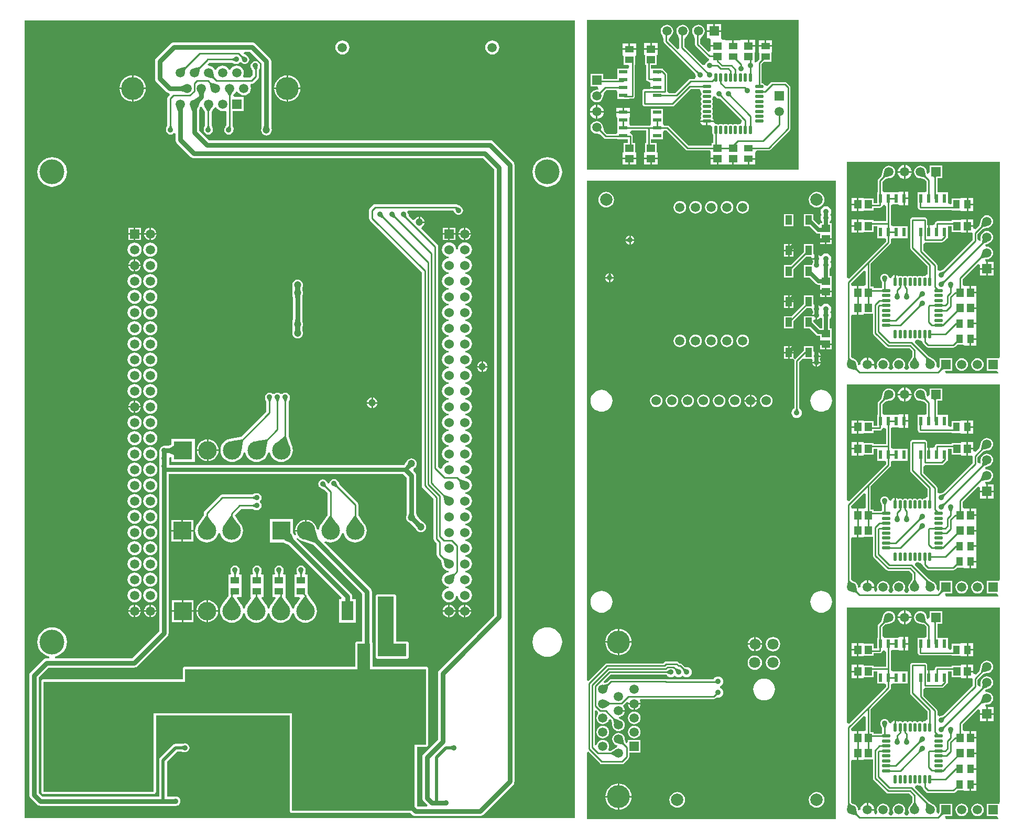
<source format=gtl>
G04 Layer_Physical_Order=1*
G04 Layer_Color=255*
%FSAX24Y24*%
%MOIN*%
G70*
G01*
G75*
%ADD10R,0.0472X0.0551*%
%ADD11R,0.0433X0.0551*%
%ADD12O,0.0571X0.0217*%
%ADD13O,0.0217X0.0571*%
%ADD14R,0.0236X0.0571*%
%ADD15R,0.0394X0.0591*%
%ADD16R,0.0551X0.0472*%
%ADD17R,0.0551X0.0433*%
%ADD18R,0.0571X0.0236*%
%ADD19R,0.0768X0.1201*%
%ADD20C,0.0100*%
%ADD21C,0.0250*%
%ADD22C,0.0300*%
%ADD23C,0.0200*%
%ADD24C,0.0591*%
%ADD25R,0.0591X0.0591*%
%ADD26R,0.0591X0.0591*%
%ADD27C,0.0600*%
%ADD28C,0.0709*%
%ADD29C,0.1457*%
%ADD30C,0.0787*%
%ADD31C,0.1181*%
%ADD32R,0.1181X0.1181*%
%ADD33C,0.1575*%
%ADD34C,0.0354*%
%ADD35C,0.0472*%
G36*
X059690Y051728D02*
X046216D01*
Y061264D01*
X059690D01*
Y051728D01*
D02*
G37*
G36*
X065426Y051280D02*
X065133Y051208D01*
X065063Y051279D01*
X065134Y051572D01*
X065426Y051280D01*
D02*
G37*
G36*
X072485Y039848D02*
X072454Y039711D01*
X072335Y039711D01*
X071664D01*
Y038920D01*
X072300D01*
X072354Y038848D01*
X072375Y038770D01*
X072349Y038736D01*
X069040D01*
X068975Y038886D01*
X069008Y038920D01*
X069454D01*
Y039711D01*
X068664D01*
Y039191D01*
X068584Y039072D01*
X068550Y039077D01*
X068444Y039213D01*
X068458Y039316D01*
X068444Y039419D01*
X068404Y039515D01*
X068341Y039598D01*
X068258Y039661D01*
X068240Y039669D01*
X068238Y039670D01*
X067975Y039816D01*
X067074Y040717D01*
X067076Y040741D01*
X067128Y040858D01*
X067273Y040908D01*
X067320Y040877D01*
X067402Y040860D01*
X067414Y040863D01*
X067550Y040773D01*
X067564Y040751D01*
Y040748D01*
X067575Y040690D01*
X067608Y040640D01*
X067805Y040443D01*
X067855Y040410D01*
X067913Y040398D01*
X069537D01*
X069596Y040410D01*
X069646Y040443D01*
X069772Y040569D01*
X070124D01*
X070254Y040519D01*
X070377Y040519D01*
X070570D01*
Y040945D01*
X070620D01*
Y040995D01*
X070987D01*
Y041354D01*
X070987Y041370D01*
Y041504D01*
X070987Y041520D01*
Y041879D01*
X070620D01*
Y041979D01*
X070987D01*
Y042342D01*
X070996Y042488D01*
X070996Y042501D01*
Y042863D01*
X070610D01*
Y042963D01*
X070996D01*
Y043339D01*
X070996D01*
Y043472D01*
X070996D01*
Y043848D01*
X070610D01*
Y043898D01*
X070560D01*
Y044323D01*
X070224D01*
X070112Y044415D01*
Y044752D01*
X071075Y045716D01*
X071214Y045658D01*
Y045466D01*
X071609D01*
Y045861D01*
X071577D01*
X071554Y046011D01*
X071599Y046025D01*
X071659Y046017D01*
X071762Y046031D01*
X071858Y046070D01*
X071941Y046134D01*
X072004Y046216D01*
X072044Y046313D01*
X072058Y046416D01*
X072044Y046519D01*
X072004Y046615D01*
X071941Y046698D01*
X071858Y046761D01*
X071762Y046801D01*
X071659Y046814D01*
X071585Y046805D01*
X071548Y046951D01*
X071754Y047030D01*
X071762Y047031D01*
X071858Y047070D01*
X071941Y047134D01*
X072004Y047216D01*
X072044Y047313D01*
X072058Y047416D01*
X072044Y047519D01*
X072004Y047615D01*
X071941Y047698D01*
X071858Y047761D01*
X071762Y047801D01*
X071659Y047814D01*
X071556Y047801D01*
X071460Y047761D01*
X071377Y047698D01*
X071314Y047615D01*
X071274Y047519D01*
X071260Y047416D01*
X071270Y047341D01*
X071253Y047195D01*
X071216Y047177D01*
X071066Y047271D01*
Y047606D01*
X071417Y047957D01*
X071666Y048018D01*
X071762Y048031D01*
X071858Y048070D01*
X071941Y048134D01*
X072004Y048216D01*
X072044Y048313D01*
X072058Y048416D01*
X072044Y048519D01*
X072004Y048615D01*
X071941Y048698D01*
X071858Y048761D01*
X071762Y048801D01*
X071659Y048814D01*
X071556Y048801D01*
X071460Y048761D01*
X071377Y048698D01*
X071314Y048615D01*
X071274Y048519D01*
X071261Y048423D01*
X071201Y048174D01*
X070950Y047923D01*
X070800Y047985D01*
Y048080D01*
X070463D01*
Y047704D01*
X070731D01*
X070760Y047669D01*
Y047233D01*
X068862Y045335D01*
X068737Y045292D01*
X068687Y045286D01*
X068662Y045276D01*
X068547Y045330D01*
X068512Y045365D01*
Y045616D01*
X068500Y045674D01*
X068467Y045724D01*
X067612Y046579D01*
Y046967D01*
X067717Y047091D01*
X068799D01*
X068858Y047103D01*
X068907Y047136D01*
X069104Y047333D01*
X069123Y047361D01*
X069177D01*
Y048129D01*
X069408D01*
Y047754D01*
X070027D01*
Y047704D01*
X070363D01*
Y048130D01*
Y048556D01*
X070027D01*
Y048506D01*
X069408D01*
Y048434D01*
X068504D01*
X068445Y048423D01*
X068396Y048390D01*
X068363Y048340D01*
X068351Y048281D01*
Y048244D01*
X068227Y048182D01*
X068009D01*
Y047746D01*
X067909D01*
Y048182D01*
X067869D01*
Y048524D01*
X067858Y048582D01*
X067825Y048632D01*
X067775Y048665D01*
X067717Y048677D01*
X066929D01*
X066871Y048665D01*
X066821Y048632D01*
X066788Y048582D01*
X066776Y048524D01*
Y046763D01*
X066788Y046704D01*
X066821Y046655D01*
X067879Y045597D01*
Y045075D01*
X067864Y045054D01*
X067729Y044964D01*
X067717Y044966D01*
X067635Y044950D01*
X067566Y044904D01*
X067552D01*
X067483Y044950D01*
X067402Y044966D01*
X067320Y044950D01*
X067251Y044904D01*
X067237D01*
X067168Y044950D01*
X067087Y044966D01*
X067005Y044950D01*
X066936Y044904D01*
X066922D01*
X066853Y044950D01*
X066772Y044966D01*
X066690Y044950D01*
X066621Y044904D01*
X066607D01*
X066538Y044950D01*
X066457Y044966D01*
X066375Y044950D01*
X066307Y044904D01*
X066292D01*
X066223Y044950D01*
X066142Y044966D01*
X066060Y044950D01*
X066022Y044924D01*
X066011Y044938D01*
X065957Y044980D01*
X065894Y045006D01*
X065877Y045008D01*
Y044577D01*
X065777D01*
Y045008D01*
X065759Y045006D01*
X065697Y044980D01*
X065643Y044938D01*
X065601Y044884D01*
X065575Y044821D01*
X065431Y044849D01*
X065426Y044891D01*
X065398Y044959D01*
X065353Y045017D01*
X065296Y045061D01*
X065228Y045089D01*
X065156Y045099D01*
X065083Y045089D01*
X065016Y045061D01*
X064958Y045017D01*
X064914Y044959D01*
X064886Y044891D01*
X064876Y044819D01*
X064886Y044747D01*
X064914Y044679D01*
X064944Y044639D01*
X065003Y044521D01*
Y044209D01*
X064943Y044169D01*
X064450D01*
Y044273D01*
X064267D01*
Y045744D01*
X065508Y046984D01*
X065541Y047034D01*
X065553Y047093D01*
Y047310D01*
X065682Y047361D01*
X065682Y047361D01*
Y047361D01*
X065682Y047361D01*
X066031D01*
X066118Y047361D01*
X066268Y047361D01*
X066618D01*
Y048131D01*
X066268D01*
X066182Y048131D01*
X066031Y048131D01*
X065682D01*
X065682Y048131D01*
X065553Y048182D01*
Y049455D01*
X065682Y049506D01*
X065682Y049506D01*
Y049506D01*
X065682Y049506D01*
X066002D01*
X066132Y049456D01*
X066247Y049456D01*
X066350D01*
Y049892D01*
Y050327D01*
X066247D01*
X066132Y050327D01*
X066002Y050277D01*
X065682D01*
Y050277D01*
X065618D01*
Y050277D01*
X065268D01*
X065181Y050277D01*
X065121D01*
X065015Y050383D01*
Y050945D01*
X065187Y051117D01*
X065436Y051177D01*
X065532Y051190D01*
X065628Y051230D01*
X065711Y051293D01*
X065774Y051375D01*
X065814Y051472D01*
X065828Y051575D01*
X065814Y051678D01*
X065774Y051774D01*
X065711Y051857D01*
X065628Y051920D01*
X065532Y051960D01*
X065429Y051973D01*
X065326Y051960D01*
X065230Y051920D01*
X065147Y051857D01*
X065084Y051774D01*
X065044Y051678D01*
X065031Y051582D01*
X064971Y051333D01*
X064754Y051116D01*
X064721Y051066D01*
X064709Y051008D01*
Y050277D01*
X064682D01*
Y049600D01*
X064450D01*
Y049883D01*
X063831D01*
Y049933D01*
X063495D01*
Y049508D01*
Y049082D01*
X063831D01*
Y049132D01*
X064450D01*
Y049294D01*
X064862D01*
X064921Y049306D01*
X064970Y049339D01*
X065003Y049388D01*
X065009Y049418D01*
X065103Y049470D01*
X065108Y049469D01*
X065247Y049375D01*
Y048434D01*
X064450D01*
Y048506D01*
X063831D01*
Y048556D01*
X063495D01*
Y048130D01*
Y047704D01*
X063831D01*
Y047754D01*
X064450D01*
Y048129D01*
X064682D01*
Y047361D01*
X065118D01*
X065118Y047361D01*
X065247Y047310D01*
Y047156D01*
X064006Y045915D01*
X064006Y045915D01*
X062890Y044799D01*
X062751Y044857D01*
Y052209D01*
X072485D01*
Y039848D01*
D02*
G37*
G36*
X071656Y048120D02*
X071363Y048049D01*
X071293Y048120D01*
X071364Y048413D01*
X071656Y048120D01*
D02*
G37*
G36*
X071727Y047128D02*
X071429Y047015D01*
X071340Y047068D01*
X071373Y047342D01*
X071727Y047128D01*
D02*
G37*
G36*
X071585Y046130D02*
X071311Y046097D01*
X071258Y046185D01*
X071372Y046484D01*
X071585Y046130D01*
D02*
G37*
G36*
X068990Y045176D02*
X068936Y045018D01*
X068761Y045193D01*
X068919Y045246D01*
X068990Y045176D01*
D02*
G37*
G36*
X065206Y044543D02*
X065106D01*
X065032Y044693D01*
X065280D01*
X065206Y044543D01*
D02*
G37*
G36*
X068990Y044576D02*
X068936Y044418D01*
X068761Y044593D01*
X068919Y044646D01*
X068990Y044576D01*
D02*
G37*
G36*
X063961Y045242D02*
Y044371D01*
X063831Y044323D01*
Y044323D01*
X063495D01*
Y043898D01*
X063395D01*
Y044323D01*
X063059D01*
X063012Y044454D01*
Y044489D01*
X063823Y045299D01*
X063961Y045242D01*
D02*
G37*
G36*
X069409Y044139D02*
X069309D01*
X069235Y044289D01*
X069483D01*
X069409Y044139D01*
D02*
G37*
G36*
X066599Y043894D02*
X066672Y043743D01*
X066424Y043748D01*
X066499Y043896D01*
X066599Y043894D01*
D02*
G37*
G36*
X066009D02*
X066082Y043743D01*
X065834Y043748D01*
X065909Y043896D01*
X066009Y043894D01*
D02*
G37*
G36*
X067557Y043639D02*
X067399Y043585D01*
X067328Y043656D01*
X067382Y043814D01*
X067557Y043639D01*
D02*
G37*
G36*
Y043039D02*
X067399Y042985D01*
X067328Y043056D01*
X067382Y043214D01*
X067557Y043039D01*
D02*
G37*
G36*
X067266Y039527D02*
X066852D01*
X067009Y039784D01*
X067109D01*
X067266Y039527D01*
D02*
G37*
G36*
X068188Y039581D02*
X067801Y039460D01*
X067800Y039704D01*
X067910Y039735D01*
X068188Y039581D01*
D02*
G37*
G36*
X063068Y039611D02*
X062768Y039368D01*
X062809Y039650D01*
X062909Y039747D01*
X063068Y039611D01*
D02*
G37*
G36*
X063495Y042488D02*
X063831D01*
Y042538D01*
X064406D01*
Y041333D01*
X064418Y041274D01*
X064451Y041225D01*
X065268Y040408D01*
X065318Y040374D01*
X065376Y040363D01*
X066713D01*
X066906Y040170D01*
Y039811D01*
X066773Y039592D01*
X066714Y039515D01*
X066674Y039419D01*
X066660Y039316D01*
X066674Y039213D01*
X066714Y039116D01*
X066638Y038969D01*
X066480D01*
X066404Y039116D01*
X066444Y039213D01*
X066458Y039316D01*
X066444Y039419D01*
X066404Y039515D01*
X066341Y039598D01*
X066258Y039661D01*
X066162Y039701D01*
X066059Y039714D01*
X065956Y039701D01*
X065860Y039661D01*
X065777Y039598D01*
X065714Y039515D01*
X065674Y039419D01*
X065660Y039316D01*
X065674Y039213D01*
X065714Y039116D01*
X065638Y038969D01*
X065480D01*
X065404Y039116D01*
X065444Y039213D01*
X065458Y039316D01*
X065444Y039419D01*
X065404Y039515D01*
X065341Y039598D01*
X065258Y039661D01*
X065162Y039701D01*
X065059Y039714D01*
X064956Y039701D01*
X064860Y039661D01*
X064777Y039598D01*
X064714Y039515D01*
X064674Y039419D01*
X064660Y039316D01*
X064674Y039213D01*
X064692Y039170D01*
X064608Y039027D01*
X064560Y039024D01*
X064477Y039162D01*
X064493Y039200D01*
X064502Y039266D01*
X064059D01*
Y039316D01*
X064009D01*
Y039758D01*
X063943Y039750D01*
X063835Y039705D01*
X063741Y039633D01*
X063670Y039540D01*
X063625Y039432D01*
X063610Y039316D01*
X063462Y039300D01*
X063457Y039323D01*
X063444Y039419D01*
X063404Y039515D01*
X063341Y039598D01*
X063258Y039661D01*
X063162Y039701D01*
X063112Y039707D01*
X063012Y039793D01*
Y042357D01*
X063059Y042488D01*
X063395D01*
Y042913D01*
X063495D01*
Y042488D01*
D02*
G37*
G36*
X068906Y039022D02*
X068765Y038951D01*
X068694Y039022D01*
X068765Y039163D01*
X068906Y039022D01*
D02*
G37*
G36*
X063425Y039020D02*
X063355Y038949D01*
X063062Y039020D01*
X063354Y039313D01*
X063425Y039020D01*
D02*
G37*
G36*
X065426Y037106D02*
X065133Y037035D01*
X065063Y037106D01*
X065134Y037399D01*
X065426Y037106D01*
D02*
G37*
G36*
X072485Y025675D02*
X072454Y025538D01*
X072335Y025538D01*
X071664D01*
Y024747D01*
X072300D01*
X072354Y024674D01*
X072375Y024597D01*
X072349Y024562D01*
X069040D01*
X068975Y024712D01*
X069008Y024747D01*
X069454D01*
Y025538D01*
X068664D01*
Y025018D01*
X068584Y024899D01*
X068550Y024904D01*
X068444Y025039D01*
X068458Y025143D01*
X068444Y025246D01*
X068404Y025342D01*
X068341Y025424D01*
X068258Y025488D01*
X068240Y025496D01*
X068238Y025497D01*
X067975Y025643D01*
X067074Y026544D01*
X067076Y026568D01*
X067128Y026685D01*
X067273Y026735D01*
X067320Y026703D01*
X067402Y026687D01*
X067414Y026690D01*
X067550Y026600D01*
X067564Y026578D01*
Y026575D01*
X067575Y026516D01*
X067608Y026467D01*
X067805Y026270D01*
X067855Y026237D01*
X067913Y026225D01*
X069537D01*
X069596Y026237D01*
X069646Y026270D01*
X069772Y026396D01*
X070124D01*
X070254Y026346D01*
X070377Y026346D01*
X070570D01*
Y026772D01*
X070620D01*
Y026822D01*
X070987D01*
Y027180D01*
X070987Y027197D01*
Y027330D01*
X070987Y027347D01*
Y027706D01*
X070620D01*
Y027806D01*
X070987D01*
Y028169D01*
X070996Y028315D01*
X070996Y028327D01*
Y028690D01*
X070610D01*
Y028790D01*
X070996D01*
Y029166D01*
X070996D01*
Y029299D01*
X070996D01*
Y029674D01*
X070610D01*
Y029724D01*
X070560D01*
Y030150D01*
X070224D01*
X070112Y030242D01*
Y030579D01*
X071075Y031542D01*
X071214Y031485D01*
Y031293D01*
X071609D01*
Y031688D01*
X071577D01*
X071554Y031838D01*
X071599Y031852D01*
X071659Y031844D01*
X071762Y031857D01*
X071858Y031897D01*
X071941Y031961D01*
X072004Y032043D01*
X072044Y032139D01*
X072058Y032243D01*
X072044Y032346D01*
X072004Y032442D01*
X071941Y032524D01*
X071858Y032588D01*
X071762Y032628D01*
X071659Y032641D01*
X071585Y032632D01*
X071548Y032778D01*
X071754Y032856D01*
X071762Y032857D01*
X071858Y032897D01*
X071941Y032961D01*
X072004Y033043D01*
X072044Y033139D01*
X072058Y033243D01*
X072044Y033346D01*
X072004Y033442D01*
X071941Y033524D01*
X071858Y033588D01*
X071762Y033628D01*
X071659Y033641D01*
X071556Y033628D01*
X071460Y033588D01*
X071377Y033524D01*
X071314Y033442D01*
X071274Y033346D01*
X071260Y033243D01*
X071270Y033168D01*
X071253Y033022D01*
X071216Y033004D01*
X071066Y033098D01*
Y033433D01*
X071417Y033784D01*
X071666Y033845D01*
X071762Y033857D01*
X071858Y033897D01*
X071941Y033961D01*
X072004Y034043D01*
X072044Y034139D01*
X072058Y034243D01*
X072044Y034346D01*
X072004Y034442D01*
X071941Y034524D01*
X071858Y034588D01*
X071762Y034628D01*
X071659Y034641D01*
X071556Y034628D01*
X071460Y034588D01*
X071377Y034524D01*
X071314Y034442D01*
X071274Y034346D01*
X071261Y034250D01*
X071201Y034001D01*
X070950Y033749D01*
X070800Y033811D01*
Y033907D01*
X070463D01*
Y033531D01*
X070731D01*
X070760Y033496D01*
Y033059D01*
X068862Y031161D01*
X068737Y031119D01*
X068687Y031113D01*
X068662Y031102D01*
X068547Y031157D01*
X068512Y031191D01*
Y031443D01*
X068500Y031501D01*
X068467Y031551D01*
X067612Y032406D01*
Y032794D01*
X067717Y032918D01*
X068799D01*
X068858Y032930D01*
X068907Y032963D01*
X069104Y033160D01*
X069123Y033187D01*
X069177D01*
Y033955D01*
X069408D01*
Y033581D01*
X070027D01*
Y033531D01*
X070363D01*
Y033957D01*
Y034382D01*
X070027D01*
Y034332D01*
X069408D01*
Y034261D01*
X068504D01*
X068445Y034250D01*
X068396Y034216D01*
X068363Y034167D01*
X068351Y034108D01*
Y034070D01*
X068227Y034008D01*
X068009D01*
Y033573D01*
X067909D01*
Y034008D01*
X067869D01*
Y034350D01*
X067858Y034409D01*
X067825Y034459D01*
X067775Y034492D01*
X067717Y034503D01*
X066929D01*
X066871Y034492D01*
X066821Y034459D01*
X066788Y034409D01*
X066776Y034350D01*
Y032590D01*
X066788Y032531D01*
X066821Y032481D01*
X067879Y031424D01*
Y030902D01*
X067864Y030880D01*
X067729Y030791D01*
X067717Y030793D01*
X067635Y030777D01*
X067566Y030731D01*
X067552D01*
X067483Y030777D01*
X067402Y030793D01*
X067320Y030777D01*
X067251Y030731D01*
X067237D01*
X067168Y030777D01*
X067087Y030793D01*
X067005Y030777D01*
X066936Y030731D01*
X066922D01*
X066853Y030777D01*
X066772Y030793D01*
X066690Y030777D01*
X066621Y030731D01*
X066607D01*
X066538Y030777D01*
X066457Y030793D01*
X066375Y030777D01*
X066307Y030731D01*
X066292D01*
X066223Y030777D01*
X066142Y030793D01*
X066060Y030777D01*
X066022Y030751D01*
X066011Y030765D01*
X065957Y030806D01*
X065894Y030832D01*
X065877Y030835D01*
Y030404D01*
X065777D01*
Y030835D01*
X065759Y030832D01*
X065697Y030806D01*
X065643Y030765D01*
X065601Y030711D01*
X065575Y030648D01*
X065431Y030676D01*
X065426Y030718D01*
X065398Y030786D01*
X065353Y030844D01*
X065296Y030888D01*
X065228Y030916D01*
X065156Y030925D01*
X065083Y030916D01*
X065016Y030888D01*
X064958Y030844D01*
X064914Y030786D01*
X064886Y030718D01*
X064876Y030646D01*
X064886Y030574D01*
X064914Y030506D01*
X064944Y030466D01*
X065003Y030348D01*
Y030036D01*
X064943Y029995D01*
X064450D01*
Y030100D01*
X064267D01*
Y031571D01*
X065508Y032811D01*
X065541Y032861D01*
X065553Y032919D01*
Y033137D01*
X065682Y033187D01*
X065682Y033187D01*
Y033187D01*
X065682Y033187D01*
X066031D01*
X066118Y033187D01*
X066268Y033187D01*
X066618D01*
Y033958D01*
X066268D01*
X066182Y033958D01*
X066031Y033958D01*
X065682D01*
X065682Y033958D01*
X065553Y034009D01*
Y035282D01*
X065682Y035333D01*
X065682Y035333D01*
Y035333D01*
X065682Y035333D01*
X066002D01*
X066132Y035283D01*
X066247Y035283D01*
X066350D01*
Y035719D01*
Y036154D01*
X066247D01*
X066132Y036154D01*
X066002Y036104D01*
X065682D01*
Y036104D01*
X065618D01*
Y036104D01*
X065268D01*
X065181Y036104D01*
X065121D01*
X065015Y036210D01*
Y036771D01*
X065187Y036943D01*
X065436Y037004D01*
X065532Y037016D01*
X065628Y037056D01*
X065711Y037120D01*
X065774Y037202D01*
X065814Y037298D01*
X065828Y037402D01*
X065814Y037505D01*
X065774Y037601D01*
X065711Y037683D01*
X065628Y037747D01*
X065532Y037787D01*
X065429Y037800D01*
X065326Y037787D01*
X065230Y037747D01*
X065147Y037683D01*
X065084Y037601D01*
X065044Y037505D01*
X065031Y037409D01*
X064971Y037160D01*
X064754Y036943D01*
X064721Y036893D01*
X064709Y036835D01*
Y036104D01*
X064682D01*
Y035427D01*
X064450D01*
Y035710D01*
X063831D01*
Y035760D01*
X063495D01*
Y035335D01*
Y034909D01*
X063831D01*
Y034959D01*
X064450D01*
Y035121D01*
X064862D01*
X064921Y035132D01*
X064970Y035165D01*
X065003Y035215D01*
X065009Y035245D01*
X065103Y035297D01*
X065108Y035295D01*
X065247Y035202D01*
Y034261D01*
X064450D01*
Y034332D01*
X063831D01*
Y034382D01*
X063495D01*
Y033957D01*
Y033531D01*
X063831D01*
Y033581D01*
X064450D01*
Y033955D01*
X064682D01*
Y033187D01*
X065118D01*
X065118Y033187D01*
X065247Y033137D01*
Y032983D01*
X064006Y031742D01*
X064006Y031742D01*
X062890Y030626D01*
X062751Y030683D01*
Y038036D01*
X072485D01*
Y025675D01*
D02*
G37*
G36*
X071656Y033947D02*
X071363Y033876D01*
X071293Y033947D01*
X071364Y034240D01*
X071656Y033947D01*
D02*
G37*
G36*
X071727Y032955D02*
X071429Y032841D01*
X071340Y032894D01*
X071373Y033169D01*
X071727Y032955D01*
D02*
G37*
G36*
X071585Y031957D02*
X071311Y031924D01*
X071258Y032012D01*
X071372Y032310D01*
X071585Y031957D01*
D02*
G37*
G36*
X068990Y031003D02*
X068936Y030844D01*
X068761Y031020D01*
X068919Y031073D01*
X068990Y031003D01*
D02*
G37*
G36*
X065206Y030370D02*
X065106D01*
X065032Y030519D01*
X065280D01*
X065206Y030370D01*
D02*
G37*
G36*
X068990Y030403D02*
X068936Y030244D01*
X068761Y030420D01*
X068919Y030473D01*
X068990Y030403D01*
D02*
G37*
G36*
X063961Y031069D02*
Y030198D01*
X063831Y030150D01*
Y030150D01*
X063495D01*
Y029724D01*
X063395D01*
Y030150D01*
X063059D01*
X063012Y030281D01*
Y030315D01*
X063823Y031126D01*
X063961Y031069D01*
D02*
G37*
G36*
X069409Y029966D02*
X069309D01*
X069235Y030116D01*
X069483D01*
X069409Y029966D01*
D02*
G37*
G36*
X066599Y029721D02*
X066672Y029570D01*
X066424Y029575D01*
X066499Y029723D01*
X066599Y029721D01*
D02*
G37*
G36*
X066009D02*
X066082Y029570D01*
X065834Y029575D01*
X065909Y029723D01*
X066009Y029721D01*
D02*
G37*
G36*
X067557Y029465D02*
X067399Y029412D01*
X067328Y029483D01*
X067382Y029641D01*
X067557Y029465D01*
D02*
G37*
G36*
Y028865D02*
X067399Y028812D01*
X067328Y028883D01*
X067382Y029041D01*
X067557Y028865D01*
D02*
G37*
G36*
X067266Y025353D02*
X066852D01*
X067009Y025611D01*
X067109D01*
X067266Y025353D01*
D02*
G37*
G36*
X068188Y025408D02*
X067801Y025287D01*
X067800Y025531D01*
X067910Y025562D01*
X068188Y025408D01*
D02*
G37*
G36*
X063068Y025438D02*
X062768Y025195D01*
X062809Y025477D01*
X062909Y025574D01*
X063068Y025438D01*
D02*
G37*
G36*
X063495Y028315D02*
X063831D01*
Y028365D01*
X064406D01*
Y027160D01*
X064418Y027101D01*
X064451Y027052D01*
X065268Y026234D01*
X065318Y026201D01*
X065376Y026190D01*
X066713D01*
X066906Y025996D01*
Y025638D01*
X066773Y025419D01*
X066714Y025342D01*
X066674Y025246D01*
X066660Y025143D01*
X066674Y025039D01*
X066714Y024943D01*
X066638Y024795D01*
X066480D01*
X066404Y024943D01*
X066444Y025039D01*
X066458Y025143D01*
X066444Y025246D01*
X066404Y025342D01*
X066341Y025424D01*
X066258Y025488D01*
X066162Y025528D01*
X066059Y025541D01*
X065956Y025528D01*
X065860Y025488D01*
X065777Y025424D01*
X065714Y025342D01*
X065674Y025246D01*
X065660Y025143D01*
X065674Y025039D01*
X065714Y024943D01*
X065638Y024795D01*
X065480D01*
X065404Y024943D01*
X065444Y025039D01*
X065458Y025143D01*
X065444Y025246D01*
X065404Y025342D01*
X065341Y025424D01*
X065258Y025488D01*
X065162Y025528D01*
X065059Y025541D01*
X064956Y025528D01*
X064860Y025488D01*
X064777Y025424D01*
X064714Y025342D01*
X064674Y025246D01*
X064660Y025143D01*
X064674Y025039D01*
X064692Y024996D01*
X064608Y024853D01*
X064560Y024850D01*
X064477Y024988D01*
X064493Y025026D01*
X064502Y025093D01*
X064059D01*
Y025143D01*
X064009D01*
Y025585D01*
X063943Y025576D01*
X063835Y025531D01*
X063741Y025460D01*
X063670Y025367D01*
X063625Y025259D01*
X063610Y025143D01*
X063462Y025127D01*
X063457Y025150D01*
X063444Y025246D01*
X063404Y025342D01*
X063341Y025424D01*
X063258Y025488D01*
X063162Y025528D01*
X063112Y025534D01*
X063012Y025620D01*
Y028184D01*
X063059Y028315D01*
X063395D01*
Y028740D01*
X063495D01*
Y028315D01*
D02*
G37*
G36*
X068906Y024848D02*
X068765Y024778D01*
X068694Y024848D01*
X068765Y024990D01*
X068906Y024848D01*
D02*
G37*
G36*
X063425Y024847D02*
X063355Y024776D01*
X063062Y024847D01*
X063354Y025140D01*
X063425Y024847D01*
D02*
G37*
G36*
X065426Y022933D02*
X065133Y022862D01*
X065063Y022933D01*
X065134Y023225D01*
X065426Y022933D01*
D02*
G37*
G36*
X072485Y011502D02*
X072454Y011365D01*
X072335Y011365D01*
X071664D01*
Y010574D01*
X072300D01*
X072354Y010501D01*
X072375Y010424D01*
X072349Y010389D01*
X069040D01*
X068975Y010539D01*
X069008Y010574D01*
X069454D01*
Y011365D01*
X068664D01*
Y010845D01*
X068584Y010725D01*
X068550Y010731D01*
X068444Y010866D01*
X068458Y010969D01*
X068444Y011072D01*
X068404Y011169D01*
X068341Y011251D01*
X068258Y011315D01*
X068240Y011322D01*
X068238Y011324D01*
X067975Y011469D01*
X067074Y012370D01*
X067076Y012395D01*
X067128Y012511D01*
X067273Y012562D01*
X067320Y012530D01*
X067402Y012514D01*
X067414Y012516D01*
X067550Y012427D01*
X067564Y012405D01*
Y012402D01*
X067575Y012343D01*
X067608Y012293D01*
X067805Y012097D01*
X067855Y012063D01*
X067913Y012052D01*
X069537D01*
X069596Y012063D01*
X069646Y012097D01*
X069772Y012223D01*
X070124D01*
X070254Y012173D01*
X070377Y012173D01*
X070570D01*
Y012598D01*
X070620D01*
Y012648D01*
X070987D01*
Y013007D01*
X070987Y013024D01*
Y013157D01*
X070987Y013174D01*
Y013533D01*
X070620D01*
Y013633D01*
X070987D01*
Y013995D01*
X070996Y014141D01*
X070996Y014154D01*
Y014517D01*
X070610D01*
Y014617D01*
X070996D01*
Y014993D01*
X070996D01*
Y015126D01*
X070996D01*
Y015501D01*
X070610D01*
Y015551D01*
X070560D01*
Y015977D01*
X070224D01*
X070112Y016068D01*
Y016406D01*
X071075Y017369D01*
X071214Y017312D01*
Y017119D01*
X071609D01*
Y017515D01*
X071577D01*
X071554Y017665D01*
X071599Y017679D01*
X071659Y017671D01*
X071762Y017684D01*
X071858Y017724D01*
X071941Y017787D01*
X072004Y017870D01*
X072044Y017966D01*
X072058Y018069D01*
X072044Y018172D01*
X072004Y018269D01*
X071941Y018351D01*
X071858Y018415D01*
X071762Y018454D01*
X071659Y018468D01*
X071585Y018458D01*
X071548Y018605D01*
X071754Y018683D01*
X071762Y018684D01*
X071858Y018724D01*
X071941Y018787D01*
X072004Y018870D01*
X072044Y018966D01*
X072058Y019069D01*
X072044Y019172D01*
X072004Y019269D01*
X071941Y019351D01*
X071858Y019415D01*
X071762Y019454D01*
X071659Y019468D01*
X071556Y019454D01*
X071460Y019415D01*
X071377Y019351D01*
X071314Y019269D01*
X071274Y019172D01*
X071260Y019069D01*
X071270Y018994D01*
X071253Y018849D01*
X071216Y018831D01*
X071066Y018924D01*
Y019259D01*
X071417Y019611D01*
X071666Y019672D01*
X071762Y019684D01*
X071858Y019724D01*
X071941Y019787D01*
X072004Y019870D01*
X072044Y019966D01*
X072058Y020069D01*
X072044Y020172D01*
X072004Y020269D01*
X071941Y020351D01*
X071858Y020415D01*
X071762Y020454D01*
X071659Y020468D01*
X071556Y020454D01*
X071460Y020415D01*
X071377Y020351D01*
X071314Y020269D01*
X071274Y020172D01*
X071261Y020076D01*
X071201Y019827D01*
X070950Y019576D01*
X070800Y019638D01*
Y019733D01*
X070463D01*
Y019358D01*
X070731D01*
X070760Y019323D01*
Y018886D01*
X068862Y016988D01*
X068737Y016946D01*
X068687Y016939D01*
X068662Y016929D01*
X068547Y016984D01*
X068512Y017018D01*
Y017269D01*
X068500Y017328D01*
X068467Y017377D01*
X067612Y018233D01*
Y018621D01*
X067717Y018745D01*
X068799D01*
X068858Y018756D01*
X068907Y018789D01*
X069104Y018986D01*
X069123Y019014D01*
X069177D01*
Y019782D01*
X069408D01*
Y019408D01*
X070027D01*
Y019358D01*
X070363D01*
Y019783D01*
Y020209D01*
X070027D01*
Y020159D01*
X069408D01*
Y020088D01*
X068504D01*
X068445Y020076D01*
X068396Y020043D01*
X068363Y019994D01*
X068351Y019935D01*
Y019897D01*
X068227Y019835D01*
X068009D01*
Y019400D01*
X067909D01*
Y019835D01*
X067869D01*
Y020177D01*
X067858Y020236D01*
X067825Y020285D01*
X067775Y020318D01*
X067717Y020330D01*
X066929D01*
X066871Y020318D01*
X066821Y020285D01*
X066788Y020236D01*
X066776Y020177D01*
Y018416D01*
X066788Y018358D01*
X066821Y018308D01*
X067879Y017251D01*
Y016729D01*
X067864Y016707D01*
X067729Y016617D01*
X067717Y016620D01*
X067635Y016604D01*
X067566Y016558D01*
X067552D01*
X067483Y016604D01*
X067402Y016620D01*
X067320Y016604D01*
X067251Y016558D01*
X067237D01*
X067168Y016604D01*
X067087Y016620D01*
X067005Y016604D01*
X066936Y016558D01*
X066922D01*
X066853Y016604D01*
X066772Y016620D01*
X066690Y016604D01*
X066621Y016558D01*
X066607D01*
X066538Y016604D01*
X066457Y016620D01*
X066375Y016604D01*
X066307Y016558D01*
X066292D01*
X066223Y016604D01*
X066142Y016620D01*
X066060Y016604D01*
X066022Y016578D01*
X066011Y016592D01*
X065957Y016633D01*
X065894Y016659D01*
X065877Y016661D01*
Y016230D01*
X065777D01*
Y016661D01*
X065759Y016659D01*
X065697Y016633D01*
X065643Y016592D01*
X065601Y016538D01*
X065575Y016475D01*
X065431Y016503D01*
X065426Y016545D01*
X065398Y016612D01*
X065353Y016670D01*
X065296Y016715D01*
X065228Y016743D01*
X065156Y016752D01*
X065083Y016743D01*
X065016Y016715D01*
X064958Y016670D01*
X064914Y016612D01*
X064886Y016545D01*
X064876Y016473D01*
X064886Y016400D01*
X064914Y016333D01*
X064944Y016293D01*
X065003Y016175D01*
Y015862D01*
X064943Y015822D01*
X064450D01*
Y015927D01*
X064267D01*
Y017397D01*
X065508Y018638D01*
X065541Y018688D01*
X065553Y018746D01*
Y018963D01*
X065682Y019014D01*
X065682Y019014D01*
Y019014D01*
X065682Y019014D01*
X066031D01*
X066118Y019014D01*
X066268Y019014D01*
X066618D01*
Y019785D01*
X066268D01*
X066182Y019785D01*
X066031Y019785D01*
X065682D01*
X065682Y019785D01*
X065553Y019836D01*
Y021109D01*
X065682Y021160D01*
X065682Y021160D01*
Y021160D01*
X065682Y021160D01*
X066002D01*
X066132Y021110D01*
X066247Y021110D01*
X066350D01*
Y021545D01*
Y021981D01*
X066247D01*
X066132Y021981D01*
X066002Y021931D01*
X065682D01*
Y021931D01*
X065618D01*
Y021931D01*
X065268D01*
X065181Y021931D01*
X065121D01*
X065015Y022037D01*
Y022598D01*
X065187Y022770D01*
X065436Y022831D01*
X065532Y022843D01*
X065628Y022883D01*
X065711Y022946D01*
X065774Y023029D01*
X065814Y023125D01*
X065828Y023228D01*
X065814Y023332D01*
X065774Y023428D01*
X065711Y023510D01*
X065628Y023574D01*
X065532Y023613D01*
X065429Y023627D01*
X065326Y023613D01*
X065230Y023574D01*
X065147Y023510D01*
X065084Y023428D01*
X065044Y023332D01*
X065031Y023235D01*
X064971Y022986D01*
X064754Y022770D01*
X064721Y022720D01*
X064709Y022661D01*
Y021931D01*
X064682D01*
Y021253D01*
X064450D01*
Y021537D01*
X063831D01*
Y021587D01*
X063495D01*
Y021161D01*
Y020736D01*
X063831D01*
Y020786D01*
X064450D01*
Y020947D01*
X064862D01*
X064921Y020959D01*
X064970Y020992D01*
X065003Y021042D01*
X065009Y021072D01*
X065103Y021124D01*
X065108Y021122D01*
X065247Y021029D01*
Y020088D01*
X064450D01*
Y020159D01*
X063831D01*
Y020209D01*
X063495D01*
Y019783D01*
Y019358D01*
X063831D01*
Y019408D01*
X064450D01*
Y019782D01*
X064682D01*
Y019014D01*
X065118D01*
X065118Y019014D01*
X065247Y018963D01*
Y018809D01*
X064006Y017569D01*
X064006Y017569D01*
X062890Y016453D01*
X062751Y016510D01*
Y023863D01*
X072485D01*
Y011502D01*
D02*
G37*
G36*
X052561Y019913D02*
X052386Y019738D01*
X052332Y019896D01*
X052403Y019967D01*
X052561Y019913D01*
D02*
G37*
G36*
X052061D02*
X051886Y019738D01*
X051832Y019896D01*
X051903Y019967D01*
X052061Y019913D01*
D02*
G37*
G36*
X071656Y019774D02*
X071363Y019703D01*
X071293Y019774D01*
X071364Y020066D01*
X071656Y019774D01*
D02*
G37*
G36*
X051436Y019612D02*
X051287Y019686D01*
Y019786D01*
X051436Y019860D01*
Y019612D01*
D02*
G37*
G36*
X062052Y010389D02*
X046216D01*
Y010657D01*
Y014626D01*
X046316Y014667D01*
X047055Y013928D01*
X047104Y013895D01*
X047163Y013883D01*
X048463D01*
X048522Y013895D01*
X048571Y013928D01*
X048871Y014228D01*
X048904Y014278D01*
X048916Y014336D01*
Y014632D01*
X049624D01*
Y015423D01*
X048833D01*
Y015273D01*
X048733Y015222D01*
X048682Y015254D01*
X048626Y015485D01*
X048613Y015582D01*
X048574Y015678D01*
X048510Y015760D01*
X048428Y015824D01*
X048332Y015863D01*
X048228Y015877D01*
X048125Y015863D01*
X048029Y015824D01*
X047946Y015760D01*
X047883Y015678D01*
X047843Y015582D01*
X047830Y015478D01*
X047843Y015375D01*
X047883Y015279D01*
X047946Y015196D01*
X048029Y015133D01*
X048125Y015093D01*
X048153Y015090D01*
X048170Y015069D01*
X048128Y014962D01*
X048125Y014962D01*
X048029Y014922D01*
X047952Y014863D01*
X047733Y014730D01*
X047624D01*
X047574Y014828D01*
X047613Y014924D01*
X047627Y015028D01*
X047613Y015131D01*
X047574Y015227D01*
X047510Y015309D01*
X047428Y015373D01*
X047332Y015413D01*
X047228Y015426D01*
X047125Y015413D01*
X047029Y015373D01*
X046946Y015309D01*
X046883Y015227D01*
X046843Y015131D01*
X046842Y015122D01*
X046735Y015071D01*
X046716Y015083D01*
Y017268D01*
X046808Y017306D01*
X046907Y017208D01*
X046936Y017137D01*
X046914Y017070D01*
X046883Y017030D01*
X046843Y016934D01*
X046830Y016831D01*
X046843Y016728D01*
X046883Y016631D01*
X046946Y016549D01*
X047029Y016485D01*
X047125Y016446D01*
X047228Y016432D01*
X047332Y016446D01*
X047428Y016485D01*
X047510Y016549D01*
X047574Y016631D01*
X047613Y016728D01*
X047718Y016755D01*
X047803Y016669D01*
X047837Y016435D01*
X047830Y016380D01*
X047843Y016277D01*
X047883Y016181D01*
X047946Y016098D01*
X048029Y016035D01*
X048125Y015995D01*
X048228Y015981D01*
X048332Y015995D01*
X048428Y016035D01*
X048510Y016098D01*
X048574Y016181D01*
X048613Y016277D01*
X048627Y016380D01*
X048613Y016483D01*
X048574Y016579D01*
X048510Y016662D01*
X048428Y016725D01*
X048332Y016765D01*
X048313Y016767D01*
X048260Y016786D01*
X048271Y016888D01*
X048332Y016896D01*
X048428Y016936D01*
X048510Y016999D01*
X048574Y017082D01*
X048613Y017178D01*
X048620Y017231D01*
X048228D01*
Y017331D01*
X048620D01*
X048613Y017385D01*
X048574Y017481D01*
X048541Y017523D01*
X048526Y017602D01*
X048550Y017659D01*
X048750Y017859D01*
X048839Y017807D01*
X048836Y017782D01*
X049228D01*
X049620D01*
X049613Y017835D01*
X049574Y017932D01*
X049628Y018025D01*
X054304D01*
X054363Y018036D01*
X054412Y018069D01*
X054466Y018122D01*
X054478Y018117D01*
X054563Y018106D01*
X054648Y018117D01*
X054728Y018150D01*
X054796Y018203D01*
X054849Y018271D01*
X054882Y018351D01*
X054893Y018436D01*
X054882Y018522D01*
X054849Y018601D01*
X054796Y018670D01*
X054728Y018722D01*
X054704Y018732D01*
Y018840D01*
X054728Y018850D01*
X054796Y018903D01*
X054849Y018971D01*
X054882Y019051D01*
X054893Y019136D01*
X054882Y019222D01*
X054849Y019301D01*
X054796Y019370D01*
X054728Y019422D01*
X054648Y019455D01*
X054563Y019466D01*
X054478Y019455D01*
X054398Y019422D01*
X054330Y019370D01*
X054277Y019301D01*
X054269Y019282D01*
X051269D01*
X051236Y019289D01*
X047750D01*
X047692Y019278D01*
X047642Y019244D01*
X047483Y019085D01*
X047338Y019053D01*
X047288Y019145D01*
X047726Y019583D01*
X051265D01*
X051274Y019579D01*
X051277Y019571D01*
X051330Y019503D01*
X051398Y019450D01*
X051478Y019417D01*
X051563Y019406D01*
X051648Y019417D01*
X051728Y019450D01*
X051796Y019503D01*
X051830D01*
X051898Y019450D01*
X051978Y019417D01*
X052063Y019406D01*
X052148Y019417D01*
X052228Y019450D01*
X052296Y019503D01*
X052330D01*
X052398Y019450D01*
X052478Y019417D01*
X052563Y019406D01*
X052648Y019417D01*
X052728Y019450D01*
X052796Y019503D01*
X052849Y019571D01*
X052882Y019651D01*
X052893Y019736D01*
X052882Y019822D01*
X052849Y019901D01*
X052796Y019970D01*
X052728Y020022D01*
X052648Y020055D01*
X052563Y020066D01*
X052478Y020055D01*
X052470Y020052D01*
X052460Y020055D01*
X052271Y020244D01*
X052222Y020278D01*
X052163Y020289D01*
X052109D01*
X052027Y020372D01*
X051977Y020405D01*
X051919Y020416D01*
X051269D01*
X051210Y020405D01*
X051161Y020372D01*
X051078Y020289D01*
X047497D01*
X047439Y020278D01*
X047389Y020244D01*
X046316Y019171D01*
X046216Y019213D01*
Y022657D01*
Y040945D01*
Y051028D01*
X062052D01*
Y010389D01*
D02*
G37*
G36*
X071727Y018782D02*
X071429Y018668D01*
X071340Y018721D01*
X071373Y018996D01*
X071727Y018782D01*
D02*
G37*
G36*
X047603Y018918D02*
X047523Y018623D01*
X047245Y018929D01*
X047535Y018992D01*
X047603Y018918D01*
D02*
G37*
G36*
X071585Y017783D02*
X071311Y017750D01*
X071258Y017839D01*
X071372Y018137D01*
X071585Y017783D01*
D02*
G37*
G36*
X047696Y017788D02*
X047697Y017688D01*
X047443Y017530D01*
X047435Y017943D01*
X047696Y017788D01*
D02*
G37*
G36*
X068990Y016829D02*
X068936Y016671D01*
X068761Y016846D01*
X068919Y016900D01*
X068990Y016829D01*
D02*
G37*
G36*
X048282Y016670D02*
X047939Y016440D01*
X047899Y016719D01*
X047984Y016775D01*
X048282Y016670D01*
D02*
G37*
G36*
X065206Y016196D02*
X065106D01*
X065032Y016346D01*
X065280D01*
X065206Y016196D01*
D02*
G37*
G36*
X068990Y016229D02*
X068936Y016071D01*
X068761Y016246D01*
X068919Y016300D01*
X068990Y016229D01*
D02*
G37*
G36*
X063961Y016895D02*
Y016025D01*
X063831Y015977D01*
Y015977D01*
X063495D01*
Y015551D01*
X063395D01*
Y015977D01*
X063059D01*
X063012Y016107D01*
Y016142D01*
X063823Y016953D01*
X063961Y016895D01*
D02*
G37*
G36*
X069409Y015793D02*
X069309D01*
X069235Y015943D01*
X069483D01*
X069409Y015793D01*
D02*
G37*
G36*
X066599Y015548D02*
X066672Y015397D01*
X066424Y015401D01*
X066499Y015550D01*
X066599Y015548D01*
D02*
G37*
G36*
X066009D02*
X066082Y015397D01*
X065834Y015401D01*
X065909Y015550D01*
X066009Y015548D01*
D02*
G37*
G36*
X067557Y015292D02*
X067399Y015239D01*
X067328Y015309D01*
X067382Y015468D01*
X067557Y015292D01*
D02*
G37*
G36*
X048595Y015183D02*
X048524Y015112D01*
X048231Y015183D01*
X048524Y015475D01*
X048595Y015183D01*
D02*
G37*
G36*
X067557Y014692D02*
X067399Y014639D01*
X067328Y014709D01*
X067382Y014868D01*
X067557Y014692D01*
D02*
G37*
G36*
X048017Y014370D02*
X047760Y014527D01*
Y014627D01*
X048017Y014783D01*
Y014370D01*
D02*
G37*
G36*
X067266Y011180D02*
X066852D01*
X067009Y011437D01*
X067109D01*
X067266Y011180D01*
D02*
G37*
G36*
X068188Y011235D02*
X067801Y011113D01*
X067800Y011358D01*
X067910Y011389D01*
X068188Y011235D01*
D02*
G37*
G36*
X063068Y011264D02*
X062768Y011022D01*
X062809Y011304D01*
X062909Y011401D01*
X063068Y011264D01*
D02*
G37*
G36*
X063495Y014141D02*
X063831D01*
Y014191D01*
X064406D01*
Y012986D01*
X064418Y012928D01*
X064451Y012878D01*
X065268Y012061D01*
X065318Y012028D01*
X065376Y012016D01*
X066713D01*
X066906Y011823D01*
Y011464D01*
X066773Y011246D01*
X066714Y011169D01*
X066674Y011072D01*
X066660Y010969D01*
X066674Y010866D01*
X066714Y010770D01*
X066638Y010622D01*
X066480D01*
X066404Y010770D01*
X066444Y010866D01*
X066458Y010969D01*
X066444Y011072D01*
X066404Y011169D01*
X066341Y011251D01*
X066258Y011315D01*
X066162Y011354D01*
X066059Y011368D01*
X065956Y011354D01*
X065860Y011315D01*
X065777Y011251D01*
X065714Y011169D01*
X065674Y011072D01*
X065660Y010969D01*
X065674Y010866D01*
X065714Y010770D01*
X065638Y010622D01*
X065480D01*
X065404Y010770D01*
X065444Y010866D01*
X065458Y010969D01*
X065444Y011072D01*
X065404Y011169D01*
X065341Y011251D01*
X065258Y011315D01*
X065162Y011354D01*
X065059Y011368D01*
X064956Y011354D01*
X064860Y011315D01*
X064777Y011251D01*
X064714Y011169D01*
X064674Y011072D01*
X064660Y010969D01*
X064674Y010866D01*
X064692Y010823D01*
X064608Y010680D01*
X064560Y010677D01*
X064477Y010815D01*
X064493Y010853D01*
X064502Y010919D01*
X064059D01*
Y010969D01*
X064009D01*
Y011412D01*
X063943Y011403D01*
X063835Y011358D01*
X063741Y011287D01*
X063670Y011194D01*
X063625Y011086D01*
X063610Y010969D01*
X063462Y010954D01*
X063457Y010976D01*
X063444Y011072D01*
X063404Y011169D01*
X063341Y011251D01*
X063258Y011315D01*
X063162Y011354D01*
X063112Y011361D01*
X063012Y011447D01*
Y014011D01*
X063059Y014141D01*
X063395D01*
Y014567D01*
X063495D01*
Y014141D01*
D02*
G37*
G36*
X068906Y010675D02*
X068765Y010604D01*
X068694Y010675D01*
X068765Y010817D01*
X068906Y010675D01*
D02*
G37*
G36*
X063425Y010674D02*
X063355Y010603D01*
X063062Y010674D01*
X063354Y010966D01*
X063425Y010674D01*
D02*
G37*
G36*
X045465Y010440D02*
X010440D01*
Y061213D01*
X045465D01*
Y010440D01*
D02*
G37*
%LPC*%
G36*
X054755Y060981D02*
X054359D01*
Y060585D01*
X054755D01*
Y060981D01*
D02*
G37*
G36*
X054259D02*
X053864D01*
Y060585D01*
X054259D01*
Y060981D01*
D02*
G37*
G36*
X058004Y059963D02*
X057629D01*
Y059646D01*
X058004D01*
Y059963D01*
D02*
G37*
G36*
X057529D02*
X057153D01*
Y059646D01*
X057529D01*
Y059963D01*
D02*
G37*
G36*
X056546Y059973D02*
Y059637D01*
X056922D01*
Y059973D01*
X056546D01*
D02*
G37*
G36*
X049343Y059766D02*
X048967D01*
Y059450D01*
X049343D01*
Y059766D01*
D02*
G37*
G36*
X048867D02*
X048492D01*
Y059450D01*
X048867D01*
Y059766D01*
D02*
G37*
G36*
X050721Y059776D02*
X050345D01*
Y059440D01*
X050721D01*
Y059776D01*
D02*
G37*
G36*
X050245D02*
X049870D01*
Y059440D01*
X050245D01*
Y059776D01*
D02*
G37*
G36*
X053309Y060934D02*
X053206Y060921D01*
X053110Y060881D01*
X053028Y060817D01*
X052964Y060735D01*
X052924Y060639D01*
X052911Y060535D01*
X052924Y060432D01*
X052964Y060336D01*
X052977Y060319D01*
X053103Y060060D01*
Y059689D01*
X053115Y059630D01*
X053148Y059581D01*
X053901Y058827D01*
X053951Y058794D01*
X053987Y058787D01*
X054000Y058761D01*
X053949Y058622D01*
X053937Y058605D01*
X053870Y058578D01*
X053812Y058533D01*
X053767Y058475D01*
X053747Y058426D01*
X053680Y058396D01*
X053584Y058377D01*
X052409Y059552D01*
Y060031D01*
X052551Y060222D01*
X052591Y060254D01*
X052655Y060336D01*
X052695Y060432D01*
X052708Y060535D01*
X052695Y060639D01*
X052655Y060735D01*
X052591Y060817D01*
X052509Y060881D01*
X052413Y060921D01*
X052309Y060934D01*
X052206Y060921D01*
X052110Y060881D01*
X052028Y060817D01*
X051964Y060735D01*
X051924Y060639D01*
X051911Y060535D01*
X051924Y060432D01*
X051964Y060336D01*
X051977Y060319D01*
X052103Y060060D01*
Y059489D01*
X052108Y059466D01*
X051983Y059379D01*
X051409Y059952D01*
Y060031D01*
X051551Y060222D01*
X051591Y060254D01*
X051655Y060336D01*
X051695Y060432D01*
X051708Y060535D01*
X051695Y060639D01*
X051655Y060735D01*
X051591Y060817D01*
X051509Y060881D01*
X051413Y060921D01*
X051309Y060934D01*
X051206Y060921D01*
X051110Y060881D01*
X051028Y060817D01*
X050964Y060735D01*
X050924Y060639D01*
X050911Y060535D01*
X050924Y060432D01*
X050964Y060336D01*
X050977Y060319D01*
X051103Y060060D01*
Y059889D01*
X051115Y059830D01*
X051148Y059781D01*
X053091Y057838D01*
X053133Y057713D01*
X053139Y057663D01*
X053150Y057638D01*
X053095Y057523D01*
X053061Y057488D01*
X052809D01*
X052751Y057477D01*
X052701Y057444D01*
X051846Y056588D01*
X051458D01*
X051334Y056693D01*
Y057776D01*
X051322Y057834D01*
X051289Y057884D01*
X051092Y058081D01*
X051065Y058099D01*
Y058153D01*
X050297D01*
Y058384D01*
X050671D01*
Y059004D01*
X050721D01*
Y059340D01*
X050295D01*
X049870D01*
Y059004D01*
X049920D01*
Y058384D01*
X049991D01*
Y057480D01*
X050002Y057422D01*
X050036Y057372D01*
X050085Y057339D01*
X050144Y057327D01*
X050181D01*
X050244Y057203D01*
Y056985D01*
X050679D01*
Y056885D01*
X050244D01*
Y056846D01*
X049902D01*
X049843Y056834D01*
X049793Y056801D01*
X049760Y056751D01*
X049749Y056693D01*
Y055906D01*
X049760Y055847D01*
X049793Y055797D01*
X049843Y055764D01*
X049902Y055753D01*
X051662D01*
X051721Y055764D01*
X051771Y055797D01*
X052828Y056855D01*
X053350D01*
X053372Y056841D01*
X053461Y056705D01*
X053459Y056693D01*
X053475Y056612D01*
X053521Y056543D01*
Y056528D01*
X053475Y056459D01*
X053459Y056378D01*
X053475Y056297D01*
X053521Y056228D01*
Y056213D01*
X053475Y056144D01*
X053459Y056063D01*
X053475Y055982D01*
X053521Y055913D01*
Y055898D01*
X053475Y055829D01*
X053459Y055748D01*
X053475Y055667D01*
X053521Y055598D01*
Y055583D01*
X053475Y055514D01*
X053459Y055433D01*
X053475Y055352D01*
X053521Y055283D01*
Y055268D01*
X053475Y055199D01*
X053459Y055118D01*
X053475Y055037D01*
X053501Y054998D01*
X053487Y054987D01*
X053446Y054933D01*
X053420Y054871D01*
X053417Y054853D01*
X053848D01*
X054279D01*
X054277Y054871D01*
X054251Y054933D01*
X054210Y054987D01*
X054196Y054998D01*
X054222Y055037D01*
X054238Y055118D01*
X054222Y055199D01*
X054176Y055268D01*
Y055283D01*
X054222Y055352D01*
X054238Y055433D01*
X054222Y055514D01*
X054176Y055583D01*
Y055598D01*
X054222Y055667D01*
X054238Y055748D01*
X054222Y055829D01*
X054176Y055898D01*
Y055913D01*
X054222Y055982D01*
X054238Y056063D01*
X054222Y056144D01*
X054186Y056198D01*
X054219Y056293D01*
X054222Y056297D01*
X054223Y056305D01*
X054236Y056340D01*
X054305Y056369D01*
X054370Y056380D01*
X054380Y056380D01*
X054412Y056338D01*
X054470Y056293D01*
X054537Y056265D01*
X054587Y056259D01*
X054712Y056217D01*
X056079Y054850D01*
X056067Y054749D01*
X055984Y054632D01*
X055903Y054615D01*
X055834Y054569D01*
X055819D01*
X055751Y054615D01*
X055669Y054632D01*
X055588Y054615D01*
X055512Y054573D01*
X055436Y054615D01*
X055354Y054632D01*
X055273Y054615D01*
X055204Y054569D01*
X055190D01*
X055121Y054615D01*
X055039Y054632D01*
X054958Y054615D01*
X054882Y054573D01*
X054806Y054615D01*
X054724Y054632D01*
X054643Y054615D01*
X054574Y054569D01*
X054560D01*
X054491Y054615D01*
X054409Y054632D01*
X054395Y054629D01*
X054315Y054702D01*
X054279Y054749D01*
X054279Y054753D01*
X053898D01*
Y054543D01*
X054026D01*
X054079Y054550D01*
X054127Y054514D01*
X054200Y054433D01*
X054197Y054419D01*
Y054065D01*
X054213Y053984D01*
X054257Y053919D01*
Y053427D01*
X054152D01*
Y053243D01*
X052681D01*
X051441Y054484D01*
X051391Y054517D01*
X051333Y054529D01*
X051115D01*
X051065Y054658D01*
X051065Y054658D01*
X051065D01*
X051065Y054658D01*
Y055008D01*
X051065Y055094D01*
X051065Y055244D01*
Y055594D01*
X050294D01*
Y055244D01*
X050294Y055158D01*
X050294Y055008D01*
Y054658D01*
X050294Y054658D01*
X050243Y054529D01*
X048970D01*
X048919Y054658D01*
X048919Y054658D01*
X048919D01*
X048919Y054658D01*
Y054979D01*
X048969Y055108D01*
X048969Y055223D01*
Y055326D01*
X048098D01*
Y055223D01*
X048098Y055108D01*
X048148Y054979D01*
Y054658D01*
X048148D01*
Y054594D01*
X048148D01*
Y054244D01*
X048148Y054158D01*
Y054098D01*
X048042Y053992D01*
X047481D01*
X047309Y054164D01*
X047248Y054413D01*
X047235Y054509D01*
X047196Y054605D01*
X047132Y054687D01*
X047050Y054751D01*
X046954Y054791D01*
X046850Y054804D01*
X046747Y054791D01*
X046651Y054751D01*
X046568Y054687D01*
X046505Y054605D01*
X046465Y054509D01*
X046452Y054406D01*
X046465Y054302D01*
X046505Y054206D01*
X046568Y054124D01*
X046651Y054060D01*
X046747Y054020D01*
X046843Y054008D01*
X047092Y053947D01*
X047309Y053730D01*
X047359Y053697D01*
X047417Y053686D01*
X048148D01*
Y053658D01*
X048825D01*
Y053427D01*
X048542D01*
Y052807D01*
X048492D01*
Y052471D01*
X048917D01*
X049343D01*
Y052807D01*
X049293D01*
Y053427D01*
X049131D01*
Y053839D01*
X049120Y053897D01*
X049086Y053947D01*
X049037Y053980D01*
X049007Y053986D01*
X048955Y054079D01*
X048957Y054084D01*
X049050Y054223D01*
X049991D01*
Y053427D01*
X049920D01*
Y052807D01*
X049870D01*
Y052471D01*
X050295D01*
X050721D01*
Y052807D01*
X050671D01*
Y053427D01*
X050297D01*
Y053658D01*
X051065D01*
Y054094D01*
X051065Y054094D01*
X051115Y054223D01*
X051269D01*
X052510Y052982D01*
X052560Y052949D01*
X052618Y052938D01*
X054054D01*
X054102Y052807D01*
X054102D01*
Y052471D01*
X054528D01*
Y052421D01*
X054578D01*
Y052035D01*
X054953D01*
Y052035D01*
X055086D01*
Y052035D01*
X055462D01*
Y052421D01*
X055562D01*
Y052035D01*
X055925D01*
X055937Y052035D01*
X056083Y052045D01*
X056446D01*
Y052411D01*
X056496D01*
Y052461D01*
X056922D01*
Y052655D01*
X056922Y052778D01*
X056914Y052797D01*
X057017Y052947D01*
X057774D01*
X057833Y052959D01*
X057883Y052992D01*
X059118Y054227D01*
X059151Y054277D01*
X059162Y054335D01*
Y056935D01*
X059151Y056994D01*
X059118Y057044D01*
X058918Y057244D01*
X058868Y057277D01*
X058809Y057288D01*
X058009D01*
X057951Y057277D01*
X057901Y057244D01*
X057709Y057051D01*
X057553Y057088D01*
X057543Y057097D01*
X057503Y057158D01*
X057434Y057204D01*
X057352Y057220D01*
X057328D01*
Y058441D01*
X057478Y058591D01*
X057954D01*
Y059101D01*
X058004Y059230D01*
X058004Y059353D01*
Y059546D01*
X057579D01*
X057153D01*
Y059353D01*
X057153Y059230D01*
X057203Y059101D01*
Y058748D01*
X057067Y058612D01*
X057059Y058600D01*
X056923Y058556D01*
X056879Y058553D01*
X056871Y058559D01*
X056872Y058581D01*
X056872Y058581D01*
Y059200D01*
X056922D01*
Y059537D01*
X056496D01*
Y059587D01*
X056446D01*
Y059973D01*
X056083D01*
X056070Y059973D01*
X055925Y059963D01*
X055562D01*
Y059596D01*
X055462D01*
Y059963D01*
X055099D01*
X054953Y059973D01*
X054940Y059973D01*
X054834D01*
X054755Y060090D01*
X054755Y060123D01*
Y060485D01*
X054309D01*
X053864D01*
Y060090D01*
X054023D01*
X054102Y059973D01*
X054102Y059940D01*
Y059637D01*
X054528D01*
Y059537D01*
X054102D01*
Y059271D01*
X053952Y059209D01*
X053409Y059752D01*
Y060031D01*
X053551Y060222D01*
X053591Y060254D01*
X053655Y060336D01*
X053695Y060432D01*
X053708Y060535D01*
X053695Y060639D01*
X053655Y060735D01*
X053591Y060817D01*
X053509Y060881D01*
X053413Y060921D01*
X053309Y060934D01*
D02*
G37*
G36*
X049343Y059350D02*
X048917D01*
X048492D01*
Y059156D01*
X048492Y059033D01*
X048542Y058904D01*
Y058394D01*
X048871D01*
X048918Y058303D01*
X048841Y058153D01*
X048148D01*
Y057803D01*
X048148Y057717D01*
X048148Y057490D01*
X047267D01*
X047246Y057500D01*
Y057801D01*
X046455D01*
Y057010D01*
X046878D01*
X046970Y056860D01*
X046955Y056830D01*
X046843Y056803D01*
X046747Y056791D01*
X046651Y056751D01*
X046568Y056687D01*
X046505Y056605D01*
X046465Y056509D01*
X046452Y056406D01*
X046465Y056302D01*
X046505Y056206D01*
X046568Y056124D01*
X046651Y056060D01*
X046747Y056020D01*
X046850Y056007D01*
X046954Y056020D01*
X047050Y056060D01*
X047132Y056124D01*
X047196Y056206D01*
X047235Y056302D01*
X047248Y056398D01*
X047309Y056648D01*
X047443Y056782D01*
X048097D01*
X048148Y056653D01*
X048148Y056567D01*
Y056217D01*
X048919D01*
Y056245D01*
X049114D01*
X049173Y056256D01*
X049222Y056289D01*
X049255Y056339D01*
X049267Y056398D01*
Y058394D01*
X049293D01*
Y058904D01*
X049343Y059033D01*
X049343Y059156D01*
Y059350D01*
D02*
G37*
G36*
X046900Y055848D02*
Y055456D01*
X047293D01*
X047284Y055522D01*
X047239Y055630D01*
X047168Y055723D01*
X047075Y055794D01*
X046967Y055839D01*
X046900Y055848D01*
D02*
G37*
G36*
X046800Y055848D02*
X046734Y055839D01*
X046626Y055794D01*
X046533Y055723D01*
X046461Y055630D01*
X046417Y055522D01*
X046408Y055456D01*
X046800D01*
Y055848D01*
D02*
G37*
G36*
X048969Y055644D02*
X048583D01*
Y055426D01*
X048969D01*
Y055644D01*
D02*
G37*
G36*
X048483D02*
X048098D01*
Y055426D01*
X048483D01*
Y055644D01*
D02*
G37*
G36*
X046800Y055356D02*
X046408D01*
X046417Y055289D01*
X046461Y055181D01*
X046533Y055088D01*
X046626Y055017D01*
X046734Y054972D01*
X046800Y054963D01*
Y055356D01*
D02*
G37*
G36*
X047293D02*
X046900D01*
Y054963D01*
X046967Y054972D01*
X047075Y055017D01*
X047168Y055088D01*
X047239Y055181D01*
X047284Y055289D01*
X047293Y055356D01*
D02*
G37*
G36*
X053798Y054753D02*
X053417D01*
X053420Y054736D01*
X053446Y054673D01*
X053487Y054619D01*
X053541Y054578D01*
X053604Y054552D01*
X053671Y054543D01*
X053798D01*
Y054753D01*
D02*
G37*
G36*
X056922Y052361D02*
X056546D01*
Y052045D01*
X056922D01*
Y052361D01*
D02*
G37*
G36*
X054478Y052371D02*
X054102D01*
Y052035D01*
X054478D01*
Y052371D01*
D02*
G37*
G36*
X050721Y052371D02*
X050345D01*
Y052035D01*
X050721D01*
Y052371D01*
D02*
G37*
G36*
X050245D02*
X049870D01*
Y052035D01*
X050245D01*
Y052371D01*
D02*
G37*
G36*
X049343Y052371D02*
X048967D01*
Y052035D01*
X049343D01*
Y052371D01*
D02*
G37*
G36*
X048867D02*
X048492D01*
Y052035D01*
X048867D01*
Y052371D01*
D02*
G37*
G36*
X066479Y052017D02*
Y051625D01*
X066872D01*
X066863Y051691D01*
X066818Y051799D01*
X066747Y051892D01*
X066654Y051964D01*
X066545Y052009D01*
X066479Y052017D01*
D02*
G37*
G36*
X066379Y052017D02*
X066313Y052009D01*
X066205Y051964D01*
X066112Y051892D01*
X066040Y051799D01*
X065995Y051691D01*
X065987Y051625D01*
X066379D01*
Y052017D01*
D02*
G37*
G36*
X066872Y051525D02*
X066479D01*
Y051132D01*
X066545Y051141D01*
X066654Y051186D01*
X066747Y051257D01*
X066818Y051350D01*
X066863Y051459D01*
X066872Y051525D01*
D02*
G37*
G36*
X066379D02*
X065987D01*
X065995Y051459D01*
X066040Y051350D01*
X066112Y051257D01*
X066205Y051186D01*
X066313Y051141D01*
X066379Y051132D01*
Y051525D01*
D02*
G37*
G36*
X066450Y050327D02*
Y049942D01*
X066668D01*
Y050327D01*
X066450D01*
D02*
G37*
G36*
X063395Y049933D02*
X063059D01*
Y049558D01*
X063395D01*
Y049933D01*
D02*
G37*
G36*
X070473D02*
Y049558D01*
X070790D01*
Y049933D01*
X070473D01*
D02*
G37*
G36*
X066668Y049842D02*
X066450D01*
Y049456D01*
X066668D01*
Y049842D01*
D02*
G37*
G36*
X070790Y049458D02*
X070473D01*
Y049082D01*
X070790D01*
Y049458D01*
D02*
G37*
G36*
X063395Y049458D02*
X063059D01*
Y049082D01*
X063395D01*
Y049458D01*
D02*
G37*
G36*
X067429Y051973D02*
X067326Y051960D01*
X067230Y051920D01*
X067147Y051857D01*
X067084Y051774D01*
X067044Y051678D01*
X067030Y051575D01*
X067044Y051472D01*
X067084Y051375D01*
X067147Y051293D01*
X067230Y051230D01*
X067326Y051190D01*
X067422Y051177D01*
X067671Y051117D01*
X067806Y050982D01*
Y050328D01*
X067677Y050277D01*
X067591Y050277D01*
X067241D01*
Y049506D01*
X067268D01*
Y049311D01*
X067280Y049253D01*
X067313Y049203D01*
X067363Y049170D01*
X067421Y049158D01*
X069418D01*
Y049132D01*
X069927D01*
X070057Y049082D01*
X070180Y049082D01*
X070373D01*
Y049508D01*
Y049933D01*
X070180D01*
X070057Y049933D01*
X069927Y049883D01*
X069418D01*
Y049554D01*
X069327Y049507D01*
X069177Y049584D01*
Y050277D01*
X068827D01*
X068741Y050277D01*
X068513Y050277D01*
Y051159D01*
X068524Y051180D01*
X068824D01*
Y051970D01*
X068034D01*
Y051547D01*
X067884Y051455D01*
X067854Y051470D01*
X067827Y051582D01*
X067814Y051678D01*
X067774Y051774D01*
X067711Y051857D01*
X067628Y051920D01*
X067532Y051960D01*
X067429Y051973D01*
D02*
G37*
G36*
X063395Y048556D02*
X063059D01*
Y048180D01*
X063395D01*
Y048556D01*
D02*
G37*
G36*
X070800D02*
X070463D01*
Y048180D01*
X070800D01*
Y048556D01*
D02*
G37*
G36*
X063395Y048080D02*
X063059D01*
Y047704D01*
X063395D01*
Y048080D01*
D02*
G37*
G36*
X072104Y045861D02*
X071709D01*
Y045466D01*
X072104D01*
Y045861D01*
D02*
G37*
G36*
Y045366D02*
X071709D01*
Y044970D01*
X072104D01*
Y045366D01*
D02*
G37*
G36*
X071609D02*
X071214D01*
Y044970D01*
X071609D01*
Y045366D01*
D02*
G37*
G36*
X070660Y044323D02*
Y043948D01*
X070996D01*
Y044323D01*
X070660D01*
D02*
G37*
G36*
X070987Y040895D02*
X070670D01*
Y040519D01*
X070987D01*
Y040895D01*
D02*
G37*
G36*
X071059Y039714D02*
X070956Y039701D01*
X070860Y039661D01*
X070777Y039598D01*
X070714Y039515D01*
X070674Y039419D01*
X070660Y039316D01*
X070674Y039213D01*
X070714Y039116D01*
X070777Y039034D01*
X070860Y038970D01*
X070956Y038931D01*
X071059Y038917D01*
X071162Y038931D01*
X071258Y038970D01*
X071341Y039034D01*
X071404Y039116D01*
X071444Y039213D01*
X071458Y039316D01*
X071444Y039419D01*
X071404Y039515D01*
X071341Y039598D01*
X071258Y039661D01*
X071162Y039701D01*
X071059Y039714D01*
D02*
G37*
G36*
X070059D02*
X069956Y039701D01*
X069860Y039661D01*
X069777Y039598D01*
X069714Y039515D01*
X069674Y039419D01*
X069660Y039316D01*
X069674Y039213D01*
X069714Y039116D01*
X069777Y039034D01*
X069860Y038970D01*
X069956Y038931D01*
X070059Y038917D01*
X070162Y038931D01*
X070258Y038970D01*
X070341Y039034D01*
X070404Y039116D01*
X070444Y039213D01*
X070458Y039316D01*
X070444Y039419D01*
X070404Y039515D01*
X070341Y039598D01*
X070258Y039661D01*
X070162Y039701D01*
X070059Y039714D01*
D02*
G37*
%LPD*%
G36*
X067796Y051279D02*
X067725Y051208D01*
X067432Y051280D01*
X067724Y051572D01*
X067796Y051279D01*
D02*
G37*
G36*
X068410Y051181D02*
X068310D01*
X068260Y051281D01*
X068460D01*
X068410Y051181D01*
D02*
G37*
%LPC*%
G36*
X064109Y039758D02*
Y039366D01*
X064502D01*
X064493Y039432D01*
X064448Y039540D01*
X064377Y039633D01*
X064284Y039705D01*
X064175Y039750D01*
X064109Y039758D01*
D02*
G37*
G36*
X066479Y037844D02*
Y037452D01*
X066872D01*
X066863Y037518D01*
X066818Y037626D01*
X066747Y037719D01*
X066654Y037791D01*
X066545Y037835D01*
X066479Y037844D01*
D02*
G37*
G36*
X066379Y037844D02*
X066313Y037835D01*
X066205Y037791D01*
X066112Y037719D01*
X066040Y037626D01*
X065995Y037518D01*
X065987Y037452D01*
X066379D01*
Y037844D01*
D02*
G37*
G36*
X066872Y037352D02*
X066479D01*
Y036959D01*
X066545Y036968D01*
X066654Y037013D01*
X066747Y037084D01*
X066818Y037177D01*
X066863Y037285D01*
X066872Y037352D01*
D02*
G37*
G36*
X066379D02*
X065987D01*
X065995Y037285D01*
X066040Y037177D01*
X066112Y037084D01*
X066205Y037013D01*
X066313Y036968D01*
X066379Y036959D01*
Y037352D01*
D02*
G37*
G36*
X066450Y036154D02*
Y035769D01*
X066668D01*
Y036154D01*
X066450D01*
D02*
G37*
G36*
X063395Y035760D02*
X063059D01*
Y035385D01*
X063395D01*
Y035760D01*
D02*
G37*
G36*
X070473D02*
Y035385D01*
X070790D01*
Y035760D01*
X070473D01*
D02*
G37*
G36*
X066668Y035669D02*
X066450D01*
Y035283D01*
X066668D01*
Y035669D01*
D02*
G37*
G36*
X070790Y035285D02*
X070473D01*
Y034909D01*
X070790D01*
Y035285D01*
D02*
G37*
G36*
X063395Y035285D02*
X063059D01*
Y034909D01*
X063395D01*
Y035285D01*
D02*
G37*
G36*
X067429Y037800D02*
X067326Y037787D01*
X067230Y037747D01*
X067147Y037683D01*
X067084Y037601D01*
X067044Y037505D01*
X067030Y037402D01*
X067044Y037298D01*
X067084Y037202D01*
X067147Y037120D01*
X067230Y037056D01*
X067326Y037016D01*
X067422Y037004D01*
X067671Y036943D01*
X067806Y036809D01*
Y036155D01*
X067677Y036104D01*
X067591Y036104D01*
X067241D01*
Y035333D01*
X067268D01*
Y035138D01*
X067280Y035079D01*
X067313Y035030D01*
X067363Y034997D01*
X067421Y034985D01*
X069418D01*
Y034959D01*
X069927D01*
X070057Y034909D01*
X070180Y034909D01*
X070373D01*
Y035335D01*
Y035760D01*
X070180D01*
X070057Y035760D01*
X069927Y035710D01*
X069418D01*
Y035380D01*
X069327Y035334D01*
X069177Y035411D01*
Y036104D01*
X068827D01*
X068741Y036104D01*
X068513Y036104D01*
Y036985D01*
X068524Y037006D01*
X068824D01*
Y037797D01*
X068034D01*
Y037374D01*
X067884Y037282D01*
X067854Y037297D01*
X067827Y037409D01*
X067814Y037505D01*
X067774Y037601D01*
X067711Y037683D01*
X067628Y037747D01*
X067532Y037787D01*
X067429Y037800D01*
D02*
G37*
G36*
X063395Y034382D02*
X063059D01*
Y034007D01*
X063395D01*
Y034382D01*
D02*
G37*
G36*
X070800D02*
X070463D01*
Y034007D01*
X070800D01*
Y034382D01*
D02*
G37*
G36*
X063395Y033907D02*
X063059D01*
Y033531D01*
X063395D01*
Y033907D01*
D02*
G37*
G36*
X072104Y031688D02*
X071709D01*
Y031293D01*
X072104D01*
Y031688D01*
D02*
G37*
G36*
Y031193D02*
X071709D01*
Y030797D01*
X072104D01*
Y031193D01*
D02*
G37*
G36*
X071609D02*
X071214D01*
Y030797D01*
X071609D01*
Y031193D01*
D02*
G37*
G36*
X070660Y030150D02*
Y029774D01*
X070996D01*
Y030150D01*
X070660D01*
D02*
G37*
G36*
X070987Y026722D02*
X070670D01*
Y026346D01*
X070987D01*
Y026722D01*
D02*
G37*
G36*
X071059Y025541D02*
X070956Y025528D01*
X070860Y025488D01*
X070777Y025424D01*
X070714Y025342D01*
X070674Y025246D01*
X070660Y025143D01*
X070674Y025039D01*
X070714Y024943D01*
X070777Y024861D01*
X070860Y024797D01*
X070956Y024757D01*
X071059Y024744D01*
X071162Y024757D01*
X071258Y024797D01*
X071341Y024861D01*
X071404Y024943D01*
X071444Y025039D01*
X071458Y025143D01*
X071444Y025246D01*
X071404Y025342D01*
X071341Y025424D01*
X071258Y025488D01*
X071162Y025528D01*
X071059Y025541D01*
D02*
G37*
G36*
X070059D02*
X069956Y025528D01*
X069860Y025488D01*
X069777Y025424D01*
X069714Y025342D01*
X069674Y025246D01*
X069660Y025143D01*
X069674Y025039D01*
X069714Y024943D01*
X069777Y024861D01*
X069860Y024797D01*
X069956Y024757D01*
X070059Y024744D01*
X070162Y024757D01*
X070258Y024797D01*
X070341Y024861D01*
X070404Y024943D01*
X070444Y025039D01*
X070458Y025143D01*
X070444Y025246D01*
X070404Y025342D01*
X070341Y025424D01*
X070258Y025488D01*
X070162Y025528D01*
X070059Y025541D01*
D02*
G37*
%LPD*%
G36*
X067796Y037106D02*
X067725Y037035D01*
X067432Y037106D01*
X067724Y037399D01*
X067796Y037106D01*
D02*
G37*
G36*
X068410Y037008D02*
X068310D01*
X068260Y037108D01*
X068460D01*
X068410Y037008D01*
D02*
G37*
%LPC*%
G36*
X064109Y025585D02*
Y025193D01*
X064502D01*
X064493Y025259D01*
X064448Y025367D01*
X064377Y025460D01*
X064284Y025531D01*
X064175Y025576D01*
X064109Y025585D01*
D02*
G37*
G36*
X066479Y023671D02*
Y023278D01*
X066872D01*
X066863Y023345D01*
X066818Y023453D01*
X066747Y023546D01*
X066654Y023617D01*
X066545Y023662D01*
X066479Y023671D01*
D02*
G37*
G36*
X066379Y023671D02*
X066313Y023662D01*
X066205Y023617D01*
X066112Y023546D01*
X066040Y023453D01*
X065995Y023345D01*
X065987Y023278D01*
X066379D01*
Y023671D01*
D02*
G37*
G36*
X066872Y023178D02*
X066479D01*
Y022786D01*
X066545Y022795D01*
X066654Y022839D01*
X066747Y022911D01*
X066818Y023004D01*
X066863Y023112D01*
X066872Y023178D01*
D02*
G37*
G36*
X066379D02*
X065987D01*
X065995Y023112D01*
X066040Y023004D01*
X066112Y022911D01*
X066205Y022839D01*
X066313Y022795D01*
X066379Y022786D01*
Y023178D01*
D02*
G37*
G36*
X066450Y021981D02*
Y021595D01*
X066668D01*
Y021981D01*
X066450D01*
D02*
G37*
G36*
X063395Y021587D02*
X063059D01*
Y021211D01*
X063395D01*
Y021587D01*
D02*
G37*
G36*
X070473D02*
Y021211D01*
X070790D01*
Y021587D01*
X070473D01*
D02*
G37*
G36*
X066668Y021495D02*
X066450D01*
Y021110D01*
X066668D01*
Y021495D01*
D02*
G37*
G36*
X070790Y021111D02*
X070473D01*
Y020736D01*
X070790D01*
Y021111D01*
D02*
G37*
G36*
X063395Y021111D02*
X063059D01*
Y020736D01*
X063395D01*
Y021111D01*
D02*
G37*
G36*
X067429Y023627D02*
X067326Y023613D01*
X067230Y023574D01*
X067147Y023510D01*
X067084Y023428D01*
X067044Y023332D01*
X067030Y023228D01*
X067044Y023125D01*
X067084Y023029D01*
X067147Y022946D01*
X067230Y022883D01*
X067326Y022843D01*
X067422Y022831D01*
X067671Y022770D01*
X067806Y022635D01*
Y021982D01*
X067677Y021931D01*
X067591Y021931D01*
X067241D01*
Y021160D01*
X067268D01*
Y020965D01*
X067280Y020906D01*
X067313Y020856D01*
X067363Y020823D01*
X067421Y020812D01*
X069418D01*
Y020786D01*
X069927D01*
X070057Y020736D01*
X070180Y020736D01*
X070373D01*
Y021161D01*
Y021587D01*
X070180D01*
X070057Y021587D01*
X069927Y021537D01*
X069418D01*
Y021207D01*
X069327Y021161D01*
X069177Y021238D01*
Y021931D01*
X068827D01*
X068741Y021931D01*
X068513Y021931D01*
Y022812D01*
X068524Y022833D01*
X068824D01*
Y023624D01*
X068034D01*
Y023201D01*
X067884Y023109D01*
X067854Y023124D01*
X067827Y023235D01*
X067814Y023332D01*
X067774Y023428D01*
X067711Y023510D01*
X067628Y023574D01*
X067532Y023613D01*
X067429Y023627D01*
D02*
G37*
G36*
X063395Y020209D02*
X063059D01*
Y019833D01*
X063395D01*
Y020209D01*
D02*
G37*
G36*
X070800D02*
X070463D01*
Y019833D01*
X070800D01*
Y020209D01*
D02*
G37*
G36*
X063395Y019733D02*
X063059D01*
Y019358D01*
X063395D01*
Y019733D01*
D02*
G37*
G36*
X072104Y017515D02*
X071709D01*
Y017119D01*
X072104D01*
Y017515D01*
D02*
G37*
G36*
Y017019D02*
X071709D01*
Y016624D01*
X072104D01*
Y017019D01*
D02*
G37*
G36*
X071609D02*
X071214D01*
Y016624D01*
X071609D01*
Y017019D01*
D02*
G37*
G36*
X070660Y015977D02*
Y015601D01*
X070996D01*
Y015977D01*
X070660D01*
D02*
G37*
G36*
X070987Y012548D02*
X070670D01*
Y012173D01*
X070987D01*
Y012548D01*
D02*
G37*
G36*
X071059Y011368D02*
X070956Y011354D01*
X070860Y011315D01*
X070777Y011251D01*
X070714Y011169D01*
X070674Y011072D01*
X070660Y010969D01*
X070674Y010866D01*
X070714Y010770D01*
X070777Y010687D01*
X070860Y010624D01*
X070956Y010584D01*
X071059Y010571D01*
X071162Y010584D01*
X071258Y010624D01*
X071341Y010687D01*
X071404Y010770D01*
X071444Y010866D01*
X071458Y010969D01*
X071444Y011072D01*
X071404Y011169D01*
X071341Y011251D01*
X071258Y011315D01*
X071162Y011354D01*
X071059Y011368D01*
D02*
G37*
G36*
X070059D02*
X069956Y011354D01*
X069860Y011315D01*
X069777Y011251D01*
X069714Y011169D01*
X069674Y011072D01*
X069660Y010969D01*
X069674Y010866D01*
X069714Y010770D01*
X069777Y010687D01*
X069860Y010624D01*
X069956Y010584D01*
X070059Y010571D01*
X070162Y010584D01*
X070258Y010624D01*
X070341Y010687D01*
X070404Y010770D01*
X070444Y010866D01*
X070458Y010969D01*
X070444Y011072D01*
X070404Y011169D01*
X070341Y011251D01*
X070258Y011315D01*
X070162Y011354D01*
X070059Y011368D01*
D02*
G37*
%LPD*%
G36*
X067796Y022933D02*
X067725Y022862D01*
X067432Y022933D01*
X067724Y023225D01*
X067796Y022933D01*
D02*
G37*
G36*
X068410Y022834D02*
X068310D01*
X068260Y022934D01*
X068460D01*
X068410Y022834D01*
D02*
G37*
%LPC*%
G36*
X060827Y050301D02*
X060698Y050284D01*
X060578Y050234D01*
X060475Y050155D01*
X060396Y050052D01*
X060346Y049932D01*
X060329Y049803D01*
X060346Y049674D01*
X060396Y049554D01*
X060475Y049451D01*
X060578Y049372D01*
X060698Y049322D01*
X060827Y049305D01*
X060956Y049322D01*
X061076Y049372D01*
X061179Y049451D01*
X061258Y049554D01*
X061308Y049674D01*
X061325Y049803D01*
X061308Y049932D01*
X061258Y050052D01*
X061179Y050155D01*
X061076Y050234D01*
X060956Y050284D01*
X060827Y050301D01*
D02*
G37*
G36*
X047441D02*
X047312Y050284D01*
X047192Y050234D01*
X047089Y050155D01*
X047010Y050052D01*
X046960Y049932D01*
X046943Y049803D01*
X046960Y049674D01*
X047010Y049554D01*
X047089Y049451D01*
X047192Y049372D01*
X047312Y049322D01*
X047441Y049305D01*
X047570Y049322D01*
X047690Y049372D01*
X047793Y049451D01*
X047872Y049554D01*
X047922Y049674D01*
X047939Y049803D01*
X047922Y049932D01*
X047872Y050052D01*
X047793Y050155D01*
X047690Y050234D01*
X047570Y050284D01*
X047441Y050301D01*
D02*
G37*
G36*
X056134Y049729D02*
X056031Y049716D01*
X055935Y049676D01*
X055852Y049613D01*
X055789Y049530D01*
X055749Y049434D01*
X055735Y049331D01*
X055749Y049228D01*
X055789Y049131D01*
X055852Y049049D01*
X055935Y048985D01*
X056031Y048946D01*
X056134Y048932D01*
X056237Y048946D01*
X056333Y048985D01*
X056416Y049049D01*
X056479Y049131D01*
X056519Y049228D01*
X056533Y049331D01*
X056519Y049434D01*
X056479Y049530D01*
X056416Y049613D01*
X056333Y049676D01*
X056237Y049716D01*
X056134Y049729D01*
D02*
G37*
G36*
X055134D02*
X055031Y049716D01*
X054935Y049676D01*
X054852Y049613D01*
X054789Y049530D01*
X054749Y049434D01*
X054735Y049331D01*
X054749Y049228D01*
X054789Y049131D01*
X054852Y049049D01*
X054935Y048985D01*
X055031Y048946D01*
X055134Y048932D01*
X055237Y048946D01*
X055333Y048985D01*
X055416Y049049D01*
X055479Y049131D01*
X055519Y049228D01*
X055533Y049331D01*
X055519Y049434D01*
X055479Y049530D01*
X055416Y049613D01*
X055333Y049676D01*
X055237Y049716D01*
X055134Y049729D01*
D02*
G37*
G36*
X054134D02*
X054031Y049716D01*
X053935Y049676D01*
X053852Y049613D01*
X053789Y049530D01*
X053749Y049434D01*
X053735Y049331D01*
X053749Y049228D01*
X053789Y049131D01*
X053852Y049049D01*
X053935Y048985D01*
X054031Y048946D01*
X054134Y048932D01*
X054237Y048946D01*
X054333Y048985D01*
X054416Y049049D01*
X054479Y049131D01*
X054519Y049228D01*
X054533Y049331D01*
X054519Y049434D01*
X054479Y049530D01*
X054416Y049613D01*
X054333Y049676D01*
X054237Y049716D01*
X054134Y049729D01*
D02*
G37*
G36*
X053134D02*
X053031Y049716D01*
X052935Y049676D01*
X052852Y049613D01*
X052789Y049530D01*
X052749Y049434D01*
X052735Y049331D01*
X052749Y049228D01*
X052789Y049131D01*
X052852Y049049D01*
X052935Y048985D01*
X053031Y048946D01*
X053134Y048932D01*
X053237Y048946D01*
X053333Y048985D01*
X053416Y049049D01*
X053479Y049131D01*
X053519Y049228D01*
X053533Y049331D01*
X053519Y049434D01*
X053479Y049530D01*
X053416Y049613D01*
X053333Y049676D01*
X053237Y049716D01*
X053134Y049729D01*
D02*
G37*
G36*
X052134D02*
X052031Y049716D01*
X051935Y049676D01*
X051852Y049613D01*
X051789Y049530D01*
X051749Y049434D01*
X051735Y049331D01*
X051749Y049228D01*
X051789Y049131D01*
X051852Y049049D01*
X051935Y048985D01*
X052031Y048946D01*
X052134Y048932D01*
X052237Y048946D01*
X052333Y048985D01*
X052416Y049049D01*
X052479Y049131D01*
X052519Y049228D01*
X052533Y049331D01*
X052519Y049434D01*
X052479Y049530D01*
X052416Y049613D01*
X052333Y049676D01*
X052237Y049716D01*
X052134Y049729D01*
D02*
G37*
G36*
X061420Y049380D02*
X061335Y049369D01*
X061255Y049336D01*
X061187Y049284D01*
X061135Y049215D01*
X061102Y049136D01*
X061090Y049050D01*
X061102Y048965D01*
X061135Y048885D01*
X061162Y048850D01*
X061135Y048815D01*
X061102Y048736D01*
X061090Y048650D01*
X061102Y048565D01*
X061135Y048485D01*
X061187Y048417D01*
X061191Y048414D01*
Y048309D01*
X061042D01*
Y048242D01*
X060949Y048204D01*
X060623Y048530D01*
Y048898D01*
X060030D01*
Y048107D01*
X060397D01*
X060794Y047710D01*
X060869Y047660D01*
X060956Y047643D01*
X061042D01*
Y047353D01*
X061417D01*
X061793D01*
Y047636D01*
Y048309D01*
X061650D01*
Y048414D01*
X061654Y048417D01*
X061706Y048485D01*
X061739Y048565D01*
X061750Y048650D01*
X061739Y048736D01*
X061706Y048815D01*
X061679Y048850D01*
X061706Y048885D01*
X061739Y048965D01*
X061750Y049050D01*
X061739Y049136D01*
X061706Y049215D01*
X061654Y049284D01*
X061585Y049336D01*
X061506Y049369D01*
X061420Y049380D01*
D02*
G37*
G36*
X059363Y048898D02*
X058770D01*
Y048107D01*
X059363D01*
Y048898D01*
D02*
G37*
G36*
X049013Y047509D02*
Y047286D01*
X049236D01*
X049233Y047309D01*
X049205Y047376D01*
X049161Y047434D01*
X049103Y047478D01*
X049035Y047506D01*
X049013Y047509D01*
D02*
G37*
G36*
X048913D02*
X048891Y047506D01*
X048823Y047478D01*
X048765Y047434D01*
X048721Y047376D01*
X048693Y047309D01*
X048690Y047288D01*
X048836Y047360D01*
Y047286D01*
X048913D01*
Y047509D01*
D02*
G37*
G36*
Y047186D02*
X048836D01*
Y047112D01*
X048690Y047184D01*
X048693Y047164D01*
X048721Y047096D01*
X048765Y047039D01*
X048823Y046994D01*
X048891Y046966D01*
X048913Y046963D01*
Y047186D01*
D02*
G37*
G36*
X061793Y047253D02*
X061467D01*
Y046967D01*
X061793D01*
Y047253D01*
D02*
G37*
G36*
X061367D02*
X061042D01*
Y046967D01*
X061367D01*
Y047253D01*
D02*
G37*
G36*
X049236Y047186D02*
X049013D01*
Y046963D01*
X049035Y046966D01*
X049103Y046994D01*
X049161Y047039D01*
X049205Y047096D01*
X049233Y047164D01*
X049236Y047186D01*
D02*
G37*
G36*
X059363Y046968D02*
X059117D01*
Y046623D01*
X059363D01*
Y046968D01*
D02*
G37*
G36*
X059017D02*
X058770D01*
Y046623D01*
X059017D01*
Y046968D01*
D02*
G37*
G36*
X061420Y046380D02*
X061335Y046369D01*
X061255Y046336D01*
X061187Y046284D01*
X061149Y046234D01*
X061143Y046231D01*
X061076Y046224D01*
X061032Y046230D01*
X061018Y046248D01*
X060960Y046293D01*
X060893Y046320D01*
X060870Y046323D01*
Y046050D01*
X060820D01*
Y046000D01*
X060547D01*
X060550Y045978D01*
X060578Y045911D01*
X060621Y045850D01*
X060578Y045790D01*
X060550Y045723D01*
X060541Y045650D01*
X060539Y045648D01*
X060030D01*
Y044857D01*
X060397D01*
X060794Y044460D01*
X060869Y044411D01*
X060956Y044393D01*
X061042D01*
Y044290D01*
Y044007D01*
X061417D01*
X061793D01*
Y044290D01*
Y044962D01*
X061650D01*
Y045414D01*
X061654Y045417D01*
X061706Y045485D01*
X061739Y045565D01*
X061750Y045650D01*
X061739Y045736D01*
X061706Y045815D01*
X061679Y045850D01*
X061706Y045885D01*
X061739Y045965D01*
X061750Y046050D01*
X061739Y046136D01*
X061706Y046215D01*
X061654Y046284D01*
X061585Y046336D01*
X061506Y046369D01*
X061420Y046380D01*
D02*
G37*
G36*
X059363Y046523D02*
X059117D01*
Y046178D01*
X059363D01*
Y046523D01*
D02*
G37*
G36*
X059017D02*
X058770D01*
Y046178D01*
X059017D01*
Y046523D01*
D02*
G37*
G36*
X060623Y046968D02*
X060030D01*
Y046493D01*
X059184Y045648D01*
X058770D01*
Y044857D01*
X059363D01*
Y045394D01*
X060147Y046178D01*
X060476D01*
X060529Y046100D01*
X060770D01*
Y046323D01*
X060748Y046320D01*
X060723Y046310D01*
X060623Y046366D01*
Y046968D01*
D02*
G37*
G36*
X047715Y045109D02*
X047787Y044963D01*
X047713D01*
Y044886D01*
X047936D01*
X047933Y044909D01*
X047905Y044976D01*
X047861Y045034D01*
X047803Y045078D01*
X047735Y045106D01*
X047715Y045109D01*
D02*
G37*
G36*
X047611D02*
X047591Y045106D01*
X047523Y045078D01*
X047465Y045034D01*
X047421Y044976D01*
X047393Y044909D01*
X047390Y044886D01*
X047613D01*
Y044963D01*
X047539D01*
X047611Y045109D01*
D02*
G37*
G36*
X047936Y044786D02*
X047713D01*
Y044563D01*
X047735Y044566D01*
X047803Y044594D01*
X047861Y044639D01*
X047905Y044696D01*
X047933Y044764D01*
X047936Y044786D01*
D02*
G37*
G36*
X047613D02*
X047390D01*
X047393Y044764D01*
X047421Y044696D01*
X047465Y044639D01*
X047523Y044594D01*
X047591Y044566D01*
X047613Y044563D01*
Y044786D01*
D02*
G37*
G36*
X061793Y043907D02*
X061467D01*
Y043620D01*
X061793D01*
Y043907D01*
D02*
G37*
G36*
X061367D02*
X061042D01*
Y043620D01*
X061367D01*
Y043907D01*
D02*
G37*
G36*
X059363Y043719D02*
X059117D01*
Y043373D01*
X059363D01*
Y043719D01*
D02*
G37*
G36*
X059017D02*
X058770D01*
Y043373D01*
X059017D01*
Y043719D01*
D02*
G37*
G36*
X059363Y043273D02*
X059117D01*
Y042928D01*
X059363D01*
Y043273D01*
D02*
G37*
G36*
X059017D02*
X058770D01*
Y042928D01*
X059017D01*
Y043273D01*
D02*
G37*
G36*
X060623Y043719D02*
X060030D01*
Y043182D01*
X059246Y042398D01*
X058770D01*
Y041607D01*
X059363D01*
Y042083D01*
X060208Y042928D01*
X060450D01*
X060541Y042850D01*
X060550Y042778D01*
X060578Y042711D01*
X060621Y042650D01*
X060578Y042590D01*
X060550Y042523D01*
X060547Y042500D01*
X060820D01*
Y042450D01*
X060870D01*
Y042177D01*
X060893Y042180D01*
X060960Y042208D01*
X061018Y042253D01*
X061032Y042271D01*
X061076Y042277D01*
X061143Y042270D01*
X061149Y042267D01*
X061187Y042217D01*
X061191Y042214D01*
Y041616D01*
X061042D01*
X061042Y041616D01*
Y041616D01*
X060973Y041680D01*
X060623Y042030D01*
Y042135D01*
X060723Y042191D01*
X060748Y042180D01*
X060770Y042177D01*
Y042400D01*
X060497D01*
X060497Y042400D01*
X060495Y042398D01*
X060030D01*
Y041607D01*
X060397D01*
X060794Y041210D01*
X060869Y041160D01*
X060956Y041143D01*
X061042D01*
Y040943D01*
Y040660D01*
X061417D01*
X061793D01*
Y040943D01*
Y041616D01*
X061650D01*
Y042214D01*
X061654Y042217D01*
X061706Y042285D01*
X061739Y042365D01*
X061750Y042450D01*
X061739Y042536D01*
X061706Y042615D01*
X061679Y042650D01*
X061706Y042685D01*
X061739Y042765D01*
X061750Y042850D01*
X061739Y042936D01*
X061706Y043015D01*
X061654Y043084D01*
X061585Y043136D01*
X061506Y043169D01*
X061420Y043180D01*
X061335Y043169D01*
X061255Y043136D01*
X061187Y043084D01*
X061149Y043034D01*
X061143Y043031D01*
X061076Y043024D01*
X061032Y043030D01*
X061018Y043048D01*
X060960Y043092D01*
X060893Y043120D01*
X060870Y043123D01*
Y042850D01*
X060770D01*
Y043123D01*
X060748Y043120D01*
X060723Y043110D01*
X060623Y043166D01*
Y043719D01*
D02*
G37*
G36*
X056134Y041225D02*
X056031Y041212D01*
X055935Y041172D01*
X055852Y041109D01*
X055789Y041026D01*
X055749Y040930D01*
X055735Y040827D01*
X055749Y040724D01*
X055789Y040627D01*
X055852Y040545D01*
X055935Y040482D01*
X056031Y040442D01*
X056134Y040428D01*
X056237Y040442D01*
X056333Y040482D01*
X056416Y040545D01*
X056479Y040627D01*
X056519Y040724D01*
X056533Y040827D01*
X056519Y040930D01*
X056479Y041026D01*
X056416Y041109D01*
X056333Y041172D01*
X056237Y041212D01*
X056134Y041225D01*
D02*
G37*
G36*
X055134D02*
X055031Y041212D01*
X054935Y041172D01*
X054852Y041109D01*
X054789Y041026D01*
X054749Y040930D01*
X054735Y040827D01*
X054749Y040724D01*
X054789Y040627D01*
X054852Y040545D01*
X054935Y040482D01*
X055031Y040442D01*
X055134Y040428D01*
X055237Y040442D01*
X055333Y040482D01*
X055416Y040545D01*
X055479Y040627D01*
X055519Y040724D01*
X055533Y040827D01*
X055519Y040930D01*
X055479Y041026D01*
X055416Y041109D01*
X055333Y041172D01*
X055237Y041212D01*
X055134Y041225D01*
D02*
G37*
G36*
X054134D02*
X054031Y041212D01*
X053935Y041172D01*
X053852Y041109D01*
X053789Y041026D01*
X053749Y040930D01*
X053735Y040827D01*
X053749Y040724D01*
X053789Y040627D01*
X053852Y040545D01*
X053935Y040482D01*
X054031Y040442D01*
X054134Y040428D01*
X054237Y040442D01*
X054333Y040482D01*
X054416Y040545D01*
X054479Y040627D01*
X054519Y040724D01*
X054533Y040827D01*
X054519Y040930D01*
X054479Y041026D01*
X054416Y041109D01*
X054333Y041172D01*
X054237Y041212D01*
X054134Y041225D01*
D02*
G37*
G36*
X053134D02*
X053031Y041212D01*
X052935Y041172D01*
X052852Y041109D01*
X052789Y041026D01*
X052749Y040930D01*
X052735Y040827D01*
X052749Y040724D01*
X052789Y040627D01*
X052852Y040545D01*
X052935Y040482D01*
X053031Y040442D01*
X053134Y040428D01*
X053237Y040442D01*
X053333Y040482D01*
X053416Y040545D01*
X053479Y040627D01*
X053519Y040724D01*
X053533Y040827D01*
X053519Y040930D01*
X053479Y041026D01*
X053416Y041109D01*
X053333Y041172D01*
X053237Y041212D01*
X053134Y041225D01*
D02*
G37*
G36*
X052134D02*
X052031Y041212D01*
X051935Y041172D01*
X051852Y041109D01*
X051789Y041026D01*
X051749Y040930D01*
X051735Y040827D01*
X051749Y040724D01*
X051789Y040627D01*
X051852Y040545D01*
X051935Y040482D01*
X052031Y040442D01*
X052134Y040428D01*
X052237Y040442D01*
X052333Y040482D01*
X052416Y040545D01*
X052479Y040627D01*
X052519Y040724D01*
X052533Y040827D01*
X052519Y040930D01*
X052479Y041026D01*
X052416Y041109D01*
X052333Y041172D01*
X052237Y041212D01*
X052134Y041225D01*
D02*
G37*
G36*
X061793Y040560D02*
X061467D01*
Y040274D01*
X061793D01*
Y040560D01*
D02*
G37*
G36*
X061367D02*
X061042D01*
Y040274D01*
X061367D01*
Y040560D01*
D02*
G37*
G36*
X059363Y040469D02*
X059117D01*
Y040123D01*
X059363D01*
Y040469D01*
D02*
G37*
G36*
X059017D02*
X058770D01*
Y040123D01*
X059017D01*
Y040469D01*
D02*
G37*
G36*
X060870Y040123D02*
Y039900D01*
X061093D01*
X061090Y039923D01*
X061063Y039990D01*
X061018Y040048D01*
X060960Y040093D01*
X060893Y040120D01*
X060870Y040123D01*
D02*
G37*
G36*
X059017Y040023D02*
X058770D01*
Y039678D01*
X059017D01*
Y040023D01*
D02*
G37*
G36*
X060623Y040469D02*
X060030D01*
Y040207D01*
X059992Y040181D01*
X059455Y039644D01*
X059445Y039643D01*
X059371Y039707D01*
X059363Y039725D01*
X059363Y039775D01*
Y040023D01*
X059117D01*
Y039678D01*
X059264D01*
X059336Y039678D01*
X059374Y039661D01*
X059393Y039641D01*
X059414Y039608D01*
X059417Y039602D01*
X059412Y039546D01*
X059422Y039595D01*
X059417Y039602D01*
X059422Y039595D01*
X059410Y039536D01*
X059410Y039536D01*
X059410Y039536D01*
Y036534D01*
X059405Y036525D01*
X059398Y036522D01*
X059330Y036470D01*
X059277Y036401D01*
X059244Y036322D01*
X059233Y036236D01*
X059244Y036151D01*
X059277Y036071D01*
X059330Y036003D01*
X059398Y035950D01*
X059478Y035917D01*
X059563Y035906D01*
X059648Y035917D01*
X059728Y035950D01*
X059796Y036003D01*
X059849Y036071D01*
X059882Y036151D01*
X059893Y036236D01*
X059882Y036322D01*
X059849Y036401D01*
X059796Y036470D01*
X059728Y036522D01*
X059720Y036525D01*
X059716Y036534D01*
Y039473D01*
X059953Y039710D01*
X060030Y039678D01*
Y039678D01*
X060520D01*
X060556Y039623D01*
X060573Y039578D01*
X060550Y039523D01*
X060547Y039500D01*
X061093D01*
X061090Y039523D01*
X061063Y039590D01*
X061020Y039650D01*
X061063Y039711D01*
X061090Y039778D01*
X061093Y039800D01*
X060820D01*
Y039850D01*
X060770D01*
Y040123D01*
X060748Y040120D01*
X060723Y040110D01*
X060623Y040166D01*
Y040469D01*
D02*
G37*
G36*
X061093Y039400D02*
X060870D01*
Y039177D01*
X060893Y039180D01*
X060960Y039208D01*
X061018Y039253D01*
X061063Y039311D01*
X061090Y039378D01*
X061093Y039400D01*
D02*
G37*
G36*
X060770D02*
X060547D01*
X060550Y039378D01*
X060578Y039311D01*
X060623Y039253D01*
X060681Y039208D01*
X060748Y039180D01*
X060770Y039177D01*
Y039400D01*
D02*
G37*
G36*
X056684Y037405D02*
Y037058D01*
X057031D01*
X057024Y037112D01*
X056983Y037210D01*
X056919Y037293D01*
X056836Y037357D01*
X056738Y037398D01*
X056684Y037405D01*
D02*
G37*
G36*
X056584D02*
X056529Y037398D01*
X056432Y037357D01*
X056349Y037293D01*
X056284Y037210D01*
X056244Y037112D01*
X056237Y037058D01*
X056584D01*
Y037405D01*
D02*
G37*
G36*
X057031Y036958D02*
X056684D01*
Y036611D01*
X056738Y036618D01*
X056836Y036658D01*
X056919Y036723D01*
X056983Y036806D01*
X057024Y036903D01*
X057031Y036958D01*
D02*
G37*
G36*
X056584D02*
X056237D01*
X056244Y036903D01*
X056284Y036806D01*
X056349Y036723D01*
X056432Y036658D01*
X056529Y036618D01*
X056584Y036611D01*
Y036958D01*
D02*
G37*
G36*
X057634Y037411D02*
X057529Y037398D01*
X057432Y037357D01*
X057349Y037293D01*
X057284Y037210D01*
X057244Y037112D01*
X057230Y037008D01*
X057244Y036903D01*
X057284Y036806D01*
X057349Y036723D01*
X057432Y036658D01*
X057529Y036618D01*
X057634Y036604D01*
X057738Y036618D01*
X057836Y036658D01*
X057919Y036723D01*
X057983Y036806D01*
X058024Y036903D01*
X058037Y037008D01*
X058024Y037112D01*
X057983Y037210D01*
X057919Y037293D01*
X057836Y037357D01*
X057738Y037398D01*
X057634Y037411D01*
D02*
G37*
G36*
X055634D02*
X055529Y037398D01*
X055432Y037357D01*
X055349Y037293D01*
X055284Y037210D01*
X055244Y037112D01*
X055230Y037008D01*
X055244Y036903D01*
X055284Y036806D01*
X055349Y036723D01*
X055432Y036658D01*
X055529Y036618D01*
X055634Y036604D01*
X055738Y036618D01*
X055836Y036658D01*
X055919Y036723D01*
X055983Y036806D01*
X056024Y036903D01*
X056037Y037008D01*
X056024Y037112D01*
X055983Y037210D01*
X055919Y037293D01*
X055836Y037357D01*
X055738Y037398D01*
X055634Y037411D01*
D02*
G37*
G36*
X054634D02*
X054529Y037398D01*
X054432Y037357D01*
X054349Y037293D01*
X054284Y037210D01*
X054244Y037112D01*
X054230Y037008D01*
X054244Y036903D01*
X054284Y036806D01*
X054349Y036723D01*
X054432Y036658D01*
X054529Y036618D01*
X054634Y036604D01*
X054738Y036618D01*
X054836Y036658D01*
X054919Y036723D01*
X054983Y036806D01*
X055024Y036903D01*
X055037Y037008D01*
X055024Y037112D01*
X054983Y037210D01*
X054919Y037293D01*
X054836Y037357D01*
X054738Y037398D01*
X054634Y037411D01*
D02*
G37*
G36*
X053634D02*
X053529Y037398D01*
X053432Y037357D01*
X053349Y037293D01*
X053284Y037210D01*
X053244Y037112D01*
X053230Y037008D01*
X053244Y036903D01*
X053284Y036806D01*
X053349Y036723D01*
X053432Y036658D01*
X053529Y036618D01*
X053634Y036604D01*
X053738Y036618D01*
X053836Y036658D01*
X053919Y036723D01*
X053983Y036806D01*
X054024Y036903D01*
X054037Y037008D01*
X054024Y037112D01*
X053983Y037210D01*
X053919Y037293D01*
X053836Y037357D01*
X053738Y037398D01*
X053634Y037411D01*
D02*
G37*
G36*
X052634D02*
X052529Y037398D01*
X052432Y037357D01*
X052349Y037293D01*
X052284Y037210D01*
X052244Y037112D01*
X052230Y037008D01*
X052244Y036903D01*
X052284Y036806D01*
X052349Y036723D01*
X052432Y036658D01*
X052529Y036618D01*
X052634Y036604D01*
X052738Y036618D01*
X052836Y036658D01*
X052919Y036723D01*
X052983Y036806D01*
X053024Y036903D01*
X053037Y037008D01*
X053024Y037112D01*
X052983Y037210D01*
X052919Y037293D01*
X052836Y037357D01*
X052738Y037398D01*
X052634Y037411D01*
D02*
G37*
G36*
X051634D02*
X051529Y037398D01*
X051432Y037357D01*
X051349Y037293D01*
X051284Y037210D01*
X051244Y037112D01*
X051230Y037008D01*
X051244Y036903D01*
X051284Y036806D01*
X051349Y036723D01*
X051432Y036658D01*
X051529Y036618D01*
X051634Y036604D01*
X051738Y036618D01*
X051836Y036658D01*
X051919Y036723D01*
X051983Y036806D01*
X052024Y036903D01*
X052037Y037008D01*
X052024Y037112D01*
X051983Y037210D01*
X051919Y037293D01*
X051836Y037357D01*
X051738Y037398D01*
X051634Y037411D01*
D02*
G37*
G36*
X050634D02*
X050529Y037398D01*
X050432Y037357D01*
X050349Y037293D01*
X050284Y037210D01*
X050244Y037112D01*
X050230Y037008D01*
X050244Y036903D01*
X050284Y036806D01*
X050349Y036723D01*
X050432Y036658D01*
X050529Y036618D01*
X050634Y036604D01*
X050738Y036618D01*
X050836Y036658D01*
X050919Y036723D01*
X050983Y036806D01*
X051024Y036903D01*
X051037Y037008D01*
X051024Y037112D01*
X050983Y037210D01*
X050919Y037293D01*
X050836Y037357D01*
X050738Y037398D01*
X050634Y037411D01*
D02*
G37*
G36*
X047146Y037702D02*
X047010Y037688D01*
X046880Y037649D01*
X046760Y037585D01*
X046655Y037499D01*
X046569Y037393D01*
X046505Y037273D01*
X046465Y037143D01*
X046452Y037008D01*
X046465Y036872D01*
X046505Y036742D01*
X046569Y036622D01*
X046655Y036517D01*
X046760Y036431D01*
X046880Y036367D01*
X047010Y036327D01*
X047146Y036314D01*
X047281Y036327D01*
X047411Y036367D01*
X047531Y036431D01*
X047636Y036517D01*
X047723Y036622D01*
X047787Y036742D01*
X047826Y036872D01*
X047840Y037008D01*
X047826Y037143D01*
X047787Y037273D01*
X047723Y037393D01*
X047636Y037499D01*
X047531Y037585D01*
X047411Y037649D01*
X047281Y037688D01*
X047146Y037702D01*
D02*
G37*
G36*
X061122Y037702D02*
X060987Y037688D01*
X060857Y037649D01*
X060737Y037585D01*
X060631Y037499D01*
X060545Y037393D01*
X060481Y037273D01*
X060441Y037143D01*
X060428Y037008D01*
X060441Y036872D01*
X060481Y036742D01*
X060545Y036622D01*
X060631Y036517D01*
X060737Y036431D01*
X060857Y036367D01*
X060987Y036327D01*
X061122Y036314D01*
X061257Y036327D01*
X061388Y036367D01*
X061508Y036431D01*
X061613Y036517D01*
X061699Y036622D01*
X061763Y036742D01*
X061803Y036872D01*
X061816Y037008D01*
X061803Y037143D01*
X061763Y037273D01*
X061699Y037393D01*
X061613Y037499D01*
X061508Y037585D01*
X061388Y037649D01*
X061257Y037688D01*
X061122Y037702D01*
D02*
G37*
G36*
Y024906D02*
X060987Y024893D01*
X060857Y024854D01*
X060737Y024790D01*
X060631Y024703D01*
X060545Y024598D01*
X060481Y024478D01*
X060441Y024348D01*
X060428Y024213D01*
X060441Y024077D01*
X060481Y023947D01*
X060545Y023827D01*
X060631Y023722D01*
X060737Y023636D01*
X060857Y023572D01*
X060987Y023532D01*
X061122Y023519D01*
X061257Y023532D01*
X061388Y023572D01*
X061508Y023636D01*
X061613Y023722D01*
X061699Y023827D01*
X061763Y023947D01*
X061803Y024077D01*
X061816Y024213D01*
X061803Y024348D01*
X061763Y024478D01*
X061699Y024598D01*
X061613Y024703D01*
X061508Y024790D01*
X061388Y024854D01*
X061257Y024893D01*
X061122Y024906D01*
D02*
G37*
G36*
X047146D02*
X047010Y024893D01*
X046880Y024854D01*
X046760Y024790D01*
X046655Y024703D01*
X046569Y024598D01*
X046505Y024478D01*
X046465Y024348D01*
X046452Y024213D01*
X046465Y024077D01*
X046505Y023947D01*
X046569Y023827D01*
X046655Y023722D01*
X046760Y023636D01*
X046880Y023572D01*
X047010Y023532D01*
X047146Y023519D01*
X047281Y023532D01*
X047411Y023572D01*
X047531Y023636D01*
X047636Y023722D01*
X047723Y023827D01*
X047787Y023947D01*
X047826Y024077D01*
X047840Y024213D01*
X047826Y024348D01*
X047787Y024478D01*
X047723Y024598D01*
X047636Y024703D01*
X047531Y024790D01*
X047411Y024854D01*
X047281Y024893D01*
X047146Y024906D01*
D02*
G37*
G36*
X048278Y022481D02*
Y021704D01*
X049056D01*
X049045Y021816D01*
X048997Y021972D01*
X048920Y022116D01*
X048817Y022242D01*
X048691Y022346D01*
X048547Y022423D01*
X048391Y022470D01*
X048278Y022481D01*
D02*
G37*
G36*
X048178Y022481D02*
X048066Y022470D01*
X047910Y022423D01*
X047766Y022346D01*
X047640Y022242D01*
X047536Y022116D01*
X047459Y021972D01*
X047412Y021816D01*
X047401Y021704D01*
X048178D01*
Y022481D01*
D02*
G37*
G36*
X056959Y021971D02*
Y021570D01*
X057361D01*
X057352Y021638D01*
X057306Y021749D01*
X057233Y021844D01*
X057139Y021917D01*
X057028Y021962D01*
X056959Y021971D01*
D02*
G37*
G36*
X056859D02*
X056791Y021962D01*
X056680Y021917D01*
X056585Y021844D01*
X056513Y021749D01*
X056467Y021638D01*
X056458Y021570D01*
X056859D01*
Y021971D01*
D02*
G37*
G36*
X057361Y021470D02*
X056959D01*
Y021068D01*
X057028Y021077D01*
X057139Y021123D01*
X057233Y021196D01*
X057306Y021291D01*
X057352Y021401D01*
X057361Y021470D01*
D02*
G37*
G36*
X056859D02*
X056458D01*
X056467Y021401D01*
X056513Y021291D01*
X056585Y021196D01*
X056680Y021123D01*
X056791Y021077D01*
X056859Y021068D01*
Y021470D01*
D02*
G37*
G36*
X058061Y021978D02*
X057942Y021962D01*
X057832Y021917D01*
X057737Y021844D01*
X057664Y021749D01*
X057618Y021638D01*
X057603Y021520D01*
X057618Y021401D01*
X057664Y021291D01*
X057737Y021196D01*
X057832Y021123D01*
X057942Y021077D01*
X058061Y021061D01*
X058180Y021077D01*
X058290Y021123D01*
X058385Y021196D01*
X058458Y021291D01*
X058504Y021401D01*
X058519Y021520D01*
X058504Y021638D01*
X058458Y021749D01*
X058385Y021844D01*
X058290Y021917D01*
X058180Y021962D01*
X058061Y021978D01*
D02*
G37*
G36*
X048178Y021604D02*
X047401D01*
X047412Y021491D01*
X047459Y021335D01*
X047536Y021191D01*
X047640Y021065D01*
X047766Y020961D01*
X047910Y020885D01*
X048066Y020837D01*
X048178Y020826D01*
Y021604D01*
D02*
G37*
G36*
X049056D02*
X048278D01*
Y020826D01*
X048391Y020837D01*
X048547Y020885D01*
X048691Y020961D01*
X048817Y021065D01*
X048920Y021191D01*
X048997Y021335D01*
X049045Y021491D01*
X049056Y021604D01*
D02*
G37*
G36*
X058051Y020797D02*
X057933Y020781D01*
X057822Y020735D01*
X057727Y020663D01*
X057654Y020568D01*
X057609Y020457D01*
X057593Y020339D01*
X057609Y020220D01*
X057654Y020109D01*
X057727Y020015D01*
X057822Y019942D01*
X057933Y019896D01*
X058051Y019880D01*
X058170Y019896D01*
X058280Y019942D01*
X058375Y020015D01*
X058448Y020109D01*
X058494Y020220D01*
X058509Y020339D01*
X058494Y020457D01*
X058448Y020568D01*
X058375Y020663D01*
X058280Y020735D01*
X058170Y020781D01*
X058051Y020797D01*
D02*
G37*
G36*
X056900D02*
X056781Y020781D01*
X056670Y020735D01*
X056576Y020663D01*
X056503Y020568D01*
X056457Y020457D01*
X056441Y020339D01*
X056457Y020220D01*
X056503Y020109D01*
X056576Y020015D01*
X056670Y019942D01*
X056781Y019896D01*
X056900Y019880D01*
X057018Y019896D01*
X057129Y019942D01*
X057224Y020015D01*
X057296Y020109D01*
X057342Y020220D01*
X057358Y020339D01*
X057342Y020457D01*
X057296Y020568D01*
X057224Y020663D01*
X057129Y020735D01*
X057018Y020781D01*
X056900Y020797D01*
D02*
G37*
G36*
X057490Y019332D02*
X057355Y019318D01*
X057225Y019279D01*
X057105Y019215D01*
X057000Y019128D01*
X056913Y019023D01*
X056849Y018903D01*
X056810Y018773D01*
X056796Y018638D01*
X056810Y018502D01*
X056849Y018372D01*
X056913Y018252D01*
X057000Y018147D01*
X057105Y018061D01*
X057225Y017997D01*
X057355Y017957D01*
X057490Y017944D01*
X057626Y017957D01*
X057756Y017997D01*
X057876Y018061D01*
X057981Y018147D01*
X058067Y018252D01*
X058131Y018372D01*
X058171Y018502D01*
X058184Y018638D01*
X058171Y018773D01*
X058131Y018903D01*
X058067Y019023D01*
X057981Y019128D01*
X057876Y019215D01*
X057756Y019279D01*
X057626Y019318D01*
X057490Y019332D01*
D02*
G37*
G36*
X049620Y017682D02*
X049278D01*
Y017340D01*
X049332Y017347D01*
X049428Y017387D01*
X049510Y017450D01*
X049574Y017533D01*
X049613Y017629D01*
X049620Y017682D01*
D02*
G37*
G36*
X049178D02*
X048836D01*
X048843Y017629D01*
X048883Y017533D01*
X048946Y017450D01*
X049029Y017387D01*
X049125Y017347D01*
X049178Y017340D01*
Y017682D01*
D02*
G37*
G36*
X049228Y017229D02*
X049125Y017216D01*
X049029Y017176D01*
X048946Y017113D01*
X048883Y017030D01*
X048843Y016934D01*
X048830Y016831D01*
X048843Y016728D01*
X048883Y016631D01*
X048946Y016549D01*
X049029Y016485D01*
X049125Y016446D01*
X049228Y016432D01*
X049332Y016446D01*
X049428Y016485D01*
X049510Y016549D01*
X049574Y016631D01*
X049613Y016728D01*
X049627Y016831D01*
X049613Y016934D01*
X049574Y017030D01*
X049510Y017113D01*
X049428Y017176D01*
X049332Y017216D01*
X049228Y017229D01*
D02*
G37*
G36*
Y016328D02*
X049125Y016314D01*
X049029Y016274D01*
X048946Y016211D01*
X048883Y016128D01*
X048843Y016032D01*
X048830Y015929D01*
X048843Y015826D01*
X048883Y015730D01*
X048946Y015647D01*
X049029Y015584D01*
X049125Y015544D01*
X049228Y015530D01*
X049332Y015544D01*
X049428Y015584D01*
X049510Y015647D01*
X049574Y015730D01*
X049613Y015826D01*
X049627Y015929D01*
X049613Y016032D01*
X049574Y016128D01*
X049510Y016211D01*
X049428Y016274D01*
X049332Y016314D01*
X049228Y016328D01*
D02*
G37*
G36*
X047228D02*
X047125Y016314D01*
X047029Y016274D01*
X046946Y016211D01*
X046883Y016128D01*
X046843Y016032D01*
X046830Y015929D01*
X046843Y015826D01*
X046883Y015730D01*
X046946Y015647D01*
X047029Y015584D01*
X047125Y015544D01*
X047228Y015530D01*
X047332Y015544D01*
X047428Y015584D01*
X047510Y015647D01*
X047574Y015730D01*
X047613Y015826D01*
X047627Y015929D01*
X047613Y016032D01*
X047574Y016128D01*
X047510Y016211D01*
X047428Y016274D01*
X047332Y016314D01*
X047228Y016328D01*
D02*
G37*
G36*
X048278Y012638D02*
Y011861D01*
X049056D01*
X049045Y011973D01*
X048997Y012130D01*
X048920Y012273D01*
X048817Y012400D01*
X048691Y012503D01*
X048547Y012580D01*
X048391Y012627D01*
X048278Y012638D01*
D02*
G37*
G36*
X048178Y012638D02*
X048066Y012627D01*
X047910Y012580D01*
X047766Y012503D01*
X047640Y012400D01*
X047536Y012273D01*
X047459Y012130D01*
X047412Y011973D01*
X047401Y011861D01*
X048178D01*
Y012638D01*
D02*
G37*
G36*
X060827Y012112D02*
X060698Y012095D01*
X060578Y012045D01*
X060475Y011966D01*
X060396Y011863D01*
X060346Y011743D01*
X060329Y011614D01*
X060346Y011485D01*
X060396Y011365D01*
X060475Y011262D01*
X060578Y011183D01*
X060698Y011133D01*
X060827Y011116D01*
X060956Y011133D01*
X061076Y011183D01*
X061179Y011262D01*
X061258Y011365D01*
X061308Y011485D01*
X061325Y011614D01*
X061308Y011743D01*
X061258Y011863D01*
X061179Y011966D01*
X061076Y012045D01*
X060956Y012095D01*
X060827Y012112D01*
D02*
G37*
G36*
X051968Y012112D02*
X051840Y012095D01*
X051720Y012045D01*
X051616Y011966D01*
X051537Y011863D01*
X051488Y011743D01*
X051471Y011614D01*
X051488Y011485D01*
X051537Y011365D01*
X051616Y011262D01*
X051720Y011183D01*
X051840Y011133D01*
X051968Y011116D01*
X052097Y011133D01*
X052217Y011183D01*
X052321Y011262D01*
X052400Y011365D01*
X052449Y011485D01*
X052466Y011614D01*
X052449Y011743D01*
X052400Y011863D01*
X052321Y011966D01*
X052217Y012045D01*
X052097Y012095D01*
X051968Y012112D01*
D02*
G37*
G36*
X048178Y011761D02*
X047401D01*
X047412Y011649D01*
X047459Y011493D01*
X047536Y011349D01*
X047640Y011222D01*
X047766Y011119D01*
X047910Y011042D01*
X048066Y010995D01*
X048178Y010984D01*
Y011761D01*
D02*
G37*
G36*
X049056D02*
X048278D01*
Y010984D01*
X048391Y010995D01*
X048547Y011042D01*
X048691Y011119D01*
X048817Y011222D01*
X048920Y011349D01*
X048997Y011493D01*
X049045Y011649D01*
X049056Y011761D01*
D02*
G37*
%LPD*%
G36*
X059687Y036363D02*
X059439D01*
X059513Y036512D01*
X059613D01*
X059687Y036363D01*
D02*
G37*
%LPC*%
G36*
X064109Y011412D02*
Y011019D01*
X064502D01*
X064493Y011086D01*
X064448Y011194D01*
X064377Y011287D01*
X064284Y011358D01*
X064175Y011403D01*
X064109Y011412D01*
D02*
G37*
G36*
X040197Y059945D02*
X040081Y059929D01*
X039972Y059885D01*
X039879Y059813D01*
X039808Y059720D01*
X039763Y059612D01*
X039748Y059496D01*
X039763Y059379D01*
X039808Y059271D01*
X039879Y059178D01*
X039972Y059107D01*
X040081Y059062D01*
X040197Y059047D01*
X040313Y059062D01*
X040421Y059107D01*
X040514Y059178D01*
X040586Y059271D01*
X040631Y059379D01*
X040646Y059496D01*
X040631Y059612D01*
X040586Y059720D01*
X040514Y059813D01*
X040421Y059885D01*
X040313Y059929D01*
X040197Y059945D01*
D02*
G37*
G36*
X030669D02*
X030553Y059929D01*
X030445Y059885D01*
X030352Y059813D01*
X030280Y059720D01*
X030235Y059612D01*
X030220Y059496D01*
X030235Y059379D01*
X030280Y059271D01*
X030352Y059178D01*
X030445Y059107D01*
X030553Y059062D01*
X030669Y059047D01*
X030786Y059062D01*
X030894Y059107D01*
X030987Y059178D01*
X031058Y059271D01*
X031103Y059379D01*
X031118Y059496D01*
X031103Y059612D01*
X031058Y059720D01*
X030987Y059813D01*
X030894Y059885D01*
X030786Y059929D01*
X030669Y059945D01*
D02*
G37*
G36*
X027215Y057717D02*
Y056940D01*
X027993D01*
X027982Y057052D01*
X027934Y057208D01*
X027857Y057352D01*
X027754Y057478D01*
X027628Y057582D01*
X027484Y057659D01*
X027328Y057706D01*
X027215Y057717D01*
D02*
G37*
G36*
X027115D02*
X027003Y057706D01*
X026847Y057659D01*
X026703Y057582D01*
X026577Y057478D01*
X026473Y057352D01*
X026396Y057208D01*
X026349Y057052D01*
X026338Y056940D01*
X027115D01*
Y057717D01*
D02*
G37*
G36*
X017373D02*
Y056940D01*
X018150D01*
X018139Y057052D01*
X018092Y057208D01*
X018015Y057352D01*
X017911Y057478D01*
X017785Y057582D01*
X017641Y057659D01*
X017485Y057706D01*
X017373Y057717D01*
D02*
G37*
G36*
X017273D02*
X017160Y057706D01*
X017004Y057659D01*
X016860Y057582D01*
X016734Y057478D01*
X016631Y057352D01*
X016554Y057208D01*
X016506Y057052D01*
X016495Y056940D01*
X017273D01*
Y057717D01*
D02*
G37*
G36*
X027993Y056840D02*
X027215D01*
Y056062D01*
X027328Y056073D01*
X027484Y056121D01*
X027628Y056198D01*
X027754Y056301D01*
X027857Y056427D01*
X027934Y056571D01*
X027982Y056727D01*
X027993Y056840D01*
D02*
G37*
G36*
X027115D02*
X026338D01*
X026349Y056727D01*
X026396Y056571D01*
X026473Y056427D01*
X026577Y056301D01*
X026703Y056198D01*
X026847Y056121D01*
X027003Y056073D01*
X027115Y056062D01*
Y056840D01*
D02*
G37*
G36*
X018150D02*
X017373D01*
Y056062D01*
X017485Y056073D01*
X017641Y056121D01*
X017785Y056198D01*
X017911Y056301D01*
X018015Y056427D01*
X018092Y056571D01*
X018139Y056727D01*
X018150Y056840D01*
D02*
G37*
G36*
X017273D02*
X016495D01*
X016506Y056727D01*
X016554Y056571D01*
X016631Y056427D01*
X016734Y056301D01*
X016860Y056198D01*
X017004Y056121D01*
X017160Y056073D01*
X017273Y056062D01*
Y056840D01*
D02*
G37*
G36*
X024913Y059829D02*
X019963D01*
X019885Y059818D01*
X019812Y059788D01*
X019749Y059740D01*
X018849Y058840D01*
X018801Y058777D01*
X018771Y058704D01*
X018760Y058626D01*
Y057509D01*
X018771Y057431D01*
X018801Y057358D01*
X018849Y057295D01*
X019482Y056662D01*
X019482Y056662D01*
X019545Y056614D01*
X019618Y056584D01*
X019650Y056580D01*
X019687Y056475D01*
X019592Y056380D01*
X019548Y056314D01*
X019532Y056236D01*
Y054546D01*
X019475Y054431D01*
X019474Y054426D01*
X019471Y054421D01*
X019466Y054397D01*
X019460Y054373D01*
X019460Y054368D01*
X019459Y054363D01*
X019464Y054338D01*
X019467Y054314D01*
X019468Y054313D01*
X019466Y054309D01*
X019457Y054236D01*
X019466Y054164D01*
X019494Y054096D01*
X019539Y054039D01*
X019596Y053994D01*
X019664Y053966D01*
X019736Y053957D01*
X019809Y053966D01*
X019876Y053994D01*
X019934Y054039D01*
X019940Y054046D01*
X020040Y054012D01*
Y053630D01*
X020050Y053552D01*
X020080Y053479D01*
X020129Y053416D01*
X021022Y052522D01*
X021022Y052522D01*
X021085Y052474D01*
X021158Y052444D01*
X021236Y052434D01*
X039611D01*
X040334Y051711D01*
Y023362D01*
X036849Y019877D01*
X036801Y019814D01*
X036771Y019741D01*
X036760Y019663D01*
Y015451D01*
X035849Y014540D01*
X035801Y014477D01*
X035771Y014404D01*
X035760Y014326D01*
Y011726D01*
X035771Y011648D01*
X035801Y011575D01*
X035849Y011512D01*
X036082Y011279D01*
X036041Y011179D01*
X035438D01*
X035416Y011201D01*
Y014973D01*
X035980D01*
X036038Y014985D01*
X036088Y015018D01*
X036121Y015067D01*
X036132Y015126D01*
Y019926D01*
X036121Y019985D01*
X036088Y020034D01*
X036038Y020067D01*
X035980Y020079D01*
X032589D01*
Y021536D01*
X032578Y021595D01*
X032544Y021644D01*
X032539Y021648D01*
Y024858D01*
X032529Y024937D01*
X032498Y025010D01*
X032450Y025072D01*
X029531Y027991D01*
X029591Y028073D01*
X029629Y028053D01*
X029768Y028010D01*
X029913Y027996D01*
X030059Y028010D01*
X030198Y028053D01*
X030327Y028121D01*
X030440Y028214D01*
X030532Y028327D01*
X030601Y028455D01*
X030643Y028595D01*
X030743D01*
X030785Y028455D01*
X030854Y028327D01*
X030946Y028214D01*
X031059Y028121D01*
X031188Y028053D01*
X031327Y028010D01*
X031472Y027996D01*
X031618Y028010D01*
X031757Y028053D01*
X031886Y028121D01*
X031999Y028214D01*
X032091Y028327D01*
X032160Y028455D01*
X032202Y028595D01*
X032217Y028740D01*
X032202Y028885D01*
X032160Y029025D01*
X032091Y029154D01*
X032004Y029260D01*
X031676Y029730D01*
Y030400D01*
X031661Y030478D01*
X031617Y030544D01*
X030500Y031661D01*
X030458Y031783D01*
X030456Y031788D01*
X030455Y031793D01*
X030441Y031814D01*
X030428Y031835D01*
X030424Y031838D01*
X030422Y031843D01*
X030401Y031856D01*
X030381Y031872D01*
X030380Y031872D01*
X030378Y031876D01*
X030334Y031934D01*
X030276Y031978D01*
X030209Y032006D01*
X030136Y032016D01*
X030064Y032006D01*
X029996Y031978D01*
X029939Y031934D01*
X029894Y031876D01*
X029866Y031809D01*
X029861Y031769D01*
X029760Y031740D01*
X029731Y031783D01*
X029718Y031803D01*
X029705Y031825D01*
X029701Y031828D01*
X029698Y031832D01*
X029678Y031846D01*
X029658Y031861D01*
X029657Y031862D01*
X029655Y031866D01*
X029611Y031924D01*
X029553Y031968D01*
X029485Y031996D01*
X029413Y032006D01*
X029341Y031996D01*
X029273Y031968D01*
X029215Y031924D01*
X029171Y031866D01*
X029143Y031798D01*
X029133Y031726D01*
X029143Y031654D01*
X029171Y031586D01*
X029215Y031528D01*
X029273Y031484D01*
X029277Y031482D01*
X029278Y031481D01*
X029293Y031461D01*
X029307Y031441D01*
X029311Y031438D01*
X029314Y031434D01*
X029336Y031421D01*
X029356Y031408D01*
X029361Y031407D01*
X029366Y031404D01*
X029488Y031363D01*
X029709Y031141D01*
Y029730D01*
X029382Y029260D01*
X029295Y029154D01*
X029226Y029025D01*
X029184Y028885D01*
X029178Y028829D01*
X029141Y028811D01*
X029076Y028809D01*
X029073Y028812D01*
X029062Y028832D01*
X029057Y028837D01*
X029053Y028842D01*
X029037Y028853D01*
X029035Y028876D01*
X028995Y029006D01*
X028931Y029126D01*
X028845Y029231D01*
X028740Y029317D01*
X028620Y029381D01*
X028490Y029421D01*
X028404Y029429D01*
Y028740D01*
X028354D01*
Y028690D01*
X027665D01*
X027674Y028605D01*
X027706Y028497D01*
X027613Y028460D01*
X027536Y028615D01*
Y029481D01*
X026055D01*
Y028000D01*
X026921D01*
X027295Y027812D01*
X030621Y024487D01*
X030579Y024387D01*
X030452D01*
Y022886D01*
X031520D01*
Y024387D01*
X031289D01*
Y024549D01*
X031279Y024628D01*
X031248Y024701D01*
X031200Y024763D01*
X027742Y028222D01*
X027741Y028241D01*
X027840Y028278D01*
X027864Y028249D01*
X027969Y028163D01*
X028089Y028099D01*
X028219Y028060D01*
X028241Y028057D01*
X028252Y028041D01*
X028258Y028038D01*
X028262Y028032D01*
X028282Y028021D01*
X028302Y028008D01*
X028308Y028007D01*
X028315Y028004D01*
X028822Y027845D01*
X031934Y024733D01*
Y021689D01*
X031636D01*
X031578Y021678D01*
X031528Y021644D01*
X031495Y021595D01*
X031483Y021536D01*
X031483Y020079D01*
X020663D01*
X020604Y020067D01*
X020555Y020034D01*
X020522Y019985D01*
X020510Y019926D01*
Y019279D01*
X011663D01*
X011604Y019267D01*
X011555Y019234D01*
X011522Y019185D01*
X011510Y019126D01*
Y012126D01*
X011522Y012067D01*
X011555Y012018D01*
X011604Y011985D01*
X011663Y011973D01*
X018663Y011973D01*
X018722Y011985D01*
X018771Y012018D01*
X018804Y012067D01*
X018816Y012126D01*
Y016973D01*
X023063D01*
X027310Y016973D01*
X027310Y010926D01*
X027322Y010867D01*
X027355Y010818D01*
X027404Y010785D01*
X027463Y010773D01*
X034988D01*
X035099Y010662D01*
X035099Y010662D01*
X035162Y010614D01*
X035235Y010584D01*
X035313Y010573D01*
X039413D01*
X039491Y010584D01*
X039564Y010614D01*
X039627Y010662D01*
X041527Y012562D01*
X041575Y012625D01*
X041605Y012698D01*
X041616Y012776D01*
X041616Y012776D01*
Y052026D01*
X041605Y052104D01*
X041575Y052177D01*
X041527Y052240D01*
X040277Y053490D01*
X040214Y053538D01*
X040141Y053568D01*
X040063Y053579D01*
X022188D01*
X021547Y054220D01*
Y055438D01*
X021599Y055641D01*
X021600Y055660D01*
X021603Y055675D01*
X021608Y055684D01*
X021637Y055716D01*
X021638Y055717D01*
X021712Y055703D01*
X021749Y055684D01*
X021757Y055665D01*
X021800Y055608D01*
X021800Y055608D01*
X021932Y055383D01*
Y054546D01*
X021875Y054431D01*
X021874Y054426D01*
X021871Y054421D01*
X021866Y054397D01*
X021860Y054373D01*
X021860Y054368D01*
X021859Y054363D01*
X021864Y054338D01*
X021867Y054314D01*
X021868Y054313D01*
X021866Y054309D01*
X021857Y054236D01*
X021866Y054164D01*
X021894Y054096D01*
X021939Y054039D01*
X021996Y053994D01*
X022064Y053966D01*
X022136Y053957D01*
X022209Y053966D01*
X022276Y053994D01*
X022334Y054039D01*
X022378Y054096D01*
X022406Y054164D01*
X022416Y054236D01*
X022406Y054309D01*
X022405Y054313D01*
X022405Y054314D01*
X022408Y054338D01*
X022413Y054363D01*
X022412Y054368D01*
X022413Y054373D01*
X022406Y054397D01*
X022402Y054421D01*
X022399Y054426D01*
X022397Y054431D01*
X022340Y054546D01*
Y055377D01*
X022463Y055572D01*
X022463Y055572D01*
X022535Y055665D01*
X022542Y055684D01*
X022651D01*
X022658Y055665D01*
X022730Y055572D01*
X022823Y055501D01*
X022931Y055456D01*
X023047Y055441D01*
X023163Y055456D01*
X023194Y055469D01*
X023294Y055402D01*
Y054566D01*
X023238Y054485D01*
X023231Y054468D01*
X023221Y054451D01*
X023219Y054441D01*
X023215Y054430D01*
X023214Y054411D01*
X023213Y054400D01*
X023194Y054376D01*
X023166Y054309D01*
X023157Y054236D01*
X023166Y054164D01*
X023194Y054096D01*
X023239Y054039D01*
X023296Y053994D01*
X023364Y053966D01*
X023436Y053957D01*
X023509Y053966D01*
X023576Y053994D01*
X023634Y054039D01*
X023678Y054096D01*
X023706Y054164D01*
X023713Y054214D01*
X023718Y054223D01*
X023730Y054238D01*
X023734Y054248D01*
X023740Y054258D01*
X023743Y054277D01*
X023749Y054294D01*
X023748Y054306D01*
X023749Y054317D01*
X023745Y054335D01*
X023744Y054354D01*
X023702Y054498D01*
Y055444D01*
X024394D01*
Y056335D01*
X023791D01*
X023735Y056435D01*
X023831Y056592D01*
X023887Y056665D01*
X023895Y056684D01*
X024003D01*
X024011Y056665D01*
X024082Y056572D01*
X024175Y056501D01*
X024283Y056456D01*
X024400Y056441D01*
X024516Y056456D01*
X024624Y056501D01*
X024717Y056572D01*
X024789Y056665D01*
X024833Y056774D01*
X024849Y056890D01*
X024833Y057006D01*
X024806Y057072D01*
X024862Y057172D01*
X024876D01*
X024954Y057188D01*
X025020Y057232D01*
X025308Y057519D01*
X025352Y057585D01*
X025367Y057663D01*
Y058043D01*
X025420Y058173D01*
X025422Y058184D01*
X025427Y058194D01*
X025428Y058213D01*
X025431Y058231D01*
X025429Y058242D01*
X025429Y058254D01*
X025423Y058271D01*
X025419Y058290D01*
X025413Y058299D01*
X025411Y058303D01*
X025416Y058336D01*
X025406Y058409D01*
X025378Y058476D01*
X025334Y058534D01*
X025276Y058578D01*
X025209Y058606D01*
X025136Y058616D01*
X025064Y058606D01*
X024996Y058578D01*
X024939Y058534D01*
X024917Y058506D01*
X024879Y058480D01*
X024835Y058414D01*
X024819Y058336D01*
X024835Y058258D01*
X024879Y058192D01*
X024883Y058190D01*
X024882Y058172D01*
X024882Y058170D01*
X024882Y058169D01*
X024892Y058142D01*
X024901Y058115D01*
X024959Y058015D01*
Y057748D01*
X024792Y057580D01*
X024650D01*
X024605Y057589D01*
X024392D01*
X024348Y057689D01*
X024383Y057774D01*
X024398Y057890D01*
X024383Y058006D01*
X024338Y058114D01*
X024266Y058207D01*
X024173Y058279D01*
X024065Y058324D01*
X023949Y058339D01*
X023833Y058324D01*
X023724Y058279D01*
X023631Y058207D01*
X023560Y058114D01*
X023552Y058096D01*
X023444D01*
X023436Y058114D01*
X023365Y058207D01*
X023272Y058279D01*
X023163Y058324D01*
X023047Y058339D01*
X022931Y058324D01*
X022823Y058279D01*
X022730Y058207D01*
X022658Y058114D01*
X022651Y058096D01*
X022542D01*
X022535Y058114D01*
X022463Y058207D01*
X022370Y058279D01*
X022262Y058324D01*
X022146Y058339D01*
X022120Y058335D01*
X022073Y058430D01*
X022175Y058532D01*
X023626D01*
X023742Y058475D01*
X023747Y058474D01*
X023751Y058471D01*
X023776Y058466D01*
X023800Y058460D01*
X023805Y058460D01*
X023810Y058459D01*
X023834Y058464D01*
X023859Y058467D01*
X023860Y058468D01*
X023864Y058466D01*
X023936Y058457D01*
X024009Y058466D01*
X024076Y058494D01*
X024134Y058539D01*
X024140Y058542D01*
X024258Y058538D01*
X024265Y058528D01*
X024323Y058484D01*
X024391Y058456D01*
X024463Y058446D01*
X024535Y058456D01*
X024603Y058484D01*
X024661Y058528D01*
X024705Y058586D01*
X024733Y058654D01*
X024743Y058726D01*
X024733Y058798D01*
X024705Y058866D01*
X024661Y058924D01*
X024603Y058968D01*
X024599Y058970D01*
X024598Y058971D01*
X024583Y058991D01*
X024569Y059011D01*
X024565Y059014D01*
X024562Y059018D01*
X024540Y059031D01*
X024520Y059044D01*
X024515Y059045D01*
X024510Y059048D01*
X024423Y059077D01*
X024398Y059123D01*
X024457Y059223D01*
X024788D01*
X025534Y058477D01*
Y054572D01*
X025519Y054420D01*
X025519Y054412D01*
X025518Y054405D01*
X025522Y054383D01*
X025524Y054362D01*
X025509Y054324D01*
X025497Y054236D01*
X025509Y054148D01*
X025543Y054067D01*
X025596Y053996D01*
X025667Y053943D01*
X025748Y053909D01*
X025836Y053897D01*
X025924Y053909D01*
X026006Y053943D01*
X026076Y053996D01*
X026130Y054067D01*
X026164Y054148D01*
X026175Y054236D01*
X026164Y054324D01*
X026148Y054362D01*
X026150Y054383D01*
X026155Y054405D01*
X026153Y054412D01*
X026154Y054420D01*
X026139Y054572D01*
Y058603D01*
X026139Y058603D01*
X026128Y058681D01*
X026098Y058754D01*
X026050Y058817D01*
X026050Y058817D01*
X025127Y059740D01*
X025064Y059788D01*
X024991Y059818D01*
X024913Y059829D01*
D02*
G37*
G36*
X043701Y052517D02*
X043517Y052499D01*
X043340Y052445D01*
X043177Y052358D01*
X043035Y052241D01*
X042918Y052098D01*
X042831Y051935D01*
X042777Y051759D01*
X042759Y051575D01*
X042777Y051391D01*
X042831Y051214D01*
X042918Y051051D01*
X043035Y050909D01*
X043177Y050792D01*
X043340Y050705D01*
X043517Y050651D01*
X043701Y050633D01*
X043885Y050651D01*
X044061Y050705D01*
X044224Y050792D01*
X044367Y050909D01*
X044484Y051051D01*
X044571Y051214D01*
X044625Y051391D01*
X044643Y051575D01*
X044625Y051759D01*
X044571Y051935D01*
X044484Y052098D01*
X044367Y052241D01*
X044224Y052358D01*
X044061Y052445D01*
X043885Y052499D01*
X043701Y052517D01*
D02*
G37*
G36*
X012205D02*
X012021Y052499D01*
X011844Y052445D01*
X011681Y052358D01*
X011539Y052241D01*
X011422Y052098D01*
X011334Y051935D01*
X011281Y051759D01*
X011263Y051575D01*
X011281Y051391D01*
X011334Y051214D01*
X011422Y051051D01*
X011539Y050909D01*
X011681Y050792D01*
X011844Y050705D01*
X012021Y050651D01*
X012205Y050633D01*
X012388Y050651D01*
X012565Y050705D01*
X012728Y050792D01*
X012871Y050909D01*
X012988Y051051D01*
X013075Y051214D01*
X013129Y051391D01*
X013147Y051575D01*
X013129Y051759D01*
X013075Y051935D01*
X012988Y052098D01*
X012871Y052241D01*
X012728Y052358D01*
X012565Y052445D01*
X012388Y052499D01*
X012205Y052517D01*
D02*
G37*
G36*
X037863Y049530D02*
X032763D01*
X032685Y049514D01*
X032619Y049470D01*
X032419Y049270D01*
X032375Y049204D01*
X032359Y049126D01*
Y048626D01*
X032375Y048548D01*
X032419Y048482D01*
X035709Y045192D01*
Y031604D01*
X035725Y031526D01*
X035769Y031460D01*
X036459Y030770D01*
Y028226D01*
X036475Y028148D01*
X036519Y028082D01*
X036659Y027942D01*
Y027220D01*
X036675Y027142D01*
X036719Y027075D01*
X036943Y026851D01*
X037002Y026605D01*
X037014Y026512D01*
X037060Y026403D01*
X037132Y026309D01*
X037226Y026237D01*
X037335Y026191D01*
X037417Y026181D01*
X037428Y026081D01*
X037335Y026068D01*
X037226Y026023D01*
X037132Y025951D01*
X037060Y025857D01*
X037014Y025747D01*
X036999Y025630D01*
X037014Y025512D01*
X037060Y025403D01*
X037132Y025309D01*
X037226Y025237D01*
X037335Y025192D01*
X037387Y025185D01*
X037420Y025180D01*
Y025079D01*
X037387Y025075D01*
X037335Y025068D01*
X037226Y025023D01*
X037132Y024951D01*
X037060Y024857D01*
X037014Y024747D01*
X036999Y024630D01*
X037014Y024512D01*
X037060Y024403D01*
X037132Y024309D01*
X037226Y024237D01*
X037335Y024192D01*
X037453Y024176D01*
X037570Y024192D01*
X037680Y024237D01*
X037774Y024309D01*
X037846Y024403D01*
X037891Y024512D01*
X037898Y024564D01*
X037902Y024597D01*
X038003D01*
X038007Y024564D01*
X038014Y024512D01*
X038060Y024403D01*
X038132Y024309D01*
X038226Y024237D01*
X038335Y024192D01*
X038453Y024176D01*
X038570Y024192D01*
X038680Y024237D01*
X038774Y024309D01*
X038846Y024403D01*
X038891Y024512D01*
X038907Y024630D01*
X038891Y024747D01*
X038846Y024857D01*
X038774Y024951D01*
X038680Y025023D01*
X038570Y025068D01*
X038518Y025075D01*
X038486Y025079D01*
Y025180D01*
X038518Y025185D01*
X038570Y025192D01*
X038680Y025237D01*
X038774Y025309D01*
X038846Y025403D01*
X038891Y025512D01*
X038907Y025630D01*
X038891Y025747D01*
X038846Y025857D01*
X038774Y025951D01*
X038680Y026023D01*
X038570Y026068D01*
X038518Y026075D01*
X038486Y026079D01*
Y026180D01*
X038518Y026185D01*
X038570Y026191D01*
X038680Y026237D01*
X038774Y026309D01*
X038846Y026403D01*
X038891Y026512D01*
X038907Y026630D01*
X038891Y026747D01*
X038846Y026857D01*
X038774Y026951D01*
X038680Y027023D01*
X038570Y027068D01*
X038518Y027075D01*
X038486Y027079D01*
Y027180D01*
X038518Y027185D01*
X038570Y027192D01*
X038680Y027237D01*
X038774Y027309D01*
X038846Y027403D01*
X038891Y027512D01*
X038907Y027630D01*
X038891Y027747D01*
X038846Y027857D01*
X038774Y027951D01*
X038680Y028023D01*
X038570Y028068D01*
X038518Y028075D01*
X038486Y028079D01*
Y028180D01*
X038518Y028185D01*
X038570Y028191D01*
X038680Y028237D01*
X038774Y028309D01*
X038846Y028403D01*
X038891Y028512D01*
X038907Y028630D01*
X038891Y028747D01*
X038846Y028857D01*
X038774Y028951D01*
X038680Y029023D01*
X038570Y029068D01*
X038518Y029075D01*
X038486Y029079D01*
Y029180D01*
X038518Y029185D01*
X038570Y029192D01*
X038680Y029237D01*
X038774Y029309D01*
X038846Y029403D01*
X038891Y029512D01*
X038907Y029630D01*
X038891Y029747D01*
X038846Y029857D01*
X038774Y029951D01*
X038680Y030023D01*
X038570Y030068D01*
X038518Y030075D01*
X038486Y030079D01*
Y030180D01*
X038518Y030185D01*
X038570Y030192D01*
X038680Y030237D01*
X038774Y030309D01*
X038846Y030403D01*
X038891Y030512D01*
X038907Y030630D01*
X038891Y030747D01*
X038846Y030857D01*
X038774Y030951D01*
X038680Y031023D01*
X038570Y031068D01*
X038518Y031075D01*
X038486Y031079D01*
Y031180D01*
X038518Y031185D01*
X038570Y031191D01*
X038680Y031237D01*
X038774Y031309D01*
X038846Y031403D01*
X038891Y031512D01*
X038907Y031630D01*
X038891Y031747D01*
X038846Y031857D01*
X038774Y031951D01*
X038680Y032023D01*
X038570Y032068D01*
X038477Y032081D01*
X038489Y032181D01*
X038570Y032192D01*
X038680Y032237D01*
X038774Y032309D01*
X038846Y032403D01*
X038891Y032512D01*
X038907Y032630D01*
X038891Y032747D01*
X038846Y032857D01*
X038774Y032951D01*
X038680Y033023D01*
X038570Y033068D01*
X038518Y033075D01*
X038486Y033079D01*
Y033180D01*
X038518Y033185D01*
X038570Y033191D01*
X038680Y033237D01*
X038774Y033309D01*
X038846Y033403D01*
X038891Y033512D01*
X038907Y033630D01*
X038891Y033747D01*
X038846Y033857D01*
X038774Y033951D01*
X038680Y034023D01*
X038570Y034068D01*
X038518Y034075D01*
X038486Y034079D01*
Y034180D01*
X038518Y034185D01*
X038570Y034192D01*
X038680Y034237D01*
X038774Y034309D01*
X038846Y034403D01*
X038891Y034512D01*
X038907Y034630D01*
X038891Y034747D01*
X038846Y034857D01*
X038774Y034951D01*
X038680Y035023D01*
X038570Y035068D01*
X038518Y035075D01*
X038486Y035079D01*
Y035180D01*
X038518Y035185D01*
X038570Y035192D01*
X038680Y035237D01*
X038774Y035309D01*
X038846Y035403D01*
X038891Y035512D01*
X038907Y035630D01*
X038891Y035747D01*
X038846Y035857D01*
X038774Y035951D01*
X038680Y036023D01*
X038570Y036068D01*
X038518Y036075D01*
X038486Y036079D01*
Y036180D01*
X038518Y036185D01*
X038570Y036191D01*
X038680Y036237D01*
X038774Y036309D01*
X038846Y036403D01*
X038891Y036512D01*
X038907Y036630D01*
X038891Y036747D01*
X038846Y036857D01*
X038774Y036951D01*
X038680Y037023D01*
X038570Y037068D01*
X038518Y037075D01*
X038486Y037079D01*
Y037180D01*
X038518Y037185D01*
X038570Y037192D01*
X038680Y037237D01*
X038774Y037309D01*
X038846Y037403D01*
X038891Y037512D01*
X038907Y037630D01*
X038891Y037747D01*
X038846Y037857D01*
X038774Y037951D01*
X038680Y038023D01*
X038570Y038068D01*
X038518Y038075D01*
X038486Y038079D01*
Y038180D01*
X038518Y038185D01*
X038570Y038191D01*
X038680Y038237D01*
X038774Y038309D01*
X038846Y038403D01*
X038891Y038512D01*
X038907Y038630D01*
X038891Y038747D01*
X038846Y038857D01*
X038774Y038951D01*
X038680Y039023D01*
X038570Y039068D01*
X038518Y039075D01*
X038486Y039079D01*
Y039180D01*
X038518Y039185D01*
X038570Y039192D01*
X038680Y039237D01*
X038774Y039309D01*
X038846Y039403D01*
X038891Y039512D01*
X038907Y039630D01*
X038891Y039747D01*
X038846Y039857D01*
X038774Y039951D01*
X038680Y040023D01*
X038570Y040068D01*
X038518Y040075D01*
X038486Y040079D01*
Y040180D01*
X038518Y040185D01*
X038570Y040191D01*
X038680Y040237D01*
X038774Y040309D01*
X038846Y040403D01*
X038891Y040512D01*
X038907Y040630D01*
X038891Y040747D01*
X038846Y040857D01*
X038774Y040951D01*
X038680Y041023D01*
X038570Y041068D01*
X038518Y041075D01*
X038486Y041079D01*
Y041180D01*
X038518Y041185D01*
X038570Y041192D01*
X038680Y041237D01*
X038774Y041309D01*
X038846Y041403D01*
X038891Y041512D01*
X038907Y041630D01*
X038891Y041747D01*
X038846Y041857D01*
X038774Y041951D01*
X038680Y042023D01*
X038570Y042068D01*
X038518Y042075D01*
X038486Y042079D01*
Y042180D01*
X038518Y042185D01*
X038570Y042192D01*
X038680Y042237D01*
X038774Y042309D01*
X038846Y042403D01*
X038891Y042512D01*
X038907Y042630D01*
X038891Y042747D01*
X038846Y042857D01*
X038774Y042951D01*
X038680Y043023D01*
X038570Y043068D01*
X038518Y043075D01*
X038486Y043079D01*
Y043180D01*
X038518Y043185D01*
X038570Y043191D01*
X038680Y043237D01*
X038774Y043309D01*
X038846Y043403D01*
X038891Y043512D01*
X038907Y043630D01*
X038891Y043747D01*
X038846Y043857D01*
X038774Y043951D01*
X038680Y044023D01*
X038570Y044068D01*
X038518Y044075D01*
X038486Y044079D01*
Y044180D01*
X038518Y044185D01*
X038570Y044191D01*
X038680Y044237D01*
X038774Y044309D01*
X038846Y044403D01*
X038891Y044512D01*
X038907Y044630D01*
X038891Y044747D01*
X038846Y044857D01*
X038774Y044951D01*
X038680Y045023D01*
X038570Y045068D01*
X038518Y045075D01*
X038486Y045079D01*
Y045180D01*
X038518Y045185D01*
X038570Y045191D01*
X038680Y045237D01*
X038774Y045309D01*
X038846Y045403D01*
X038891Y045512D01*
X038907Y045630D01*
X038891Y045747D01*
X038846Y045857D01*
X038774Y045951D01*
X038680Y046023D01*
X038570Y046068D01*
X038518Y046075D01*
X038486Y046079D01*
Y046180D01*
X038518Y046185D01*
X038570Y046192D01*
X038680Y046237D01*
X038774Y046309D01*
X038846Y046403D01*
X038891Y046512D01*
X038907Y046630D01*
X038891Y046747D01*
X038846Y046857D01*
X038774Y046951D01*
X038680Y047023D01*
X038570Y047068D01*
X038453Y047084D01*
X038335Y047068D01*
X038226Y047023D01*
X038132Y046951D01*
X038060Y046857D01*
X038014Y046747D01*
X038007Y046695D01*
X038003Y046663D01*
X037902D01*
X037898Y046695D01*
X037891Y046747D01*
X037846Y046857D01*
X037774Y046951D01*
X037680Y047023D01*
X037570Y047068D01*
X037453Y047084D01*
X037335Y047068D01*
X037226Y047023D01*
X037132Y046951D01*
X037060Y046857D01*
X037014Y046747D01*
X036999Y046630D01*
X037014Y046512D01*
X037060Y046403D01*
X037132Y046309D01*
X037226Y046237D01*
X037335Y046192D01*
X037387Y046185D01*
X037420Y046180D01*
Y046079D01*
X037387Y046075D01*
X037335Y046068D01*
X037226Y046023D01*
X037132Y045951D01*
X037060Y045857D01*
X037014Y045747D01*
X036999Y045630D01*
X037014Y045512D01*
X037060Y045403D01*
X037132Y045309D01*
X037226Y045237D01*
X037335Y045191D01*
X037387Y045185D01*
X037420Y045180D01*
Y045079D01*
X037387Y045075D01*
X037335Y045068D01*
X037226Y045023D01*
X037132Y044951D01*
X037060Y044857D01*
X037014Y044747D01*
X036999Y044630D01*
X037014Y044512D01*
X037060Y044403D01*
X037132Y044309D01*
X037226Y044237D01*
X037335Y044191D01*
X037387Y044185D01*
X037420Y044180D01*
Y044079D01*
X037387Y044075D01*
X037335Y044068D01*
X037226Y044023D01*
X037132Y043951D01*
X037060Y043857D01*
X037014Y043747D01*
X036999Y043630D01*
X037014Y043512D01*
X037060Y043403D01*
X037132Y043309D01*
X037226Y043237D01*
X037335Y043191D01*
X037387Y043185D01*
X037420Y043180D01*
Y043079D01*
X037387Y043075D01*
X037335Y043068D01*
X037226Y043023D01*
X037132Y042951D01*
X037060Y042857D01*
X037014Y042747D01*
X036999Y042630D01*
X037014Y042512D01*
X037060Y042403D01*
X037132Y042309D01*
X037226Y042237D01*
X037335Y042192D01*
X037387Y042185D01*
X037420Y042180D01*
Y042079D01*
X037387Y042075D01*
X037335Y042068D01*
X037226Y042023D01*
X037132Y041951D01*
X037060Y041857D01*
X037014Y041747D01*
X036999Y041630D01*
X037014Y041512D01*
X037060Y041403D01*
X037132Y041309D01*
X037226Y041237D01*
X037335Y041192D01*
X037387Y041185D01*
X037420Y041180D01*
Y041079D01*
X037387Y041075D01*
X037335Y041068D01*
X037226Y041023D01*
X037132Y040951D01*
X037060Y040857D01*
X037014Y040747D01*
X036999Y040630D01*
X037014Y040512D01*
X037060Y040403D01*
X037132Y040309D01*
X037226Y040237D01*
X037335Y040191D01*
X037387Y040185D01*
X037420Y040180D01*
Y040079D01*
X037387Y040075D01*
X037335Y040068D01*
X037226Y040023D01*
X037132Y039951D01*
X037060Y039857D01*
X037014Y039747D01*
X036999Y039630D01*
X037014Y039512D01*
X037060Y039403D01*
X037132Y039309D01*
X037226Y039237D01*
X037335Y039192D01*
X037387Y039185D01*
X037420Y039180D01*
Y039079D01*
X037387Y039075D01*
X037335Y039068D01*
X037226Y039023D01*
X037132Y038951D01*
X037060Y038857D01*
X037014Y038747D01*
X036999Y038630D01*
X037014Y038512D01*
X037060Y038403D01*
X037132Y038309D01*
X037226Y038237D01*
X037335Y038191D01*
X037387Y038185D01*
X037420Y038180D01*
Y038079D01*
X037387Y038075D01*
X037335Y038068D01*
X037226Y038023D01*
X037132Y037951D01*
X037060Y037857D01*
X037014Y037747D01*
X036999Y037630D01*
X037014Y037512D01*
X037060Y037403D01*
X037132Y037309D01*
X037226Y037237D01*
X037335Y037192D01*
X037387Y037185D01*
X037420Y037180D01*
Y037079D01*
X037387Y037075D01*
X037335Y037068D01*
X037226Y037023D01*
X037132Y036951D01*
X037060Y036857D01*
X037014Y036747D01*
X036999Y036630D01*
X037014Y036512D01*
X037060Y036403D01*
X037132Y036309D01*
X037226Y036237D01*
X037335Y036191D01*
X037387Y036185D01*
X037420Y036180D01*
Y036079D01*
X037387Y036075D01*
X037335Y036068D01*
X037226Y036023D01*
X037132Y035951D01*
X037060Y035857D01*
X037014Y035747D01*
X036999Y035630D01*
X037014Y035512D01*
X037060Y035403D01*
X037132Y035309D01*
X037226Y035237D01*
X037335Y035192D01*
X037387Y035185D01*
X037420Y035180D01*
Y035079D01*
X037387Y035075D01*
X037335Y035068D01*
X037226Y035023D01*
X037132Y034951D01*
X037060Y034857D01*
X037014Y034747D01*
X036999Y034630D01*
X037014Y034512D01*
X037060Y034403D01*
X037132Y034309D01*
X037226Y034237D01*
X037335Y034192D01*
X037387Y034185D01*
X037420Y034180D01*
Y034079D01*
X037387Y034075D01*
X037335Y034068D01*
X037226Y034023D01*
X037132Y033951D01*
X037060Y033857D01*
X037014Y033747D01*
X036999Y033630D01*
X037014Y033512D01*
X037060Y033403D01*
X037132Y033309D01*
X037226Y033237D01*
X037335Y033191D01*
X037387Y033185D01*
X037420Y033180D01*
Y033079D01*
X037387Y033075D01*
X037335Y033068D01*
X037226Y033023D01*
X037132Y032951D01*
X037060Y032857D01*
X037014Y032747D01*
X037009Y032709D01*
X036904Y032674D01*
X036767Y032810D01*
Y046810D01*
X036751Y046888D01*
X036707Y046954D01*
X035701Y047961D01*
X035724Y048079D01*
X035733Y048082D01*
X035803Y048136D01*
X035857Y048206D01*
X035891Y048288D01*
X035896Y048326D01*
X035563D01*
Y048376D01*
X035513D01*
Y048709D01*
X035475Y048704D01*
X035393Y048670D01*
X035323Y048616D01*
X035269Y048546D01*
X035266Y048537D01*
X035148Y048514D01*
X034905Y048756D01*
X034883Y048860D01*
X034874Y048882D01*
X034866Y048904D01*
X034862Y048909D01*
X034859Y048915D01*
X034842Y048931D01*
X034834Y048941D01*
X034833Y048948D01*
X034805Y049016D01*
X034800Y049022D01*
X034850Y049122D01*
X037727D01*
X037741Y049079D01*
X037744Y049075D01*
X037745Y049070D01*
X037758Y049049D01*
X037771Y049028D01*
X037775Y049025D01*
X037778Y049021D01*
X037799Y049007D01*
X037818Y048992D01*
X037819Y048991D01*
X037821Y048986D01*
X037865Y048928D01*
X037923Y048884D01*
X037991Y048856D01*
X038063Y048846D01*
X038135Y048856D01*
X038203Y048884D01*
X038261Y048928D01*
X038305Y048986D01*
X038333Y049054D01*
X038343Y049126D01*
X038333Y049198D01*
X038305Y049266D01*
X038261Y049324D01*
X038203Y049368D01*
X038198Y049370D01*
X038197Y049371D01*
X038182Y049390D01*
X038168Y049411D01*
X038164Y049414D01*
X038161Y049418D01*
X038140Y049431D01*
X038119Y049444D01*
X038114Y049445D01*
X038110Y049448D01*
X037969Y049496D01*
X037941Y049514D01*
X037863Y049530D01*
D02*
G37*
G36*
X035613Y048709D02*
Y048426D01*
X035896D01*
X035891Y048464D01*
X035857Y048546D01*
X035803Y048616D01*
X035733Y048670D01*
X035651Y048704D01*
X035613Y048709D01*
D02*
G37*
G36*
X038503Y048022D02*
Y047680D01*
X038845D01*
X038838Y047733D01*
X038798Y047829D01*
X038735Y047912D01*
X038652Y047975D01*
X038556Y048015D01*
X038503Y048022D01*
D02*
G37*
G36*
X037848Y048025D02*
X037503D01*
Y047680D01*
X037848D01*
Y048025D01*
D02*
G37*
G36*
X018503Y048022D02*
Y047680D01*
X018845D01*
X018838Y047733D01*
X018798Y047829D01*
X018735Y047912D01*
X018652Y047975D01*
X018556Y048015D01*
X018503Y048022D01*
D02*
G37*
G36*
X017848Y048025D02*
X017503D01*
Y047680D01*
X017848D01*
Y048025D01*
D02*
G37*
G36*
X038403Y048022D02*
X038350Y048015D01*
X038253Y047975D01*
X038171Y047912D01*
X038107Y047829D01*
X038068Y047733D01*
X038061Y047680D01*
X038403D01*
Y048022D01*
D02*
G37*
G36*
X018403D02*
X018350Y048015D01*
X018253Y047975D01*
X018171Y047912D01*
X018107Y047829D01*
X018068Y047733D01*
X018061Y047680D01*
X018403D01*
Y048022D01*
D02*
G37*
G36*
X037403Y048025D02*
X037057D01*
Y047680D01*
X037403D01*
Y048025D01*
D02*
G37*
G36*
X017403D02*
X017057D01*
Y047680D01*
X017403D01*
Y048025D01*
D02*
G37*
G36*
X038845Y047580D02*
X038503D01*
Y047238D01*
X038556Y047245D01*
X038652Y047285D01*
X038735Y047348D01*
X038798Y047431D01*
X038838Y047527D01*
X038845Y047580D01*
D02*
G37*
G36*
X018845D02*
X018503D01*
Y047238D01*
X018556Y047245D01*
X018652Y047285D01*
X018735Y047348D01*
X018798Y047431D01*
X018838Y047527D01*
X018845Y047580D01*
D02*
G37*
G36*
X038403D02*
X038061D01*
X038068Y047527D01*
X038107Y047431D01*
X038171Y047348D01*
X038253Y047285D01*
X038350Y047245D01*
X038403Y047238D01*
Y047580D01*
D02*
G37*
G36*
X018403D02*
X018061D01*
X018068Y047527D01*
X018107Y047431D01*
X018171Y047348D01*
X018253Y047285D01*
X018350Y047245D01*
X018403Y047238D01*
Y047580D01*
D02*
G37*
G36*
X037848D02*
X037503D01*
Y047235D01*
X037848D01*
Y047580D01*
D02*
G37*
G36*
X037403D02*
X037057D01*
Y047235D01*
X037403D01*
Y047580D01*
D02*
G37*
G36*
X017848D02*
X017503D01*
Y047235D01*
X017848D01*
Y047580D01*
D02*
G37*
G36*
X017403D02*
X017057D01*
Y047235D01*
X017403D01*
Y047580D01*
D02*
G37*
G36*
X018453Y047079D02*
X018337Y047064D01*
X018228Y047019D01*
X018135Y046947D01*
X018064Y046854D01*
X018019Y046746D01*
X018004Y046630D01*
X018019Y046514D01*
X018064Y046405D01*
X018135Y046312D01*
X018228Y046241D01*
X018337Y046196D01*
X018453Y046181D01*
X018569Y046196D01*
X018677Y046241D01*
X018770Y046312D01*
X018842Y046405D01*
X018887Y046514D01*
X018902Y046630D01*
X018887Y046746D01*
X018842Y046854D01*
X018770Y046947D01*
X018677Y047019D01*
X018569Y047064D01*
X018453Y047079D01*
D02*
G37*
G36*
X017453D02*
X017337Y047064D01*
X017228Y047019D01*
X017135Y046947D01*
X017064Y046854D01*
X017019Y046746D01*
X017004Y046630D01*
X017019Y046514D01*
X017064Y046405D01*
X017135Y046312D01*
X017228Y046241D01*
X017337Y046196D01*
X017453Y046181D01*
X017569Y046196D01*
X017677Y046241D01*
X017770Y046312D01*
X017842Y046405D01*
X017887Y046514D01*
X017902Y046630D01*
X017887Y046746D01*
X017842Y046854D01*
X017770Y046947D01*
X017677Y047019D01*
X017569Y047064D01*
X017453Y047079D01*
D02*
G37*
G36*
X017503Y046022D02*
Y045680D01*
X017845D01*
X017838Y045733D01*
X017798Y045829D01*
X017735Y045912D01*
X017652Y045975D01*
X017556Y046015D01*
X017503Y046022D01*
D02*
G37*
G36*
X017403D02*
X017350Y046015D01*
X017253Y045975D01*
X017171Y045912D01*
X017107Y045829D01*
X017068Y045733D01*
X017061Y045680D01*
X017403D01*
Y046022D01*
D02*
G37*
G36*
X017845Y045580D02*
X017503D01*
Y045238D01*
X017556Y045245D01*
X017652Y045285D01*
X017735Y045348D01*
X017798Y045431D01*
X017838Y045527D01*
X017845Y045580D01*
D02*
G37*
G36*
X017403D02*
X017061D01*
X017068Y045527D01*
X017107Y045431D01*
X017171Y045348D01*
X017253Y045285D01*
X017350Y045245D01*
X017403Y045238D01*
Y045580D01*
D02*
G37*
G36*
X018453Y046079D02*
X018337Y046064D01*
X018228Y046019D01*
X018135Y045947D01*
X018064Y045854D01*
X018019Y045746D01*
X018004Y045630D01*
X018019Y045514D01*
X018064Y045405D01*
X018135Y045312D01*
X018228Y045241D01*
X018337Y045196D01*
X018453Y045181D01*
X018569Y045196D01*
X018677Y045241D01*
X018770Y045312D01*
X018842Y045405D01*
X018887Y045514D01*
X018902Y045630D01*
X018887Y045746D01*
X018842Y045854D01*
X018770Y045947D01*
X018677Y046019D01*
X018569Y046064D01*
X018453Y046079D01*
D02*
G37*
G36*
Y045079D02*
X018337Y045064D01*
X018228Y045019D01*
X018135Y044947D01*
X018064Y044854D01*
X018019Y044746D01*
X018004Y044630D01*
X018019Y044514D01*
X018064Y044405D01*
X018135Y044312D01*
X018228Y044241D01*
X018337Y044196D01*
X018453Y044181D01*
X018569Y044196D01*
X018677Y044241D01*
X018770Y044312D01*
X018842Y044405D01*
X018887Y044514D01*
X018902Y044630D01*
X018887Y044746D01*
X018842Y044854D01*
X018770Y044947D01*
X018677Y045019D01*
X018569Y045064D01*
X018453Y045079D01*
D02*
G37*
G36*
X017453D02*
X017337Y045064D01*
X017228Y045019D01*
X017135Y044947D01*
X017064Y044854D01*
X017019Y044746D01*
X017004Y044630D01*
X017019Y044514D01*
X017064Y044405D01*
X017135Y044312D01*
X017228Y044241D01*
X017337Y044196D01*
X017453Y044181D01*
X017569Y044196D01*
X017677Y044241D01*
X017770Y044312D01*
X017842Y044405D01*
X017887Y044514D01*
X017902Y044630D01*
X017887Y044746D01*
X017842Y044854D01*
X017770Y044947D01*
X017677Y045019D01*
X017569Y045064D01*
X017453Y045079D01*
D02*
G37*
G36*
X018453Y044079D02*
X018337Y044064D01*
X018228Y044019D01*
X018135Y043947D01*
X018064Y043854D01*
X018019Y043746D01*
X018004Y043630D01*
X018019Y043514D01*
X018064Y043405D01*
X018135Y043312D01*
X018228Y043241D01*
X018337Y043196D01*
X018453Y043181D01*
X018569Y043196D01*
X018677Y043241D01*
X018770Y043312D01*
X018842Y043405D01*
X018887Y043514D01*
X018902Y043630D01*
X018887Y043746D01*
X018842Y043854D01*
X018770Y043947D01*
X018677Y044019D01*
X018569Y044064D01*
X018453Y044079D01*
D02*
G37*
G36*
X017453D02*
X017337Y044064D01*
X017228Y044019D01*
X017135Y043947D01*
X017064Y043854D01*
X017019Y043746D01*
X017004Y043630D01*
X017019Y043514D01*
X017064Y043405D01*
X017135Y043312D01*
X017228Y043241D01*
X017337Y043196D01*
X017453Y043181D01*
X017569Y043196D01*
X017677Y043241D01*
X017770Y043312D01*
X017842Y043405D01*
X017887Y043514D01*
X017902Y043630D01*
X017887Y043746D01*
X017842Y043854D01*
X017770Y043947D01*
X017677Y044019D01*
X017569Y044064D01*
X017453Y044079D01*
D02*
G37*
G36*
X018453Y043079D02*
X018337Y043064D01*
X018228Y043019D01*
X018135Y042947D01*
X018064Y042854D01*
X018019Y042746D01*
X018004Y042630D01*
X018019Y042514D01*
X018064Y042405D01*
X018135Y042312D01*
X018228Y042241D01*
X018337Y042196D01*
X018453Y042181D01*
X018569Y042196D01*
X018677Y042241D01*
X018770Y042312D01*
X018842Y042405D01*
X018887Y042514D01*
X018902Y042630D01*
X018887Y042746D01*
X018842Y042854D01*
X018770Y042947D01*
X018677Y043019D01*
X018569Y043064D01*
X018453Y043079D01*
D02*
G37*
G36*
X017453D02*
X017337Y043064D01*
X017228Y043019D01*
X017135Y042947D01*
X017064Y042854D01*
X017019Y042746D01*
X017004Y042630D01*
X017019Y042514D01*
X017064Y042405D01*
X017135Y042312D01*
X017228Y042241D01*
X017337Y042196D01*
X017453Y042181D01*
X017569Y042196D01*
X017677Y042241D01*
X017770Y042312D01*
X017842Y042405D01*
X017887Y042514D01*
X017902Y042630D01*
X017887Y042746D01*
X017842Y042854D01*
X017770Y042947D01*
X017677Y043019D01*
X017569Y043064D01*
X017453Y043079D01*
D02*
G37*
G36*
X018453Y042079D02*
X018337Y042064D01*
X018228Y042019D01*
X018135Y041947D01*
X018064Y041854D01*
X018019Y041746D01*
X018004Y041630D01*
X018019Y041514D01*
X018064Y041405D01*
X018135Y041312D01*
X018228Y041241D01*
X018337Y041196D01*
X018453Y041181D01*
X018569Y041196D01*
X018677Y041241D01*
X018770Y041312D01*
X018842Y041405D01*
X018887Y041514D01*
X018902Y041630D01*
X018887Y041746D01*
X018842Y041854D01*
X018770Y041947D01*
X018677Y042019D01*
X018569Y042064D01*
X018453Y042079D01*
D02*
G37*
G36*
X017453D02*
X017337Y042064D01*
X017228Y042019D01*
X017135Y041947D01*
X017064Y041854D01*
X017019Y041746D01*
X017004Y041630D01*
X017019Y041514D01*
X017064Y041405D01*
X017135Y041312D01*
X017228Y041241D01*
X017337Y041196D01*
X017453Y041181D01*
X017569Y041196D01*
X017677Y041241D01*
X017770Y041312D01*
X017842Y041405D01*
X017887Y041514D01*
X017902Y041630D01*
X017887Y041746D01*
X017842Y041854D01*
X017770Y041947D01*
X017677Y042019D01*
X017569Y042064D01*
X017453Y042079D01*
D02*
G37*
G36*
X027813Y044715D02*
X027725Y044704D01*
X027643Y044670D01*
X027573Y044616D01*
X027519Y044546D01*
X027485Y044464D01*
X027474Y044376D01*
X027485Y044288D01*
X027501Y044250D01*
X027499Y044229D01*
X027495Y044207D01*
X027496Y044200D01*
X027495Y044192D01*
X027502Y044126D01*
X027495Y044060D01*
X027496Y044052D01*
X027495Y044045D01*
X027499Y044023D01*
X027501Y044002D01*
X027485Y043964D01*
X027474Y043876D01*
X027485Y043788D01*
X027501Y043750D01*
X027499Y043729D01*
X027495Y043707D01*
X027496Y043700D01*
X027495Y043692D01*
X027510Y043541D01*
Y042211D01*
X027495Y042060D01*
X027496Y042052D01*
X027495Y042045D01*
X027499Y042023D01*
X027501Y042002D01*
X027485Y041964D01*
X027474Y041876D01*
X027485Y041788D01*
X027501Y041750D01*
X027499Y041729D01*
X027495Y041707D01*
X027496Y041700D01*
X027495Y041692D01*
X027504Y041601D01*
X027495Y041510D01*
X027496Y041502D01*
X027495Y041495D01*
X027499Y041473D01*
X027501Y041452D01*
X027485Y041414D01*
X027474Y041326D01*
X027485Y041238D01*
X027519Y041156D01*
X027573Y041086D01*
X027643Y041032D01*
X027725Y040998D01*
X027813Y040987D01*
X027901Y040998D01*
X027983Y041032D01*
X028053Y041086D01*
X028107Y041156D01*
X028141Y041238D01*
X028152Y041326D01*
X028141Y041414D01*
X028125Y041452D01*
X028127Y041473D01*
X028131Y041495D01*
X028130Y041502D01*
X028131Y041510D01*
X028122Y041601D01*
X028131Y041692D01*
X028130Y041700D01*
X028131Y041707D01*
X028127Y041729D01*
X028125Y041750D01*
X028141Y041788D01*
X028152Y041876D01*
X028141Y041964D01*
X028125Y042002D01*
X028127Y042023D01*
X028131Y042045D01*
X028130Y042052D01*
X028131Y042060D01*
X028116Y042211D01*
Y043541D01*
X028131Y043692D01*
X028130Y043700D01*
X028131Y043707D01*
X028127Y043729D01*
X028125Y043750D01*
X028141Y043788D01*
X028152Y043876D01*
X028141Y043964D01*
X028125Y044002D01*
X028127Y044023D01*
X028131Y044045D01*
X028130Y044052D01*
X028131Y044060D01*
X028124Y044126D01*
X028131Y044192D01*
X028130Y044200D01*
X028131Y044207D01*
X028127Y044229D01*
X028125Y044250D01*
X028141Y044288D01*
X028152Y044376D01*
X028141Y044464D01*
X028107Y044546D01*
X028053Y044616D01*
X027983Y044670D01*
X027901Y044704D01*
X027813Y044715D01*
D02*
G37*
G36*
X018453Y041079D02*
X018337Y041064D01*
X018228Y041019D01*
X018135Y040947D01*
X018064Y040854D01*
X018019Y040746D01*
X018004Y040630D01*
X018019Y040514D01*
X018064Y040405D01*
X018135Y040312D01*
X018228Y040241D01*
X018337Y040196D01*
X018453Y040181D01*
X018569Y040196D01*
X018677Y040241D01*
X018770Y040312D01*
X018842Y040405D01*
X018887Y040514D01*
X018902Y040630D01*
X018887Y040746D01*
X018842Y040854D01*
X018770Y040947D01*
X018677Y041019D01*
X018569Y041064D01*
X018453Y041079D01*
D02*
G37*
G36*
X017453D02*
X017337Y041064D01*
X017228Y041019D01*
X017135Y040947D01*
X017064Y040854D01*
X017019Y040746D01*
X017004Y040630D01*
X017019Y040514D01*
X017064Y040405D01*
X017135Y040312D01*
X017228Y040241D01*
X017337Y040196D01*
X017453Y040181D01*
X017569Y040196D01*
X017677Y040241D01*
X017770Y040312D01*
X017842Y040405D01*
X017887Y040514D01*
X017902Y040630D01*
X017887Y040746D01*
X017842Y040854D01*
X017770Y040947D01*
X017677Y041019D01*
X017569Y041064D01*
X017453Y041079D01*
D02*
G37*
G36*
X039617Y039506D02*
Y039223D01*
X039899D01*
X039894Y039261D01*
X039861Y039343D01*
X039807Y039413D01*
X039736Y039467D01*
X039655Y039501D01*
X039617Y039506D01*
D02*
G37*
G36*
X039517D02*
X039479Y039501D01*
X039397Y039467D01*
X039327Y039413D01*
X039273Y039343D01*
X039239Y039261D01*
X039234Y039223D01*
X039517D01*
Y039506D01*
D02*
G37*
G36*
X018453Y040079D02*
X018337Y040064D01*
X018228Y040019D01*
X018135Y039947D01*
X018064Y039854D01*
X018019Y039746D01*
X018004Y039630D01*
X018019Y039514D01*
X018064Y039405D01*
X018135Y039312D01*
X018228Y039241D01*
X018337Y039196D01*
X018453Y039181D01*
X018569Y039196D01*
X018677Y039241D01*
X018770Y039312D01*
X018842Y039405D01*
X018887Y039514D01*
X018902Y039630D01*
X018887Y039746D01*
X018842Y039854D01*
X018770Y039947D01*
X018677Y040019D01*
X018569Y040064D01*
X018453Y040079D01*
D02*
G37*
G36*
X017453D02*
X017337Y040064D01*
X017228Y040019D01*
X017135Y039947D01*
X017064Y039854D01*
X017019Y039746D01*
X017004Y039630D01*
X017019Y039514D01*
X017064Y039405D01*
X017135Y039312D01*
X017228Y039241D01*
X017337Y039196D01*
X017453Y039181D01*
X017569Y039196D01*
X017677Y039241D01*
X017770Y039312D01*
X017842Y039405D01*
X017887Y039514D01*
X017902Y039630D01*
X017887Y039746D01*
X017842Y039854D01*
X017770Y039947D01*
X017677Y040019D01*
X017569Y040064D01*
X017453Y040079D01*
D02*
G37*
G36*
X039899Y039123D02*
X039617D01*
Y038841D01*
X039655Y038846D01*
X039736Y038880D01*
X039807Y038933D01*
X039861Y039004D01*
X039894Y039085D01*
X039899Y039123D01*
D02*
G37*
G36*
X039517D02*
X039234D01*
X039239Y039085D01*
X039273Y039004D01*
X039327Y038933D01*
X039397Y038880D01*
X039479Y038846D01*
X039517Y038841D01*
Y039123D01*
D02*
G37*
G36*
X018453Y039079D02*
X018337Y039064D01*
X018228Y039019D01*
X018135Y038947D01*
X018064Y038854D01*
X018019Y038746D01*
X018004Y038630D01*
X018019Y038514D01*
X018064Y038405D01*
X018135Y038312D01*
X018228Y038241D01*
X018337Y038196D01*
X018453Y038181D01*
X018569Y038196D01*
X018677Y038241D01*
X018770Y038312D01*
X018842Y038405D01*
X018887Y038514D01*
X018902Y038630D01*
X018887Y038746D01*
X018842Y038854D01*
X018770Y038947D01*
X018677Y039019D01*
X018569Y039064D01*
X018453Y039079D01*
D02*
G37*
G36*
X017453D02*
X017337Y039064D01*
X017228Y039019D01*
X017135Y038947D01*
X017064Y038854D01*
X017019Y038746D01*
X017004Y038630D01*
X017019Y038514D01*
X017064Y038405D01*
X017135Y038312D01*
X017228Y038241D01*
X017337Y038196D01*
X017453Y038181D01*
X017569Y038196D01*
X017677Y038241D01*
X017770Y038312D01*
X017842Y038405D01*
X017887Y038514D01*
X017902Y038630D01*
X017887Y038746D01*
X017842Y038854D01*
X017770Y038947D01*
X017677Y039019D01*
X017569Y039064D01*
X017453Y039079D01*
D02*
G37*
G36*
X027036Y037516D02*
X026964Y037506D01*
X026896Y037478D01*
X026839Y037434D01*
X026734D01*
X026676Y037478D01*
X026609Y037506D01*
X026536Y037516D01*
X026464Y037506D01*
X026396Y037478D01*
X026339Y037434D01*
X026234D01*
X026176Y037478D01*
X026109Y037506D01*
X026036Y037516D01*
X025964Y037506D01*
X025896Y037478D01*
X025839Y037434D01*
X025794Y037376D01*
X025766Y037309D01*
X025757Y037236D01*
X025766Y037164D01*
X025768Y037160D01*
X025767Y037159D01*
X025764Y037134D01*
X025759Y037110D01*
X025760Y037105D01*
X025760Y037100D01*
X025766Y037076D01*
X025771Y037051D01*
X025774Y037047D01*
X025775Y037042D01*
X025832Y036926D01*
Y036325D01*
X024209Y034702D01*
X023645Y034602D01*
X023508Y034588D01*
X023369Y034546D01*
X023240Y034477D01*
X023127Y034384D01*
X023035Y034272D01*
X022966Y034143D01*
X022924Y034003D01*
X022909Y033858D01*
X022924Y033713D01*
X022966Y033574D01*
X023035Y033445D01*
X023127Y033332D01*
X023240Y033240D01*
X023369Y033171D01*
X023508Y033128D01*
X023654Y033114D01*
X023799Y033128D01*
X023938Y033171D01*
X024067Y033240D01*
X024180Y033332D01*
X024272Y033445D01*
X024341Y033574D01*
X024383Y033713D01*
X024483D01*
X024525Y033574D01*
X024594Y033445D01*
X024686Y033332D01*
X024799Y033240D01*
X024928Y033171D01*
X025067Y033128D01*
X025213Y033114D01*
X025358Y033128D01*
X025497Y033171D01*
X025626Y033240D01*
X025739Y033332D01*
X025831Y033445D01*
X025900Y033574D01*
X025942Y033713D01*
X026042D01*
X026084Y033574D01*
X026153Y033445D01*
X026245Y033332D01*
X026358Y033240D01*
X026487Y033171D01*
X026626Y033128D01*
X026772Y033114D01*
X026917Y033128D01*
X027056Y033171D01*
X027185Y033240D01*
X027298Y033332D01*
X027390Y033445D01*
X027459Y033574D01*
X027501Y033713D01*
X027516Y033858D01*
X027501Y034003D01*
X027472Y034102D01*
X027470Y034113D01*
X027469Y034114D01*
X027469Y034116D01*
X027459Y034142D01*
X027459Y034143D01*
X027459Y034143D01*
X027240Y034737D01*
Y036926D01*
X027297Y037042D01*
X027299Y037047D01*
X027302Y037051D01*
X027306Y037076D01*
X027313Y037100D01*
X027312Y037105D01*
X027313Y037110D01*
X027308Y037134D01*
X027305Y037159D01*
X027305Y037160D01*
X027306Y037164D01*
X027316Y037236D01*
X027306Y037309D01*
X027278Y037376D01*
X027234Y037434D01*
X027176Y037478D01*
X027109Y037506D01*
X027036Y037516D01*
D02*
G37*
G36*
X018453Y038079D02*
X018337Y038064D01*
X018228Y038019D01*
X018135Y037947D01*
X018064Y037854D01*
X018019Y037746D01*
X018004Y037630D01*
X018019Y037514D01*
X018064Y037405D01*
X018135Y037312D01*
X018228Y037241D01*
X018337Y037196D01*
X018453Y037181D01*
X018569Y037196D01*
X018677Y037241D01*
X018770Y037312D01*
X018842Y037405D01*
X018887Y037514D01*
X018902Y037630D01*
X018887Y037746D01*
X018842Y037854D01*
X018770Y037947D01*
X018677Y038019D01*
X018569Y038064D01*
X018453Y038079D01*
D02*
G37*
G36*
X017453D02*
X017337Y038064D01*
X017228Y038019D01*
X017135Y037947D01*
X017064Y037854D01*
X017019Y037746D01*
X017004Y037630D01*
X017019Y037514D01*
X017064Y037405D01*
X017135Y037312D01*
X017228Y037241D01*
X017337Y037196D01*
X017453Y037181D01*
X017569Y037196D01*
X017677Y037241D01*
X017770Y037312D01*
X017842Y037405D01*
X017887Y037514D01*
X017902Y037630D01*
X017887Y037746D01*
X017842Y037854D01*
X017770Y037947D01*
X017677Y038019D01*
X017569Y038064D01*
X017453Y038079D01*
D02*
G37*
G36*
X032613Y037209D02*
Y036926D01*
X032896D01*
X032891Y036964D01*
X032857Y037046D01*
X032803Y037116D01*
X032733Y037170D01*
X032651Y037204D01*
X032613Y037209D01*
D02*
G37*
G36*
X032513D02*
X032475Y037204D01*
X032393Y037170D01*
X032323Y037116D01*
X032269Y037046D01*
X032235Y036964D01*
X032230Y036926D01*
X032513D01*
Y037209D01*
D02*
G37*
G36*
X017503Y037022D02*
Y036680D01*
X017845D01*
X017838Y036733D01*
X017798Y036829D01*
X017735Y036912D01*
X017652Y036975D01*
X017556Y037015D01*
X017503Y037022D01*
D02*
G37*
G36*
X017403D02*
X017350Y037015D01*
X017253Y036975D01*
X017171Y036912D01*
X017107Y036829D01*
X017068Y036733D01*
X017061Y036680D01*
X017403D01*
Y037022D01*
D02*
G37*
G36*
X032896Y036826D02*
X032613D01*
Y036543D01*
X032651Y036548D01*
X032733Y036582D01*
X032803Y036636D01*
X032857Y036706D01*
X032891Y036788D01*
X032896Y036826D01*
D02*
G37*
G36*
X032513D02*
X032230D01*
X032235Y036788D01*
X032269Y036706D01*
X032323Y036636D01*
X032393Y036582D01*
X032475Y036548D01*
X032513Y036543D01*
Y036826D01*
D02*
G37*
G36*
X017845Y036580D02*
X017503D01*
Y036238D01*
X017556Y036245D01*
X017652Y036285D01*
X017735Y036348D01*
X017798Y036431D01*
X017838Y036527D01*
X017845Y036580D01*
D02*
G37*
G36*
X017403D02*
X017061D01*
X017068Y036527D01*
X017107Y036431D01*
X017171Y036348D01*
X017253Y036285D01*
X017350Y036245D01*
X017403Y036238D01*
Y036580D01*
D02*
G37*
G36*
X018453Y037079D02*
X018337Y037064D01*
X018228Y037019D01*
X018135Y036947D01*
X018064Y036854D01*
X018019Y036746D01*
X018004Y036630D01*
X018019Y036514D01*
X018064Y036405D01*
X018135Y036312D01*
X018228Y036241D01*
X018337Y036196D01*
X018453Y036181D01*
X018569Y036196D01*
X018677Y036241D01*
X018770Y036312D01*
X018842Y036405D01*
X018887Y036514D01*
X018902Y036630D01*
X018887Y036746D01*
X018842Y036854D01*
X018770Y036947D01*
X018677Y037019D01*
X018569Y037064D01*
X018453Y037079D01*
D02*
G37*
G36*
Y036079D02*
X018337Y036064D01*
X018228Y036019D01*
X018135Y035947D01*
X018064Y035854D01*
X018019Y035746D01*
X018004Y035630D01*
X018019Y035514D01*
X018064Y035405D01*
X018135Y035312D01*
X018228Y035241D01*
X018337Y035196D01*
X018453Y035181D01*
X018569Y035196D01*
X018677Y035241D01*
X018770Y035312D01*
X018842Y035405D01*
X018887Y035514D01*
X018902Y035630D01*
X018887Y035746D01*
X018842Y035854D01*
X018770Y035947D01*
X018677Y036019D01*
X018569Y036064D01*
X018453Y036079D01*
D02*
G37*
G36*
X017453D02*
X017337Y036064D01*
X017228Y036019D01*
X017135Y035947D01*
X017064Y035854D01*
X017019Y035746D01*
X017004Y035630D01*
X017019Y035514D01*
X017064Y035405D01*
X017135Y035312D01*
X017228Y035241D01*
X017337Y035196D01*
X017453Y035181D01*
X017569Y035196D01*
X017677Y035241D01*
X017770Y035312D01*
X017842Y035405D01*
X017887Y035514D01*
X017902Y035630D01*
X017887Y035746D01*
X017842Y035854D01*
X017770Y035947D01*
X017677Y036019D01*
X017569Y036064D01*
X017453Y036079D01*
D02*
G37*
G36*
X018453Y035079D02*
X018337Y035064D01*
X018228Y035019D01*
X018135Y034947D01*
X018064Y034854D01*
X018019Y034746D01*
X018004Y034630D01*
X018019Y034514D01*
X018064Y034405D01*
X018135Y034312D01*
X018228Y034241D01*
X018337Y034196D01*
X018453Y034181D01*
X018569Y034196D01*
X018677Y034241D01*
X018770Y034312D01*
X018842Y034405D01*
X018887Y034514D01*
X018902Y034630D01*
X018887Y034746D01*
X018842Y034854D01*
X018770Y034947D01*
X018677Y035019D01*
X018569Y035064D01*
X018453Y035079D01*
D02*
G37*
G36*
X017453D02*
X017337Y035064D01*
X017228Y035019D01*
X017135Y034947D01*
X017064Y034854D01*
X017019Y034746D01*
X017004Y034630D01*
X017019Y034514D01*
X017064Y034405D01*
X017135Y034312D01*
X017228Y034241D01*
X017337Y034196D01*
X017453Y034181D01*
X017569Y034196D01*
X017677Y034241D01*
X017770Y034312D01*
X017842Y034405D01*
X017887Y034514D01*
X017902Y034630D01*
X017887Y034746D01*
X017842Y034854D01*
X017770Y034947D01*
X017677Y035019D01*
X017569Y035064D01*
X017453Y035079D01*
D02*
G37*
G36*
X022144Y034547D02*
Y033908D01*
X022783D01*
X022775Y033994D01*
X022736Y034124D01*
X022671Y034244D01*
X022585Y034349D01*
X022480Y034435D01*
X022360Y034499D01*
X022230Y034539D01*
X022144Y034547D01*
D02*
G37*
G36*
X022044D02*
X021959Y034539D01*
X021829Y034499D01*
X021709Y034435D01*
X021604Y034349D01*
X021518Y034244D01*
X021453Y034124D01*
X021414Y033994D01*
X021406Y033908D01*
X022044D01*
Y034547D01*
D02*
G37*
G36*
X018453Y034079D02*
X018337Y034064D01*
X018228Y034019D01*
X018135Y033947D01*
X018064Y033854D01*
X018019Y033746D01*
X018004Y033630D01*
X018019Y033514D01*
X018064Y033405D01*
X018135Y033312D01*
X018228Y033241D01*
X018337Y033196D01*
X018453Y033181D01*
X018569Y033196D01*
X018677Y033241D01*
X018770Y033312D01*
X018842Y033405D01*
X018887Y033514D01*
X018902Y033630D01*
X018887Y033746D01*
X018842Y033854D01*
X018770Y033947D01*
X018677Y034019D01*
X018569Y034064D01*
X018453Y034079D01*
D02*
G37*
G36*
X017453D02*
X017337Y034064D01*
X017228Y034019D01*
X017135Y033947D01*
X017064Y033854D01*
X017019Y033746D01*
X017004Y033630D01*
X017019Y033514D01*
X017064Y033405D01*
X017135Y033312D01*
X017228Y033241D01*
X017337Y033196D01*
X017453Y033181D01*
X017569Y033196D01*
X017677Y033241D01*
X017770Y033312D01*
X017842Y033405D01*
X017887Y033514D01*
X017902Y033630D01*
X017887Y033746D01*
X017842Y033854D01*
X017770Y033947D01*
X017677Y034019D01*
X017569Y034064D01*
X017453Y034079D01*
D02*
G37*
G36*
X022783Y033808D02*
X022144D01*
Y033169D01*
X022230Y033178D01*
X022360Y033217D01*
X022480Y033281D01*
X022585Y033368D01*
X022671Y033473D01*
X022736Y033593D01*
X022775Y033723D01*
X022783Y033808D01*
D02*
G37*
G36*
X022044D02*
X021406D01*
X021414Y033723D01*
X021453Y033593D01*
X021518Y033473D01*
X021604Y033368D01*
X021709Y033281D01*
X021829Y033217D01*
X021959Y033178D01*
X022044Y033169D01*
Y033808D01*
D02*
G37*
G36*
X021276Y034599D02*
X019795D01*
Y034231D01*
X019609Y034139D01*
X019336D01*
X019258Y034128D01*
X019185Y034098D01*
X019122Y034050D01*
X019074Y033988D01*
X019044Y033915D01*
X019034Y033836D01*
Y033336D01*
Y032922D01*
X019021Y032891D01*
X019010Y032813D01*
Y022351D01*
X017288Y020629D01*
X012382D01*
X012377Y020729D01*
X012388Y020730D01*
X012565Y020783D01*
X012728Y020870D01*
X012871Y020987D01*
X012988Y021130D01*
X013075Y021293D01*
X013129Y021470D01*
X013147Y021654D01*
X013129Y021837D01*
X013075Y022014D01*
X012988Y022177D01*
X012871Y022320D01*
X012728Y022437D01*
X012565Y022524D01*
X012388Y022577D01*
X012205Y022595D01*
X012021Y022577D01*
X011844Y022524D01*
X011681Y022437D01*
X011539Y022320D01*
X011422Y022177D01*
X011334Y022014D01*
X011281Y021837D01*
X011263Y021654D01*
X011281Y021470D01*
X011334Y021293D01*
X011422Y021130D01*
X011539Y020987D01*
X011681Y020870D01*
X011844Y020783D01*
X012021Y020730D01*
X012032Y020729D01*
X012028Y020629D01*
X011863D01*
X011785Y020618D01*
X011712Y020588D01*
X011649Y020540D01*
X010849Y019740D01*
X010801Y019677D01*
X010771Y019604D01*
X010760Y019526D01*
Y011926D01*
X010771Y011848D01*
X010801Y011775D01*
X010849Y011712D01*
X011249Y011312D01*
X011249Y011312D01*
X011312Y011264D01*
X011385Y011234D01*
X011463Y011223D01*
X020063D01*
X020141Y011234D01*
X020214Y011264D01*
X020277Y011312D01*
X020325Y011375D01*
X020355Y011448D01*
X020366Y011526D01*
X020355Y011604D01*
X020325Y011677D01*
X020277Y011740D01*
X020214Y011788D01*
X020141Y011818D01*
X020063Y011829D01*
X019518D01*
X019518Y011842D01*
Y014020D01*
X020169Y014671D01*
X020406D01*
X020508Y014652D01*
X020522Y014652D01*
X020536Y014649D01*
X020552Y014652D01*
X020568Y014652D01*
X020581Y014658D01*
X020584Y014659D01*
X020591Y014656D01*
X020663Y014646D01*
X020735Y014656D01*
X020803Y014684D01*
X020861Y014728D01*
X020905Y014786D01*
X020933Y014854D01*
X020943Y014926D01*
X020933Y014998D01*
X020905Y015066D01*
X020861Y015124D01*
X020803Y015168D01*
X020735Y015196D01*
X020663Y015206D01*
X020591Y015196D01*
X020584Y015193D01*
X020581Y015194D01*
X020568Y015200D01*
X020552Y015200D01*
X020536Y015203D01*
X020522Y015200D01*
X020508Y015200D01*
X020406Y015181D01*
X020063D01*
X019965Y015161D01*
X019883Y015106D01*
X019083Y014306D01*
X019028Y014224D01*
X019008Y014126D01*
Y011842D01*
X019008Y011829D01*
X011588D01*
X011366Y012051D01*
Y019401D01*
X011988Y020023D01*
X017413D01*
X017491Y020034D01*
X017564Y020064D01*
X017627Y020112D01*
X019527Y022012D01*
X019575Y022075D01*
X019605Y022148D01*
X019616Y022226D01*
X019616Y022226D01*
Y032349D01*
X034537D01*
X034760Y032126D01*
Y029911D01*
X034745Y029760D01*
X034746Y029752D01*
X034745Y029745D01*
X034749Y029723D01*
X034751Y029702D01*
X034735Y029664D01*
X034724Y029576D01*
X034735Y029488D01*
X034769Y029406D01*
X034823Y029336D01*
X034893Y029282D01*
X034931Y029267D01*
X034945Y029250D01*
X034957Y029232D01*
X034964Y029227D01*
X034968Y029222D01*
X035086Y029125D01*
X035212Y028999D01*
X035309Y028881D01*
X035314Y028877D01*
X035319Y028870D01*
X035337Y028858D01*
X035354Y028844D01*
X035369Y028806D01*
X035423Y028736D01*
X035493Y028682D01*
X035575Y028648D01*
X035663Y028637D01*
X035751Y028648D01*
X035833Y028682D01*
X035903Y028736D01*
X035957Y028806D01*
X035991Y028888D01*
X036002Y028976D01*
X035991Y029064D01*
X035957Y029146D01*
X035903Y029216D01*
X035833Y029270D01*
X035795Y029285D01*
X035781Y029302D01*
X035769Y029320D01*
X035762Y029325D01*
X035758Y029330D01*
X035640Y029427D01*
X035514Y029553D01*
X035419Y029669D01*
X035413Y029686D01*
X035380Y029738D01*
X035381Y029745D01*
X035380Y029752D01*
X035381Y029760D01*
X035366Y029911D01*
Y032251D01*
X035355Y032329D01*
X035325Y032402D01*
X035277Y032465D01*
X035188Y032554D01*
X035181Y032572D01*
X035177Y032599D01*
X035185Y032676D01*
X035192Y032690D01*
X035233Y032707D01*
X035303Y032761D01*
X035357Y032831D01*
X035391Y032913D01*
X035402Y033001D01*
X035391Y033089D01*
X035357Y033171D01*
X035303Y033241D01*
X035233Y033295D01*
X035151Y033329D01*
X035063Y033340D01*
X034975Y033329D01*
X034893Y033295D01*
X034823Y033241D01*
X034769Y033171D01*
X034752Y033130D01*
X034738Y033123D01*
X034729Y033114D01*
X034719Y033107D01*
X034709Y033092D01*
X034697Y033079D01*
X034611Y032941D01*
X034573Y032903D01*
X019639D01*
Y033399D01*
X019727Y033453D01*
X019795Y033417D01*
Y033118D01*
X021276D01*
Y034599D01*
D02*
G37*
G36*
X018453Y033079D02*
X018337Y033064D01*
X018228Y033019D01*
X018135Y032947D01*
X018064Y032854D01*
X018019Y032746D01*
X018004Y032630D01*
X018019Y032514D01*
X018064Y032405D01*
X018135Y032312D01*
X018228Y032241D01*
X018337Y032196D01*
X018453Y032181D01*
X018569Y032196D01*
X018677Y032241D01*
X018770Y032312D01*
X018842Y032405D01*
X018887Y032514D01*
X018902Y032630D01*
X018887Y032746D01*
X018842Y032854D01*
X018770Y032947D01*
X018677Y033019D01*
X018569Y033064D01*
X018453Y033079D01*
D02*
G37*
G36*
X017453D02*
X017337Y033064D01*
X017228Y033019D01*
X017135Y032947D01*
X017064Y032854D01*
X017019Y032746D01*
X017004Y032630D01*
X017019Y032514D01*
X017064Y032405D01*
X017135Y032312D01*
X017228Y032241D01*
X017337Y032196D01*
X017453Y032181D01*
X017569Y032196D01*
X017677Y032241D01*
X017770Y032312D01*
X017842Y032405D01*
X017887Y032514D01*
X017902Y032630D01*
X017887Y032746D01*
X017842Y032854D01*
X017770Y032947D01*
X017677Y033019D01*
X017569Y033064D01*
X017453Y033079D01*
D02*
G37*
G36*
X018453Y032079D02*
X018337Y032064D01*
X018228Y032019D01*
X018135Y031947D01*
X018064Y031854D01*
X018019Y031746D01*
X018004Y031630D01*
X018019Y031514D01*
X018064Y031405D01*
X018135Y031312D01*
X018228Y031241D01*
X018337Y031196D01*
X018453Y031181D01*
X018569Y031196D01*
X018677Y031241D01*
X018770Y031312D01*
X018842Y031405D01*
X018887Y031514D01*
X018902Y031630D01*
X018887Y031746D01*
X018842Y031854D01*
X018770Y031947D01*
X018677Y032019D01*
X018569Y032064D01*
X018453Y032079D01*
D02*
G37*
G36*
X017453D02*
X017337Y032064D01*
X017228Y032019D01*
X017135Y031947D01*
X017064Y031854D01*
X017019Y031746D01*
X017004Y031630D01*
X017019Y031514D01*
X017064Y031405D01*
X017135Y031312D01*
X017228Y031241D01*
X017337Y031196D01*
X017453Y031181D01*
X017569Y031196D01*
X017677Y031241D01*
X017770Y031312D01*
X017842Y031405D01*
X017887Y031514D01*
X017902Y031630D01*
X017887Y031746D01*
X017842Y031854D01*
X017770Y031947D01*
X017677Y032019D01*
X017569Y032064D01*
X017453Y032079D01*
D02*
G37*
G36*
X025236Y031116D02*
X025164Y031106D01*
X025160Y031105D01*
X025159Y031105D01*
X025134Y031108D01*
X025110Y031113D01*
X025105Y031112D01*
X025100Y031113D01*
X025076Y031106D01*
X025051Y031102D01*
X025047Y031099D01*
X025042Y031097D01*
X024926Y031040D01*
X023036D01*
X022958Y031025D01*
X022892Y030980D01*
X021903Y029991D01*
X021859Y029925D01*
X021843Y029847D01*
Y029730D01*
X021516Y029260D01*
X021429Y029154D01*
X021360Y029025D01*
X021317Y028885D01*
X021303Y028740D01*
X021317Y028595D01*
X021360Y028455D01*
X021429Y028327D01*
X021521Y028214D01*
X021634Y028121D01*
X021762Y028053D01*
X021902Y028010D01*
X022047Y027996D01*
X022192Y028010D01*
X022332Y028053D01*
X022461Y028121D01*
X022573Y028214D01*
X022666Y028327D01*
X022735Y028455D01*
X022777Y028595D01*
X022876D01*
X022919Y028455D01*
X022988Y028327D01*
X023080Y028214D01*
X023193Y028121D01*
X023322Y028053D01*
X023461Y028010D01*
X023606Y027996D01*
X023751Y028010D01*
X023891Y028053D01*
X024020Y028121D01*
X024132Y028214D01*
X024225Y028327D01*
X024294Y028455D01*
X024336Y028595D01*
X024350Y028740D01*
X024336Y028885D01*
X024294Y029025D01*
X024225Y029154D01*
X024138Y029260D01*
X023813Y029725D01*
X024221Y030132D01*
X024926D01*
X025042Y030075D01*
X025047Y030074D01*
X025051Y030071D01*
X025076Y030066D01*
X025100Y030060D01*
X025105Y030060D01*
X025110Y030059D01*
X025134Y030064D01*
X025159Y030067D01*
X025160Y030068D01*
X025164Y030066D01*
X025236Y030057D01*
X025309Y030066D01*
X025376Y030094D01*
X025434Y030139D01*
X025478Y030196D01*
X025506Y030264D01*
X025516Y030336D01*
X025506Y030409D01*
X025478Y030476D01*
X025434Y030534D01*
Y030639D01*
X025478Y030696D01*
X025506Y030764D01*
X025516Y030836D01*
X025506Y030909D01*
X025478Y030976D01*
X025434Y031034D01*
X025376Y031078D01*
X025309Y031106D01*
X025236Y031116D01*
D02*
G37*
G36*
X018453Y031079D02*
X018337Y031064D01*
X018228Y031019D01*
X018135Y030947D01*
X018064Y030854D01*
X018019Y030746D01*
X018004Y030630D01*
X018019Y030514D01*
X018064Y030405D01*
X018135Y030312D01*
X018228Y030241D01*
X018337Y030196D01*
X018453Y030181D01*
X018569Y030196D01*
X018677Y030241D01*
X018770Y030312D01*
X018842Y030405D01*
X018887Y030514D01*
X018902Y030630D01*
X018887Y030746D01*
X018842Y030854D01*
X018770Y030947D01*
X018677Y031019D01*
X018569Y031064D01*
X018453Y031079D01*
D02*
G37*
G36*
X017453D02*
X017337Y031064D01*
X017228Y031019D01*
X017135Y030947D01*
X017064Y030854D01*
X017019Y030746D01*
X017004Y030630D01*
X017019Y030514D01*
X017064Y030405D01*
X017135Y030312D01*
X017228Y030241D01*
X017337Y030196D01*
X017453Y030181D01*
X017569Y030196D01*
X017677Y030241D01*
X017770Y030312D01*
X017842Y030405D01*
X017887Y030514D01*
X017902Y030630D01*
X017887Y030746D01*
X017842Y030854D01*
X017770Y030947D01*
X017677Y031019D01*
X017569Y031064D01*
X017453Y031079D01*
D02*
G37*
G36*
X018453Y030079D02*
X018337Y030064D01*
X018228Y030019D01*
X018135Y029947D01*
X018064Y029854D01*
X018019Y029746D01*
X018004Y029630D01*
X018019Y029514D01*
X018064Y029405D01*
X018135Y029312D01*
X018228Y029241D01*
X018337Y029196D01*
X018453Y029181D01*
X018569Y029196D01*
X018677Y029241D01*
X018770Y029312D01*
X018842Y029405D01*
X018887Y029514D01*
X018902Y029630D01*
X018887Y029746D01*
X018842Y029854D01*
X018770Y029947D01*
X018677Y030019D01*
X018569Y030064D01*
X018453Y030079D01*
D02*
G37*
G36*
X017453D02*
X017337Y030064D01*
X017228Y030019D01*
X017135Y029947D01*
X017064Y029854D01*
X017019Y029746D01*
X017004Y029630D01*
X017019Y029514D01*
X017064Y029405D01*
X017135Y029312D01*
X017228Y029241D01*
X017337Y029196D01*
X017453Y029181D01*
X017569Y029196D01*
X017677Y029241D01*
X017770Y029312D01*
X017842Y029405D01*
X017887Y029514D01*
X017902Y029630D01*
X017887Y029746D01*
X017842Y029854D01*
X017770Y029947D01*
X017677Y030019D01*
X017569Y030064D01*
X017453Y030079D01*
D02*
G37*
G36*
X028304Y029429D02*
X028219Y029421D01*
X028089Y029381D01*
X027969Y029317D01*
X027864Y029231D01*
X027777Y029126D01*
X027713Y029006D01*
X027674Y028876D01*
X027665Y028790D01*
X028304D01*
Y029429D01*
D02*
G37*
G36*
X021179Y029431D02*
X020538D01*
Y028790D01*
X021179D01*
Y029431D01*
D02*
G37*
G36*
X020438D02*
X019798D01*
Y028790D01*
X020438D01*
Y029431D01*
D02*
G37*
G36*
X018453Y029079D02*
X018337Y029064D01*
X018228Y029019D01*
X018135Y028947D01*
X018064Y028854D01*
X018019Y028746D01*
X018004Y028630D01*
X018019Y028514D01*
X018064Y028405D01*
X018135Y028312D01*
X018228Y028241D01*
X018337Y028196D01*
X018453Y028181D01*
X018569Y028196D01*
X018677Y028241D01*
X018770Y028312D01*
X018842Y028405D01*
X018887Y028514D01*
X018902Y028630D01*
X018887Y028746D01*
X018842Y028854D01*
X018770Y028947D01*
X018677Y029019D01*
X018569Y029064D01*
X018453Y029079D01*
D02*
G37*
G36*
X017453D02*
X017337Y029064D01*
X017228Y029019D01*
X017135Y028947D01*
X017064Y028854D01*
X017019Y028746D01*
X017004Y028630D01*
X017019Y028514D01*
X017064Y028405D01*
X017135Y028312D01*
X017228Y028241D01*
X017337Y028196D01*
X017453Y028181D01*
X017569Y028196D01*
X017677Y028241D01*
X017770Y028312D01*
X017842Y028405D01*
X017887Y028514D01*
X017902Y028630D01*
X017887Y028746D01*
X017842Y028854D01*
X017770Y028947D01*
X017677Y029019D01*
X017569Y029064D01*
X017453Y029079D01*
D02*
G37*
G36*
X021179Y028690D02*
X020538D01*
Y028050D01*
X021179D01*
Y028690D01*
D02*
G37*
G36*
X020438D02*
X019798D01*
Y028050D01*
X020438D01*
Y028690D01*
D02*
G37*
G36*
X018453Y028079D02*
X018337Y028064D01*
X018228Y028019D01*
X018135Y027947D01*
X018064Y027854D01*
X018019Y027746D01*
X018004Y027630D01*
X018019Y027514D01*
X018064Y027405D01*
X018135Y027312D01*
X018228Y027241D01*
X018337Y027196D01*
X018453Y027181D01*
X018569Y027196D01*
X018677Y027241D01*
X018770Y027312D01*
X018842Y027405D01*
X018887Y027514D01*
X018902Y027630D01*
X018887Y027746D01*
X018842Y027854D01*
X018770Y027947D01*
X018677Y028019D01*
X018569Y028064D01*
X018453Y028079D01*
D02*
G37*
G36*
X017453D02*
X017337Y028064D01*
X017228Y028019D01*
X017135Y027947D01*
X017064Y027854D01*
X017019Y027746D01*
X017004Y027630D01*
X017019Y027514D01*
X017064Y027405D01*
X017135Y027312D01*
X017228Y027241D01*
X017337Y027196D01*
X017453Y027181D01*
X017569Y027196D01*
X017677Y027241D01*
X017770Y027312D01*
X017842Y027405D01*
X017887Y027514D01*
X017902Y027630D01*
X017887Y027746D01*
X017842Y027854D01*
X017770Y027947D01*
X017677Y028019D01*
X017569Y028064D01*
X017453Y028079D01*
D02*
G37*
G36*
X018453Y027079D02*
X018337Y027064D01*
X018228Y027019D01*
X018135Y026947D01*
X018064Y026854D01*
X018019Y026746D01*
X018004Y026630D01*
X018019Y026514D01*
X018064Y026405D01*
X018135Y026312D01*
X018228Y026241D01*
X018337Y026196D01*
X018453Y026181D01*
X018569Y026196D01*
X018677Y026241D01*
X018770Y026312D01*
X018842Y026405D01*
X018887Y026514D01*
X018902Y026630D01*
X018887Y026746D01*
X018842Y026854D01*
X018770Y026947D01*
X018677Y027019D01*
X018569Y027064D01*
X018453Y027079D01*
D02*
G37*
G36*
X017453D02*
X017337Y027064D01*
X017228Y027019D01*
X017135Y026947D01*
X017064Y026854D01*
X017019Y026746D01*
X017004Y026630D01*
X017019Y026514D01*
X017064Y026405D01*
X017135Y026312D01*
X017228Y026241D01*
X017337Y026196D01*
X017453Y026181D01*
X017569Y026196D01*
X017677Y026241D01*
X017770Y026312D01*
X017842Y026405D01*
X017887Y026514D01*
X017902Y026630D01*
X017887Y026746D01*
X017842Y026854D01*
X017770Y026947D01*
X017677Y027019D01*
X017569Y027064D01*
X017453Y027079D01*
D02*
G37*
G36*
X018453Y026079D02*
X018337Y026064D01*
X018228Y026019D01*
X018135Y025947D01*
X018064Y025854D01*
X018019Y025746D01*
X018004Y025630D01*
X018019Y025514D01*
X018064Y025405D01*
X018135Y025312D01*
X018228Y025241D01*
X018337Y025196D01*
X018453Y025181D01*
X018569Y025196D01*
X018677Y025241D01*
X018770Y025312D01*
X018842Y025405D01*
X018887Y025514D01*
X018902Y025630D01*
X018887Y025746D01*
X018842Y025854D01*
X018770Y025947D01*
X018677Y026019D01*
X018569Y026064D01*
X018453Y026079D01*
D02*
G37*
G36*
X017453D02*
X017337Y026064D01*
X017228Y026019D01*
X017135Y025947D01*
X017064Y025854D01*
X017019Y025746D01*
X017004Y025630D01*
X017019Y025514D01*
X017064Y025405D01*
X017135Y025312D01*
X017228Y025241D01*
X017337Y025196D01*
X017453Y025181D01*
X017569Y025196D01*
X017677Y025241D01*
X017770Y025312D01*
X017842Y025405D01*
X017887Y025514D01*
X017902Y025630D01*
X017887Y025746D01*
X017842Y025854D01*
X017770Y025947D01*
X017677Y026019D01*
X017569Y026064D01*
X017453Y026079D01*
D02*
G37*
G36*
X018453Y025079D02*
X018337Y025064D01*
X018228Y025019D01*
X018135Y024947D01*
X018064Y024854D01*
X018019Y024746D01*
X018004Y024630D01*
X018019Y024514D01*
X018064Y024405D01*
X018135Y024312D01*
X018228Y024241D01*
X018337Y024196D01*
X018453Y024181D01*
X018569Y024196D01*
X018677Y024241D01*
X018770Y024312D01*
X018842Y024405D01*
X018887Y024514D01*
X018902Y024630D01*
X018887Y024746D01*
X018842Y024854D01*
X018770Y024947D01*
X018677Y025019D01*
X018569Y025064D01*
X018453Y025079D01*
D02*
G37*
G36*
X017453D02*
X017337Y025064D01*
X017228Y025019D01*
X017135Y024947D01*
X017064Y024854D01*
X017019Y024746D01*
X017004Y024630D01*
X017019Y024514D01*
X017064Y024405D01*
X017135Y024312D01*
X017228Y024241D01*
X017337Y024196D01*
X017453Y024181D01*
X017569Y024196D01*
X017677Y024241D01*
X017770Y024312D01*
X017842Y024405D01*
X017887Y024514D01*
X017902Y024630D01*
X017887Y024746D01*
X017842Y024854D01*
X017770Y024947D01*
X017677Y025019D01*
X017569Y025064D01*
X017453Y025079D01*
D02*
G37*
G36*
X028036Y026516D02*
X027964Y026506D01*
X027896Y026478D01*
X027839Y026434D01*
X027794Y026376D01*
X027766Y026309D01*
X027757Y026236D01*
X027766Y026164D01*
X027768Y026160D01*
X027767Y026159D01*
X027764Y026134D01*
X027759Y026110D01*
X027760Y026105D01*
X027760Y026100D01*
X027766Y026076D01*
X027771Y026051D01*
X027774Y026047D01*
X027776Y026027D01*
X027716Y025947D01*
X027611D01*
Y025214D01*
Y024525D01*
X027935D01*
X027981Y024437D01*
X027775Y024142D01*
X027688Y024035D01*
X027620Y023907D01*
X027577Y023767D01*
X027478D01*
X027436Y023907D01*
X027367Y024035D01*
X027280Y024142D01*
X027041Y024484D01*
X027062Y024525D01*
X027062D01*
Y025214D01*
Y025947D01*
X026957D01*
X026896Y026027D01*
X026899Y026047D01*
X026902Y026051D01*
X026906Y026076D01*
X026913Y026100D01*
X026912Y026105D01*
X026913Y026110D01*
X026908Y026134D01*
X026905Y026159D01*
X026905Y026160D01*
X026906Y026164D01*
X026916Y026236D01*
X026906Y026309D01*
X026878Y026376D01*
X026834Y026434D01*
X026776Y026478D01*
X026709Y026506D01*
X026636Y026516D01*
X026564Y026506D01*
X026496Y026478D01*
X026439Y026434D01*
X026394Y026376D01*
X026366Y026309D01*
X026357Y026236D01*
X026366Y026164D01*
X026368Y026160D01*
X026367Y026159D01*
X026364Y026134D01*
X026359Y026110D01*
X026360Y026105D01*
X026360Y026100D01*
X026366Y026076D01*
X026371Y026051D01*
X026374Y026047D01*
X026376Y026027D01*
X026316Y025947D01*
X026211D01*
Y025214D01*
Y024525D01*
X026376D01*
X026422Y024437D01*
X026216Y024142D01*
X026129Y024035D01*
X026061Y023907D01*
X026018Y023767D01*
X025919D01*
X025876Y023907D01*
X025808Y024035D01*
X025721Y024142D01*
X025515Y024437D01*
X025561Y024525D01*
X025662D01*
Y025214D01*
Y025947D01*
X025557D01*
X025496Y026027D01*
X025499Y026047D01*
X025502Y026051D01*
X025506Y026076D01*
X025513Y026100D01*
X025512Y026105D01*
X025513Y026110D01*
X025508Y026134D01*
X025505Y026159D01*
X025505Y026160D01*
X025506Y026164D01*
X025516Y026236D01*
X025506Y026309D01*
X025478Y026376D01*
X025434Y026434D01*
X025376Y026478D01*
X025309Y026506D01*
X025236Y026516D01*
X025164Y026506D01*
X025096Y026478D01*
X025039Y026434D01*
X024994Y026376D01*
X024966Y026309D01*
X024957Y026236D01*
X024966Y026164D01*
X024968Y026160D01*
X024967Y026159D01*
X024964Y026134D01*
X024959Y026110D01*
X024960Y026105D01*
X024960Y026100D01*
X024966Y026076D01*
X024971Y026051D01*
X024974Y026047D01*
X024976Y026027D01*
X024916Y025947D01*
X024811D01*
Y025214D01*
Y024525D01*
X024817D01*
X024863Y024437D01*
X024657Y024142D01*
X024570Y024035D01*
X024501Y023907D01*
X024459Y023767D01*
X024360D01*
X024317Y023907D01*
X024249Y024035D01*
X024162Y024142D01*
X023956Y024437D01*
X024002Y024525D01*
X024262D01*
Y025214D01*
Y025947D01*
X024157D01*
X024096Y026027D01*
X024099Y026047D01*
X024102Y026051D01*
X024106Y026076D01*
X024113Y026100D01*
X024112Y026105D01*
X024113Y026110D01*
X024108Y026134D01*
X024105Y026159D01*
X024105Y026160D01*
X024106Y026164D01*
X024116Y026236D01*
X024106Y026309D01*
X024078Y026376D01*
X024034Y026434D01*
X023976Y026478D01*
X023909Y026506D01*
X023836Y026516D01*
X023764Y026506D01*
X023696Y026478D01*
X023639Y026434D01*
X023594Y026376D01*
X023566Y026309D01*
X023557Y026236D01*
X023566Y026164D01*
X023568Y026160D01*
X023567Y026159D01*
X023564Y026134D01*
X023559Y026110D01*
X023560Y026105D01*
X023560Y026100D01*
X023566Y026076D01*
X023571Y026051D01*
X023574Y026047D01*
X023576Y026027D01*
X023516Y025947D01*
X023411D01*
Y025214D01*
Y024589D01*
X023098Y024142D01*
X023011Y024035D01*
X022942Y023907D01*
X022900Y023767D01*
X022886Y023622D01*
X022900Y023477D01*
X022942Y023337D01*
X023011Y023209D01*
X023104Y023096D01*
X023217Y023003D01*
X023345Y022935D01*
X023485Y022892D01*
X023630Y022878D01*
X023775Y022892D01*
X023915Y022935D01*
X024043Y023003D01*
X024156Y023096D01*
X024249Y023209D01*
X024317Y023337D01*
X024360Y023477D01*
X024459D01*
X024501Y023337D01*
X024570Y023209D01*
X024663Y023096D01*
X024776Y023003D01*
X024904Y022935D01*
X025044Y022892D01*
X025189Y022878D01*
X025334Y022892D01*
X025474Y022935D01*
X025602Y023003D01*
X025715Y023096D01*
X025808Y023209D01*
X025876Y023337D01*
X025919Y023477D01*
X026018D01*
X026061Y023337D01*
X026129Y023209D01*
X026222Y023096D01*
X026335Y023003D01*
X026463Y022935D01*
X026603Y022892D01*
X026748Y022878D01*
X026893Y022892D01*
X027033Y022935D01*
X027161Y023003D01*
X027274Y023096D01*
X027367Y023209D01*
X027436Y023337D01*
X027478Y023477D01*
X027577D01*
X027620Y023337D01*
X027688Y023209D01*
X027781Y023096D01*
X027894Y023003D01*
X028022Y022935D01*
X028162Y022892D01*
X028307Y022878D01*
X028452Y022892D01*
X028592Y022935D01*
X028721Y023003D01*
X028833Y023096D01*
X028926Y023209D01*
X028995Y023337D01*
X029037Y023477D01*
X029051Y023622D01*
X029037Y023767D01*
X028995Y023907D01*
X028926Y024035D01*
X028839Y024142D01*
X028642Y024424D01*
X028511Y024611D01*
Y024621D01*
X028495Y024699D01*
X028462Y024749D01*
Y025214D01*
Y025947D01*
X028357D01*
X028296Y026027D01*
X028299Y026047D01*
X028302Y026051D01*
X028306Y026076D01*
X028313Y026100D01*
X028312Y026105D01*
X028313Y026110D01*
X028308Y026134D01*
X028305Y026159D01*
X028305Y026160D01*
X028306Y026164D01*
X028316Y026236D01*
X028306Y026309D01*
X028278Y026376D01*
X028234Y026434D01*
X028176Y026478D01*
X028109Y026506D01*
X028036Y026516D01*
D02*
G37*
G36*
X038503Y024027D02*
Y023680D01*
X038850D01*
X038842Y023734D01*
X038802Y023832D01*
X038738Y023915D01*
X038654Y023979D01*
X038557Y024020D01*
X038503Y024027D01*
D02*
G37*
G36*
X038403D02*
X038348Y024020D01*
X038251Y023979D01*
X038167Y023915D01*
X038103Y023832D01*
X038063Y023734D01*
X038056Y023680D01*
X038403D01*
Y024027D01*
D02*
G37*
G36*
X037503D02*
Y023680D01*
X037850D01*
X037842Y023734D01*
X037802Y023832D01*
X037738Y023915D01*
X037654Y023979D01*
X037557Y024020D01*
X037503Y024027D01*
D02*
G37*
G36*
X037403D02*
X037348Y024020D01*
X037251Y023979D01*
X037167Y023915D01*
X037103Y023832D01*
X037063Y023734D01*
X037056Y023680D01*
X037403D01*
Y024027D01*
D02*
G37*
G36*
X018503Y024022D02*
Y023680D01*
X018845D01*
X018838Y023733D01*
X018798Y023829D01*
X018735Y023912D01*
X018652Y023975D01*
X018556Y024015D01*
X018503Y024022D01*
D02*
G37*
G36*
X017503D02*
Y023680D01*
X017845D01*
X017838Y023733D01*
X017798Y023829D01*
X017735Y023912D01*
X017652Y023975D01*
X017556Y024015D01*
X017503Y024022D01*
D02*
G37*
G36*
X018403D02*
X018350Y024015D01*
X018253Y023975D01*
X018171Y023912D01*
X018107Y023829D01*
X018068Y023733D01*
X018061Y023680D01*
X018403D01*
Y024022D01*
D02*
G37*
G36*
X017403D02*
X017350Y024015D01*
X017253Y023975D01*
X017171Y023912D01*
X017107Y023829D01*
X017068Y023733D01*
X017061Y023680D01*
X017403D01*
Y024022D01*
D02*
G37*
G36*
X022121Y024311D02*
Y023672D01*
X022760D01*
X022751Y023757D01*
X022712Y023888D01*
X022648Y024008D01*
X022562Y024113D01*
X022456Y024199D01*
X022336Y024263D01*
X022206Y024303D01*
X022121Y024311D01*
D02*
G37*
G36*
X022021D02*
X021935Y024303D01*
X021805Y024263D01*
X021685Y024199D01*
X021580Y024113D01*
X021494Y024008D01*
X021430Y023888D01*
X021390Y023757D01*
X021382Y023672D01*
X022021D01*
Y024311D01*
D02*
G37*
G36*
X021202Y024313D02*
X020562D01*
Y023672D01*
X021202D01*
Y024313D01*
D02*
G37*
G36*
X020462D02*
X019821D01*
Y023672D01*
X020462D01*
Y024313D01*
D02*
G37*
G36*
X018845Y023580D02*
X018503D01*
Y023238D01*
X018556Y023245D01*
X018652Y023285D01*
X018735Y023348D01*
X018798Y023431D01*
X018838Y023527D01*
X018845Y023580D01*
D02*
G37*
G36*
X017845D02*
X017503D01*
Y023238D01*
X017556Y023245D01*
X017652Y023285D01*
X017735Y023348D01*
X017798Y023431D01*
X017838Y023527D01*
X017845Y023580D01*
D02*
G37*
G36*
X018403D02*
X018061D01*
X018068Y023527D01*
X018107Y023431D01*
X018171Y023348D01*
X018253Y023285D01*
X018350Y023245D01*
X018403Y023238D01*
Y023580D01*
D02*
G37*
G36*
X017403D02*
X017061D01*
X017068Y023527D01*
X017107Y023431D01*
X017171Y023348D01*
X017253Y023285D01*
X017350Y023245D01*
X017403Y023238D01*
Y023580D01*
D02*
G37*
G36*
X038850Y023580D02*
X038503D01*
Y023233D01*
X038557Y023240D01*
X038654Y023281D01*
X038738Y023345D01*
X038802Y023428D01*
X038842Y023526D01*
X038850Y023580D01*
D02*
G37*
G36*
X038403D02*
X038056D01*
X038063Y023526D01*
X038103Y023428D01*
X038167Y023345D01*
X038251Y023281D01*
X038348Y023240D01*
X038403Y023233D01*
Y023580D01*
D02*
G37*
G36*
X037850D02*
X037503D01*
Y023233D01*
X037557Y023240D01*
X037654Y023281D01*
X037738Y023345D01*
X037802Y023428D01*
X037842Y023526D01*
X037850Y023580D01*
D02*
G37*
G36*
X037403D02*
X037056D01*
X037063Y023526D01*
X037103Y023428D01*
X037167Y023345D01*
X037251Y023281D01*
X037348Y023240D01*
X037403Y023233D01*
Y023580D01*
D02*
G37*
G36*
X022760Y023572D02*
X022121D01*
Y022933D01*
X022206Y022941D01*
X022336Y022981D01*
X022456Y023045D01*
X022562Y023131D01*
X022648Y023237D01*
X022712Y023357D01*
X022751Y023487D01*
X022760Y023572D01*
D02*
G37*
G36*
X022021D02*
X021382D01*
X021390Y023487D01*
X021430Y023357D01*
X021494Y023237D01*
X021580Y023131D01*
X021685Y023045D01*
X021805Y022981D01*
X021935Y022941D01*
X022021Y022933D01*
Y023572D01*
D02*
G37*
G36*
X021202D02*
X020562D01*
Y022931D01*
X021202D01*
Y023572D01*
D02*
G37*
G36*
X020462D02*
X019821D01*
Y022931D01*
X020462D01*
Y023572D01*
D02*
G37*
G36*
X043701Y022595D02*
X043517Y022577D01*
X043340Y022524D01*
X043177Y022437D01*
X043035Y022320D01*
X042918Y022177D01*
X042831Y022014D01*
X042777Y021837D01*
X042759Y021654D01*
X042777Y021470D01*
X042831Y021293D01*
X042918Y021130D01*
X043035Y020987D01*
X043177Y020870D01*
X043340Y020783D01*
X043517Y020730D01*
X043701Y020712D01*
X043885Y020730D01*
X044061Y020783D01*
X044224Y020870D01*
X044367Y020987D01*
X044484Y021130D01*
X044571Y021293D01*
X044625Y021470D01*
X044643Y021654D01*
X044625Y021837D01*
X044571Y022014D01*
X044484Y022177D01*
X044367Y022320D01*
X044224Y022437D01*
X044061Y022524D01*
X043885Y022577D01*
X043701Y022595D01*
D02*
G37*
G36*
X033936Y024689D02*
X032936D01*
X032878Y024678D01*
X032828Y024644D01*
X032795Y024595D01*
X032783Y024536D01*
Y020736D01*
X032795Y020678D01*
X032828Y020628D01*
X032878Y020595D01*
X032936Y020583D01*
X034736D01*
X034795Y020595D01*
X034844Y020628D01*
X034878Y020678D01*
X034889Y020736D01*
Y021536D01*
X034878Y021595D01*
X034844Y021644D01*
X034795Y021678D01*
X034736Y021689D01*
X034089D01*
Y024536D01*
X034078Y024595D01*
X034044Y024644D01*
X033995Y024678D01*
X033936Y024689D01*
D02*
G37*
%LPD*%
G36*
X024461Y058903D02*
X024286Y058728D01*
X024232Y058886D01*
X024303Y058957D01*
X024461Y058903D01*
D02*
G37*
G36*
X023810Y058612D02*
X023660Y058686D01*
Y058786D01*
X023810Y058860D01*
Y058612D01*
D02*
G37*
G36*
X025213Y058070D02*
X025113Y058054D01*
X025033Y058192D01*
X025278Y058230D01*
X025213Y058070D01*
D02*
G37*
G36*
X021611Y058185D02*
X021539Y057893D01*
X021247Y058185D01*
X021540Y058256D01*
X021611Y058185D01*
D02*
G37*
G36*
X020709D02*
X020638Y057893D01*
X020346Y058185D01*
X020638Y058256D01*
X020709Y058185D01*
D02*
G37*
G36*
X022512Y057594D02*
X022441Y057523D01*
X022149Y057594D01*
X022441Y057887D01*
X022512Y057594D01*
D02*
G37*
G36*
X022594Y057185D02*
X022301Y056893D01*
X022230Y057185D01*
X022301Y057256D01*
X022594Y057185D01*
D02*
G37*
G36*
X020592Y056673D02*
X020371Y056726D01*
X020354Y057026D01*
X020573Y057086D01*
X020592Y056673D01*
D02*
G37*
G36*
X021845Y056458D02*
X021545D01*
X021488Y056679D01*
X021902D01*
X021845Y056458D01*
D02*
G37*
G36*
X023548Y056422D02*
X023448D01*
X023291Y056679D01*
X023705D01*
X023548Y056422D01*
D02*
G37*
G36*
X021655Y056089D02*
X021539Y055893D01*
X021247Y056185D01*
X021443Y056301D01*
X021655Y056089D01*
D02*
G37*
G36*
X021394Y055458D02*
X021094D01*
X021037Y055679D01*
X021451D01*
X021394Y055458D01*
D02*
G37*
G36*
X020492D02*
X020192D01*
X020136Y055679D01*
X020549D01*
X020492Y055458D01*
D02*
G37*
G36*
X022345Y055672D02*
X022186Y055420D01*
X022086Y055423D01*
X021932Y055686D01*
X022345Y055672D01*
D02*
G37*
G36*
X026002Y054405D02*
X025671D01*
X025686Y054560D01*
X025986D01*
X026002Y054405D01*
D02*
G37*
G36*
X022260Y054363D02*
X022012D01*
X022086Y054512D01*
X022186D01*
X022260Y054363D01*
D02*
G37*
G36*
X019860D02*
X019612D01*
X019686Y054512D01*
X019786D01*
X019860Y054363D01*
D02*
G37*
G36*
X023548Y054480D02*
X023597Y054311D01*
X023364Y054398D01*
X023448Y054519D01*
X023548Y054480D01*
D02*
G37*
G36*
X030367Y031576D02*
X030296Y031506D01*
X030138Y031559D01*
X030313Y031734D01*
X030367Y031576D01*
D02*
G37*
G36*
X029644Y031566D02*
X029573Y031495D01*
X029415Y031549D01*
X029590Y031724D01*
X029644Y031566D01*
D02*
G37*
G36*
X031886Y029162D02*
X031059D01*
X031422Y029683D01*
X031522D01*
X031886Y029162D01*
D02*
G37*
G36*
X030327D02*
X029500D01*
X029863Y029683D01*
X029963D01*
X030327Y029162D01*
D02*
G37*
G36*
X029115Y028192D02*
X028903Y027980D01*
X028360Y028150D01*
X028945Y028734D01*
X029115Y028192D01*
D02*
G37*
G36*
X027597Y028151D02*
X027385Y027939D01*
X026960Y028151D01*
X027385Y028575D01*
X027597Y028151D01*
D02*
G37*
G36*
X037636Y014802D02*
X037510Y014826D01*
Y015026D01*
X037636Y015050D01*
Y014802D01*
D02*
G37*
G36*
X036769Y011532D02*
X036557D01*
X036563Y011838D01*
X036763D01*
X036769Y011532D01*
D02*
G37*
G36*
X032436Y019926D02*
X035980D01*
Y015126D01*
X035263D01*
Y010926D01*
X027463D01*
X027463Y017126D01*
X023063Y017126D01*
X018663D01*
Y012126D01*
X011663Y012126D01*
Y019126D01*
X020663D01*
Y019926D01*
X031636D01*
X031636Y021536D01*
X032436D01*
Y019926D01*
D02*
G37*
G36*
X038060Y049303D02*
X037886Y049129D01*
X037832Y049286D01*
X037903Y049357D01*
X038060Y049303D01*
D02*
G37*
G36*
X034044Y048716D02*
X033973Y048645D01*
X033815Y048699D01*
X033990Y048874D01*
X034044Y048716D01*
D02*
G37*
G36*
X033294D02*
X033223Y048645D01*
X033065Y048699D01*
X033240Y048874D01*
X033294Y048716D01*
D02*
G37*
G36*
X034766Y048678D02*
X034675Y048628D01*
X034518Y048705D01*
X034733Y048828D01*
X034766Y048678D01*
D02*
G37*
G36*
X038450Y031930D02*
X038153Y031633D01*
X038081Y031931D01*
X038152Y032002D01*
X038450Y031930D01*
D02*
G37*
G36*
X037450Y030930D02*
X037153Y030633D01*
X037081Y030931D01*
X037152Y031002D01*
X037450Y030930D01*
D02*
G37*
G36*
Y026930D02*
X037153Y026633D01*
X037081Y026931D01*
X037152Y027002D01*
X037450Y026930D01*
D02*
G37*
G36*
X037825Y025931D02*
X037753Y025633D01*
X037456Y025930D01*
X037754Y026002D01*
X037825Y025931D01*
D02*
G37*
G36*
X027970Y044126D02*
X027978Y044045D01*
X027648D01*
X027656Y044126D01*
X027648Y044207D01*
X027978D01*
X027970Y044126D01*
D02*
G37*
G36*
X027963Y043552D02*
X027663D01*
X027648Y043707D01*
X027978D01*
X027963Y043552D01*
D02*
G37*
G36*
X027978Y042045D02*
X027648D01*
X027663Y042200D01*
X027963D01*
X027978Y042045D01*
D02*
G37*
G36*
X027968Y041601D02*
X027978Y041495D01*
X027648D01*
X027658Y041601D01*
X027648Y041707D01*
X027978D01*
X027968Y041601D01*
D02*
G37*
G36*
X027086Y036960D02*
X026986D01*
X026912Y037110D01*
X027160D01*
X027086Y036960D01*
D02*
G37*
G36*
X026586D02*
X026486D01*
X026412Y037110D01*
X026660D01*
X026586Y036960D01*
D02*
G37*
G36*
X026086D02*
X025986D01*
X025912Y037110D01*
X026160D01*
X026086Y036960D01*
D02*
G37*
G36*
X027086Y034712D02*
X027326Y034063D01*
X026591Y034421D01*
X026986Y034763D01*
X027086Y034712D01*
D02*
G37*
G36*
X025915Y034490D02*
X025803Y033864D01*
X025219Y034449D01*
X025844Y034560D01*
X025915Y034490D01*
D02*
G37*
G36*
X024356D02*
X024244Y033864D01*
X023659Y034449D01*
X024285Y034560D01*
X024356Y034490D01*
D02*
G37*
G36*
X019947Y033536D02*
X019646Y033686D01*
Y033986D01*
X019947Y034136D01*
Y033536D01*
D02*
G37*
G36*
X035061Y032765D02*
X034909Y032671D01*
X034733Y032847D01*
X034827Y032999D01*
X035061Y032765D01*
D02*
G37*
G36*
X035228Y029745D02*
X034898D01*
X034913Y029900D01*
X035213D01*
X035228Y029745D01*
D02*
G37*
G36*
X035398Y029453D02*
X035186Y029241D01*
X035065Y029340D01*
X035299Y029574D01*
X035398Y029453D01*
D02*
G37*
G36*
X035661Y029212D02*
X035427Y028978D01*
X035328Y029099D01*
X035540Y029311D01*
X035661Y029212D01*
D02*
G37*
G36*
X020536Y014802D02*
X020410Y014826D01*
Y015026D01*
X020536Y015050D01*
Y014802D01*
D02*
G37*
G36*
X019369Y011632D02*
X019157D01*
X019163Y011938D01*
X019363D01*
X019369Y011632D01*
D02*
G37*
G36*
X025110Y030712D02*
X024960Y030786D01*
Y030886D01*
X025110Y030960D01*
Y030712D01*
D02*
G37*
G36*
Y030212D02*
X024960Y030286D01*
Y030386D01*
X025110Y030460D01*
Y030212D01*
D02*
G37*
G36*
X024020Y029162D02*
X023193D01*
X023556Y029683D01*
X023656D01*
X024020Y029162D01*
D02*
G37*
G36*
X022461D02*
X021634D01*
X021997Y029683D01*
X022097D01*
X022461Y029162D01*
D02*
G37*
G36*
X028086Y025960D02*
X027986D01*
X027912Y026110D01*
X028160D01*
X028086Y025960D01*
D02*
G37*
G36*
X026686D02*
X026586D01*
X026512Y026110D01*
X026760D01*
X026686Y025960D01*
D02*
G37*
G36*
X025286D02*
X025186D01*
X025112Y026110D01*
X025360D01*
X025286Y025960D01*
D02*
G37*
G36*
X023886D02*
X023786D01*
X023712Y026110D01*
X023960D01*
X023886Y025960D01*
D02*
G37*
G36*
X028720Y024044D02*
X027894D01*
X028257Y024565D01*
X028357D01*
X028720Y024044D01*
D02*
G37*
G36*
X027161D02*
X026335D01*
X026698Y024565D01*
X026798D01*
X027161Y024044D01*
D02*
G37*
G36*
X025602D02*
X024776D01*
X025139Y024565D01*
X025239D01*
X025602Y024044D01*
D02*
G37*
G36*
X024043D02*
X023217D01*
X023580Y024565D01*
X023680D01*
X024043Y024044D01*
D02*
G37*
G36*
X033936Y021536D02*
X034736D01*
Y020736D01*
X032936D01*
Y024536D01*
X033936D01*
Y021536D01*
D02*
G37*
D10*
X064114Y049508D02*
D03*
X063445D02*
D03*
X064114Y048130D02*
D03*
X063445D02*
D03*
X070610Y043898D02*
D03*
X069941D02*
D03*
X064114Y042913D02*
D03*
X063445D02*
D03*
X070610D02*
D03*
X069941D02*
D03*
X064114Y043898D02*
D03*
X063445D02*
D03*
X070413Y048130D02*
D03*
X069744D02*
D03*
X064114Y035335D02*
D03*
X063445D02*
D03*
X064114Y033957D02*
D03*
X063445D02*
D03*
X070610Y029724D02*
D03*
X069941D02*
D03*
X064114Y028740D02*
D03*
X063445D02*
D03*
X070610D02*
D03*
X069941D02*
D03*
X064114Y029724D02*
D03*
X063445D02*
D03*
X070413Y033957D02*
D03*
X069744D02*
D03*
X064114Y021161D02*
D03*
X063445D02*
D03*
X064114Y019783D02*
D03*
X063445D02*
D03*
X070610Y015551D02*
D03*
X069941D02*
D03*
X064114Y014567D02*
D03*
X063445D02*
D03*
X070610D02*
D03*
X069941D02*
D03*
X064114Y015551D02*
D03*
X063445D02*
D03*
X070413Y019783D02*
D03*
X069744D02*
D03*
D11*
X070620Y040945D02*
D03*
X069931D02*
D03*
X070423Y049508D02*
D03*
X069734D02*
D03*
X070620Y041929D02*
D03*
X069931D02*
D03*
X070620Y026772D02*
D03*
X069931D02*
D03*
X070423Y035335D02*
D03*
X069734D02*
D03*
X070620Y027756D02*
D03*
X069931D02*
D03*
X070620Y012598D02*
D03*
X069931D02*
D03*
X070423Y021161D02*
D03*
X069734D02*
D03*
X070620Y013583D02*
D03*
X069931D02*
D03*
D12*
X068593Y041811D02*
D03*
Y042126D02*
D03*
Y042441D02*
D03*
Y042756D02*
D03*
Y043071D02*
D03*
Y043386D02*
D03*
Y043701D02*
D03*
Y044016D02*
D03*
X065266D02*
D03*
Y043701D02*
D03*
Y043386D02*
D03*
Y043071D02*
D03*
Y042756D02*
D03*
Y042441D02*
D03*
Y042126D02*
D03*
Y041811D02*
D03*
X068593Y027638D02*
D03*
Y027953D02*
D03*
Y028268D02*
D03*
Y028583D02*
D03*
Y028898D02*
D03*
Y029213D02*
D03*
Y029528D02*
D03*
Y029843D02*
D03*
X065266D02*
D03*
Y029528D02*
D03*
Y029213D02*
D03*
Y028898D02*
D03*
Y028583D02*
D03*
Y028268D02*
D03*
Y027953D02*
D03*
Y027638D02*
D03*
X068593Y013465D02*
D03*
Y013780D02*
D03*
Y014094D02*
D03*
Y014409D02*
D03*
Y014724D02*
D03*
Y015039D02*
D03*
Y015354D02*
D03*
Y015669D02*
D03*
X065266D02*
D03*
Y015354D02*
D03*
Y015039D02*
D03*
Y014724D02*
D03*
Y014409D02*
D03*
Y014094D02*
D03*
Y013780D02*
D03*
Y013465D02*
D03*
X053848Y057008D02*
D03*
Y056693D02*
D03*
Y056378D02*
D03*
Y056063D02*
D03*
Y055748D02*
D03*
Y055433D02*
D03*
Y055118D02*
D03*
Y054803D02*
D03*
X057175D02*
D03*
Y055118D02*
D03*
Y055433D02*
D03*
Y055748D02*
D03*
Y056063D02*
D03*
Y056378D02*
D03*
Y056693D02*
D03*
Y057008D02*
D03*
D13*
X068032Y044577D02*
D03*
X067717D02*
D03*
X067402D02*
D03*
X067087D02*
D03*
X066772D02*
D03*
X066457D02*
D03*
X066142D02*
D03*
X065827D02*
D03*
Y041250D02*
D03*
X066142D02*
D03*
X066457D02*
D03*
X066772D02*
D03*
X067087D02*
D03*
X067402D02*
D03*
X067717D02*
D03*
X068032D02*
D03*
Y030404D02*
D03*
X067717D02*
D03*
X067402D02*
D03*
X067087D02*
D03*
X066772D02*
D03*
X066457D02*
D03*
X066142D02*
D03*
X065827D02*
D03*
Y027077D02*
D03*
X066142D02*
D03*
X066457D02*
D03*
X066772D02*
D03*
X067087D02*
D03*
X067402D02*
D03*
X067717D02*
D03*
X068032D02*
D03*
Y016230D02*
D03*
X067717D02*
D03*
X067402D02*
D03*
X067087D02*
D03*
X066772D02*
D03*
X066457D02*
D03*
X066142D02*
D03*
X065827D02*
D03*
Y012904D02*
D03*
X066142D02*
D03*
X066457D02*
D03*
X066772D02*
D03*
X067087D02*
D03*
X067402D02*
D03*
X067717D02*
D03*
X068032D02*
D03*
X056614Y057569D02*
D03*
X056299D02*
D03*
X055984D02*
D03*
X055669D02*
D03*
X055354D02*
D03*
X055039D02*
D03*
X054724D02*
D03*
X054409D02*
D03*
Y054242D02*
D03*
X054724D02*
D03*
X055039D02*
D03*
X055354D02*
D03*
X055669D02*
D03*
X055984D02*
D03*
X056299D02*
D03*
X056614D02*
D03*
D14*
X066400Y049892D02*
D03*
X065900D02*
D03*
Y047746D02*
D03*
X065400D02*
D03*
X066400D02*
D03*
X065400Y049892D02*
D03*
X064900D02*
D03*
Y047746D02*
D03*
X068959Y049892D02*
D03*
X068459D02*
D03*
X067959D02*
D03*
X068459Y047746D02*
D03*
X067959D02*
D03*
X068959D02*
D03*
X067459Y049892D02*
D03*
Y047746D02*
D03*
X066400Y035719D02*
D03*
X065900D02*
D03*
Y033573D02*
D03*
X065400D02*
D03*
X066400D02*
D03*
X065400Y035719D02*
D03*
X064900D02*
D03*
Y033573D02*
D03*
X068959Y035719D02*
D03*
X068459D02*
D03*
X067959D02*
D03*
X068459Y033573D02*
D03*
X067959D02*
D03*
X068959D02*
D03*
X067459Y035719D02*
D03*
Y033573D02*
D03*
X066400Y021545D02*
D03*
X065900D02*
D03*
Y019400D02*
D03*
X065400D02*
D03*
X066400D02*
D03*
X065400Y021545D02*
D03*
X064900D02*
D03*
Y019400D02*
D03*
X068959Y021545D02*
D03*
X068459D02*
D03*
X067959D02*
D03*
X068459Y019400D02*
D03*
X067959D02*
D03*
X068959D02*
D03*
X067459Y021545D02*
D03*
Y019400D02*
D03*
D15*
X059067Y048502D02*
D03*
X059067Y046573D02*
D03*
X060326D02*
D03*
Y048502D02*
D03*
X059067Y045252D02*
D03*
X059067Y043323D02*
D03*
X060326D02*
D03*
Y045252D02*
D03*
X059067Y042002D02*
D03*
X059067Y040073D02*
D03*
X060326D02*
D03*
Y042002D02*
D03*
D16*
X061417Y047972D02*
D03*
Y047303D02*
D03*
Y044626D02*
D03*
Y043957D02*
D03*
Y041280D02*
D03*
Y040610D02*
D03*
X050295Y059390D02*
D03*
Y058720D02*
D03*
X054528Y053091D02*
D03*
Y052421D02*
D03*
X056496Y059587D02*
D03*
Y058917D02*
D03*
X055512Y053091D02*
D03*
Y052421D02*
D03*
X054528Y059587D02*
D03*
Y058917D02*
D03*
X050295Y053091D02*
D03*
Y052421D02*
D03*
X048917Y053091D02*
D03*
Y052421D02*
D03*
D17*
X057579Y059596D02*
D03*
Y058907D02*
D03*
X048917Y059400D02*
D03*
Y058711D02*
D03*
X056496Y053100D02*
D03*
Y052411D02*
D03*
X055512Y059596D02*
D03*
Y058907D02*
D03*
X028036Y025581D02*
D03*
Y024892D02*
D03*
X026636Y025581D02*
D03*
Y024892D02*
D03*
X025236Y025581D02*
D03*
Y024892D02*
D03*
X023836Y025581D02*
D03*
Y024892D02*
D03*
D18*
X048533Y057935D02*
D03*
Y057435D02*
D03*
Y056935D02*
D03*
X050679Y057435D02*
D03*
Y056935D02*
D03*
Y057935D02*
D03*
X048533Y056435D02*
D03*
X050679D02*
D03*
X048533Y055376D02*
D03*
Y054876D02*
D03*
X050679D02*
D03*
Y054376D02*
D03*
Y055376D02*
D03*
X048533Y054376D02*
D03*
Y053876D02*
D03*
X050679D02*
D03*
D19*
X030986Y023636D02*
D03*
X033486D02*
D03*
D20*
X069941Y043898D02*
X069959Y043916D01*
X069159Y043216D02*
Y043699D01*
X069014Y043071D02*
X069159Y043216D01*
X068593Y043071D02*
X069014D01*
X069359Y043899D02*
Y044416D01*
X069159Y043699D02*
X069359Y043899D01*
Y043616D02*
X069641Y043898D01*
X069359Y043016D02*
Y043616D01*
X069099Y042756D02*
X069359Y043016D01*
X068593Y042756D02*
X069099D01*
X066929Y046763D02*
Y048524D01*
Y046763D02*
X068032Y045660D01*
Y044577D02*
Y045660D01*
X067459Y046516D02*
Y047746D01*
Y046516D02*
X068359Y045616D01*
Y044249D02*
Y045616D01*
Y044249D02*
X068593Y044016D01*
X069641Y043898D02*
X069941D01*
X068759Y045016D02*
X070913Y047169D01*
X064114Y042913D02*
X064261D01*
X064114Y043898D02*
Y045807D01*
X065400Y047093D01*
X064114Y043898D02*
X064232Y044016D01*
X065266D01*
X068360Y049892D02*
Y051506D01*
X068429Y051575D01*
X067421Y049311D02*
X069734D01*
X064114Y048281D02*
X065354D01*
X068909Y047697D02*
X068996Y047610D01*
X068799Y047244D02*
X068996Y047441D01*
Y047610D01*
X065400Y047093D02*
Y047746D01*
X065900D01*
X065400D02*
Y049892D01*
X065900D01*
X065354Y048281D02*
X065400Y048327D01*
X064114Y049447D02*
X064862D01*
Y051008D01*
X065429Y051575D01*
X067959Y049990D02*
Y051045D01*
X067429Y051575D02*
X067959Y051045D01*
Y049892D02*
Y049990D01*
X067421Y049311D02*
Y049831D01*
X067459Y049793D01*
Y049892D01*
X068459Y047844D02*
X068504Y047890D01*
Y048281D01*
X069744D01*
X068459Y047746D02*
Y047844D01*
X067717Y047244D02*
X068799D01*
X067717D02*
Y048524D01*
X066929D02*
X067717D01*
X064114Y042901D02*
Y042913D01*
X062859Y039216D02*
Y044552D01*
Y039516D02*
X063059Y039316D01*
X064114Y042913D02*
Y043898D01*
X064559Y041333D02*
Y043111D01*
X067717Y040748D02*
Y041250D01*
X064815Y043071D02*
X065266D01*
X064759Y041416D02*
Y043015D01*
X064815Y043071D01*
X064559Y043111D02*
X064834Y043386D01*
X065266D01*
X067059Y039316D02*
Y040233D01*
X064759Y041416D02*
X065459Y040716D01*
X066859D01*
X068059Y039516D01*
X064559Y041333D02*
X065376Y040516D01*
X066776D01*
X067059Y040233D01*
X062859Y044552D02*
X064114Y045807D01*
X070913Y047169D02*
Y047669D01*
X071559Y048316D01*
X071659Y048416D01*
Y047416D02*
X071756Y047319D01*
X068759Y044416D02*
X071659Y047316D01*
Y047416D01*
X071559Y046416D02*
X071659D01*
X069959Y043916D02*
Y044816D01*
X071559Y046416D01*
X068559Y038816D02*
X069059Y039316D01*
X063559Y038816D02*
X068559D01*
X063059Y039316D02*
X063559Y038816D01*
X066142Y044241D02*
Y044577D01*
X065959Y044059D02*
X066142Y044241D01*
X066154Y041811D02*
X067559Y043216D01*
X065266Y041811D02*
X066154D01*
X065869Y042126D02*
X067559Y043816D01*
X065266Y042126D02*
X065869D01*
X066457Y044241D02*
Y044577D01*
Y044241D02*
X066549Y044149D01*
X065959Y043616D02*
Y044059D01*
X066549Y043616D02*
Y044149D01*
X068588Y041816D02*
X068593Y041811D01*
X068159Y041816D02*
X068588D01*
X067959Y042016D02*
X068159Y041816D01*
X067959Y042016D02*
Y043016D01*
X068014Y043071D01*
X068593D01*
X065156Y044126D02*
Y044819D01*
Y044126D02*
X065266Y044016D01*
X068593Y041811D02*
X068839D01*
X069941Y042913D01*
X068032Y041250D02*
X069006D01*
X069685Y041929D01*
X069882D01*
X067717Y040748D02*
X067913Y040551D01*
X069537D01*
X069931Y040945D01*
X063445Y042913D02*
Y043898D01*
X069941Y029724D02*
X069959Y029743D01*
X069159Y029043D02*
Y029525D01*
X069014Y028898D02*
X069159Y029043D01*
X068593Y028898D02*
X069014D01*
X069359Y029725D02*
Y030243D01*
X069159Y029525D02*
X069359Y029725D01*
Y029443D02*
X069641Y029724D01*
X069359Y028843D02*
Y029443D01*
X069099Y028583D02*
X069359Y028843D01*
X068593Y028583D02*
X069099D01*
X066929Y032590D02*
Y034350D01*
Y032590D02*
X068032Y031487D01*
Y030404D02*
Y031487D01*
X067459Y032343D02*
Y033573D01*
Y032343D02*
X068359Y031443D01*
Y030076D02*
Y031443D01*
Y030076D02*
X068593Y029843D01*
X069641Y029724D02*
X069941D01*
X068759Y030843D02*
X070913Y032996D01*
X064114Y028740D02*
X064261D01*
X064114Y029724D02*
Y031634D01*
X065400Y032919D01*
X064114Y029724D02*
X064232Y029843D01*
X065266D01*
X068360Y035719D02*
Y037333D01*
X068429Y037402D01*
X067421Y035138D02*
X069734D01*
X064114Y034108D02*
X065354D01*
X068909Y033524D02*
X068996Y033437D01*
X068799Y033071D02*
X068996Y033268D01*
Y033437D01*
X065400Y032919D02*
Y033573D01*
X065900D01*
X065400D02*
Y035719D01*
X065900D01*
X065354Y034108D02*
X065400Y034154D01*
X064114Y035274D02*
X064862D01*
Y036835D01*
X065429Y037402D01*
X067959Y035817D02*
Y036872D01*
X067429Y037402D02*
X067959Y036872D01*
Y035719D02*
Y035817D01*
X067421Y035138D02*
Y035657D01*
X067459Y035620D01*
Y035719D01*
X068459Y033671D02*
X068504Y033717D01*
Y034108D01*
X069744D01*
X068459Y033573D02*
Y033671D01*
X067717Y033071D02*
X068799D01*
X067717D02*
Y034350D01*
X066929D02*
X067717D01*
X064114Y028728D02*
Y028740D01*
X062859Y025043D02*
Y030379D01*
Y025343D02*
X063059Y025143D01*
X064114Y028740D02*
Y029724D01*
X064559Y027160D02*
Y028938D01*
X067717Y026575D02*
Y027077D01*
X064815Y028898D02*
X065266D01*
X064759Y027243D02*
Y028841D01*
X064815Y028898D01*
X064559Y028938D02*
X064834Y029213D01*
X065266D01*
X067059Y025143D02*
Y026060D01*
X064759Y027243D02*
X065459Y026543D01*
X066859D01*
X068059Y025343D01*
X064559Y027160D02*
X065376Y026343D01*
X066776D01*
X067059Y026060D01*
X062859Y030379D02*
X064114Y031634D01*
X070913Y032996D02*
Y033496D01*
X071559Y034143D01*
X071659Y034243D01*
Y033243D02*
X071756Y033146D01*
X068759Y030243D02*
X071659Y033143D01*
Y033243D01*
X071559Y032243D02*
X071659D01*
X069959Y029743D02*
Y030643D01*
X071559Y032243D01*
X068559Y024643D02*
X069059Y025143D01*
X063559Y024643D02*
X068559D01*
X063059Y025143D02*
X063559Y024643D01*
X066142Y030068D02*
Y030404D01*
X065959Y029885D02*
X066142Y030068D01*
X066154Y027638D02*
X067559Y029043D01*
X065266Y027638D02*
X066154D01*
X065869Y027953D02*
X067559Y029643D01*
X065266Y027953D02*
X065869D01*
X066457Y030068D02*
Y030404D01*
Y030068D02*
X066549Y029976D01*
X065959Y029443D02*
Y029885D01*
X066549Y029443D02*
Y029976D01*
X068588Y027643D02*
X068593Y027638D01*
X068159Y027643D02*
X068588D01*
X067959Y027843D02*
X068159Y027643D01*
X067959Y027843D02*
Y028843D01*
X068014Y028898D01*
X068593D01*
X065156Y029953D02*
Y030646D01*
Y029953D02*
X065266Y029843D01*
X068593Y027638D02*
X068839D01*
X069941Y028740D01*
X068032Y027077D02*
X069006D01*
X069685Y027756D01*
X069882D01*
X067717Y026575D02*
X067913Y026378D01*
X069537D01*
X069931Y026772D01*
X063445Y028740D02*
Y029724D01*
X069941Y015551D02*
X069959Y015569D01*
X069159Y014869D02*
Y015352D01*
X069014Y014724D02*
X069159Y014869D01*
X068593Y014724D02*
X069014D01*
X069359Y015552D02*
Y016069D01*
X069159Y015352D02*
X069359Y015552D01*
Y015269D02*
X069641Y015551D01*
X069359Y014669D02*
Y015269D01*
X069099Y014409D02*
X069359Y014669D01*
X068593Y014409D02*
X069099D01*
X066929Y018416D02*
Y020177D01*
Y018416D02*
X068032Y017314D01*
Y016230D02*
Y017314D01*
X067459Y018170D02*
Y019400D01*
Y018170D02*
X068359Y017269D01*
Y015903D02*
Y017269D01*
Y015903D02*
X068593Y015669D01*
X069641Y015551D02*
X069941D01*
X068759Y016669D02*
X070913Y018823D01*
X064114Y014567D02*
X064261D01*
X064114Y015551D02*
Y017461D01*
X065400Y018746D01*
X064114Y015551D02*
X064232Y015669D01*
X065266D01*
X068360Y021545D02*
Y023159D01*
X068429Y023228D01*
X067421Y020965D02*
X069734D01*
X064114Y019935D02*
X065354D01*
X068909Y019350D02*
X068996Y019264D01*
X068799Y018898D02*
X068996Y019094D01*
Y019264D01*
X065400Y018746D02*
Y019400D01*
X065900D01*
X065400D02*
Y021545D01*
X065900D01*
X065354Y019935D02*
X065400Y019980D01*
X064114Y021100D02*
X064862D01*
Y022661D01*
X065429Y023228D01*
X067959Y021644D02*
Y022699D01*
X067429Y023228D02*
X067959Y022699D01*
Y021545D02*
Y021644D01*
X067421Y020965D02*
Y021484D01*
X067459Y021447D01*
Y021545D01*
X068459Y019498D02*
X068504Y019543D01*
Y019935D01*
X069744D01*
X068459Y019400D02*
Y019498D01*
X067717Y018898D02*
X068799D01*
X067717D02*
Y020177D01*
X066929D02*
X067717D01*
X064114Y014555D02*
Y014567D01*
X062859Y010869D02*
Y016206D01*
Y011169D02*
X063059Y010969D01*
X064114Y014567D02*
Y015551D01*
X064559Y012986D02*
Y014765D01*
X067717Y012402D02*
Y012904D01*
X064815Y014724D02*
X065266D01*
X064759Y013069D02*
Y014668D01*
X064815Y014724D01*
X064559Y014765D02*
X064834Y015039D01*
X065266D01*
X067059Y010969D02*
Y011886D01*
X064759Y013069D02*
X065459Y012369D01*
X066859D01*
X068059Y011169D01*
X064559Y012986D02*
X065376Y012169D01*
X066776D01*
X067059Y011886D01*
X062859Y016206D02*
X064114Y017461D01*
X070913Y018823D02*
Y019323D01*
X071559Y019969D01*
X071659Y020069D01*
Y019069D02*
X071756Y018973D01*
X068759Y016069D02*
X071659Y018969D01*
Y019069D01*
X071559Y018069D02*
X071659D01*
X069959Y015569D02*
Y016469D01*
X071559Y018069D01*
X068559Y010469D02*
X069059Y010969D01*
X063559Y010469D02*
X068559D01*
X063059Y010969D02*
X063559Y010469D01*
X066142Y015895D02*
Y016230D01*
X065959Y015712D02*
X066142Y015895D01*
X066154Y013465D02*
X067559Y014869D01*
X065266Y013465D02*
X066154D01*
X065869Y013780D02*
X067559Y015469D01*
X065266Y013780D02*
X065869D01*
X066457Y015895D02*
Y016230D01*
Y015895D02*
X066549Y015802D01*
X065959Y015269D02*
Y015712D01*
X066549Y015269D02*
Y015802D01*
X068588Y013469D02*
X068593Y013465D01*
X068159Y013469D02*
X068588D01*
X067959Y013669D02*
X068159Y013469D01*
X067959Y013669D02*
Y014669D01*
X068014Y014724D01*
X068593D01*
X065156Y015779D02*
Y016473D01*
Y015779D02*
X065266Y015669D01*
X068593Y013465D02*
X068839D01*
X069941Y014567D01*
X068032Y012904D02*
X069006D01*
X069685Y013583D01*
X069882D01*
X067717Y012402D02*
X067913Y012205D01*
X069537D01*
X069931Y012598D01*
X063445Y014567D02*
Y015551D01*
X048363Y047236D02*
X048963D01*
X047663Y046536D02*
X048363Y047236D01*
X047663Y044836D02*
Y046536D01*
X060100Y040073D02*
X060326D01*
X059563Y039536D02*
X060100Y040073D01*
X059563Y036236D02*
Y039536D01*
X049228Y016811D02*
X049409D01*
X049213Y016614D02*
X049409Y016811D01*
X047228Y018443D02*
Y018614D01*
X047213Y016614D02*
Y016654D01*
X059067Y042002D02*
X060326Y043262D01*
Y043323D01*
X059067Y045252D02*
Y045313D01*
X060326Y046573D01*
X048413Y017738D02*
X048853Y018177D01*
X047228Y017738D02*
X048413D01*
X047228Y018614D02*
X047750Y019136D01*
X047055Y017276D02*
X047413D01*
X048228Y016460D01*
Y016380D02*
Y016460D01*
X046922Y014577D02*
X048228D01*
X047750Y019136D02*
X051236D01*
X051242Y019130D01*
X046363Y014836D02*
Y019002D01*
Y014836D02*
X047163Y014036D01*
X048463D01*
X048763Y014336D01*
Y014944D01*
X048228Y015478D02*
X048763Y014944D01*
X046763Y017568D02*
X047055Y017276D01*
X046763Y017568D02*
Y018836D01*
X046563Y014936D02*
X046922Y014577D01*
X046563Y014936D02*
Y018919D01*
X046763Y018836D02*
X047663Y019736D01*
X046563Y018919D02*
X047580Y019936D01*
X046363Y019002D02*
X047497Y020136D01*
X051919Y020263D02*
X052046Y020136D01*
X047663Y019736D02*
X051563D01*
X051736Y020063D02*
X052063Y019736D01*
X052046Y020136D02*
X052163D01*
X052563Y019736D01*
X054556Y019130D02*
X054563Y019136D01*
X051242Y019130D02*
X054556D01*
X048853Y018177D02*
X054304D01*
X054563Y018436D01*
X047580Y019936D02*
X051225D01*
X047497Y020136D02*
X051142D01*
X051269Y020263D01*
X051225Y019936D02*
X051352Y020063D01*
X051736D01*
X051269Y020263D02*
X051919D01*
X049902Y055906D02*
Y056693D01*
X051181D01*
Y057776D01*
X050581Y057435D02*
X050679D01*
X050144Y057480D02*
Y058720D01*
Y057480D02*
X050535D01*
X050581Y057435D01*
X048533Y056435D02*
X048632D01*
X048594Y056398D02*
X048632Y056435D01*
X048594Y056398D02*
X049114D01*
X048435Y056935D02*
X048533D01*
X046850Y056406D02*
X047380Y056935D01*
X048435D01*
X046850Y054406D02*
X047417Y053839D01*
X048978D01*
Y053091D02*
Y053839D01*
X050098Y054376D02*
X050144Y054331D01*
X048533Y054376D02*
Y054876D01*
Y054376D02*
X050679D01*
Y054876D01*
Y054376D02*
X051333D01*
X050815Y057972D02*
X050984D01*
X051181Y057776D01*
X050728Y057886D02*
X050815Y057972D01*
X050144Y053091D02*
Y054331D01*
X049114Y056398D02*
Y058711D01*
X046850Y057406D02*
X046919Y057337D01*
X048533D01*
X054409Y053209D02*
Y054242D01*
Y053209D02*
X054528Y053091D01*
X051333Y054376D02*
X052618Y053091D01*
X054528D01*
X055512D01*
X056299Y056846D02*
X056409Y056735D01*
X055512Y053091D02*
Y053238D01*
X055809Y053535D01*
X057409D01*
X056496Y058917D
... [16589 chars truncated]
</source>
